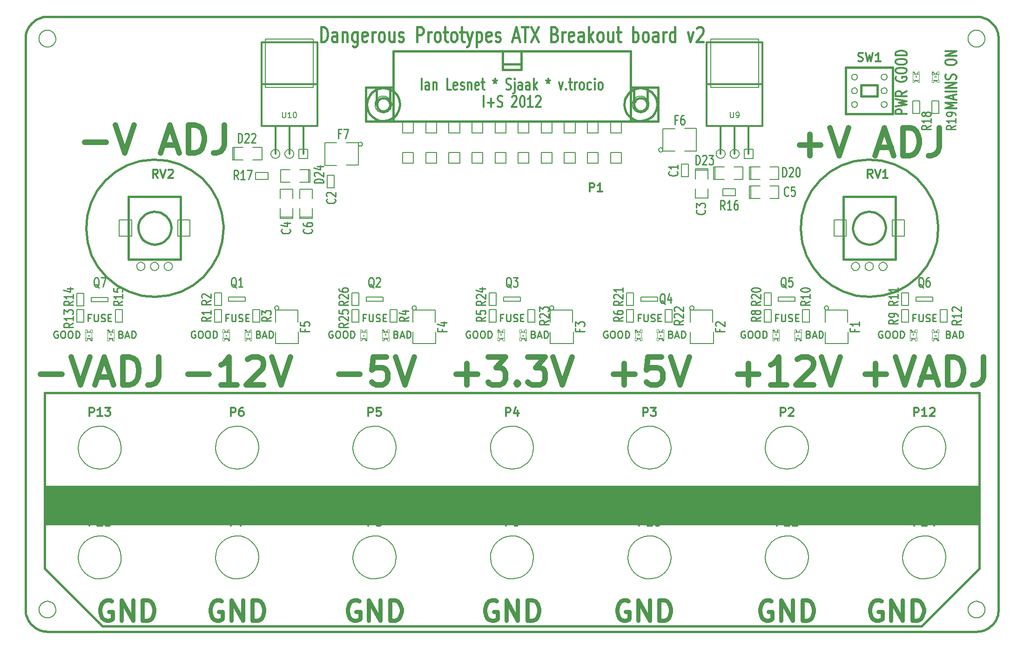
<source format=gto>
G04 (created by PCBNEW-RS274X (2012-01-19 BZR 3256)-stable) date 9/12/2012 8:11:32 PM*
G01*
G70*
G90*
%MOIN*%
G04 Gerber Fmt 3.4, Leading zero omitted, Abs format*
%FSLAX34Y34*%
G04 APERTURE LIST*
%ADD10C,0.006000*%
%ADD11C,0.012000*%
%ADD12C,0.016000*%
%ADD13C,0.040000*%
%ADD14C,0.015000*%
%ADD15C,0.028900*%
%ADD16C,0.010000*%
%ADD17C,0.005000*%
%ADD18C,0.002600*%
%ADD19C,0.004000*%
%ADD20C,0.002000*%
%ADD21C,0.008000*%
G04 APERTURE END LIST*
G54D10*
G54D11*
X49631Y-25520D02*
X49631Y-24722D01*
X50174Y-25520D02*
X50174Y-25102D01*
X50145Y-25026D01*
X50088Y-24988D01*
X49974Y-24988D01*
X49917Y-25026D01*
X50174Y-25482D02*
X50117Y-25520D01*
X49974Y-25520D01*
X49917Y-25482D01*
X49888Y-25406D01*
X49888Y-25330D01*
X49917Y-25254D01*
X49974Y-25216D01*
X50117Y-25216D01*
X50174Y-25178D01*
X50460Y-24988D02*
X50460Y-25520D01*
X50460Y-25064D02*
X50488Y-25026D01*
X50546Y-24988D01*
X50631Y-24988D01*
X50688Y-25026D01*
X50717Y-25102D01*
X50717Y-25520D01*
X51746Y-25520D02*
X51460Y-25520D01*
X51460Y-24722D01*
X52174Y-25482D02*
X52117Y-25520D01*
X52003Y-25520D01*
X51946Y-25482D01*
X51917Y-25406D01*
X51917Y-25102D01*
X51946Y-25026D01*
X52003Y-24988D01*
X52117Y-24988D01*
X52174Y-25026D01*
X52203Y-25102D01*
X52203Y-25178D01*
X51917Y-25254D01*
X52431Y-25482D02*
X52488Y-25520D01*
X52603Y-25520D01*
X52660Y-25482D01*
X52688Y-25406D01*
X52688Y-25368D01*
X52660Y-25292D01*
X52603Y-25254D01*
X52517Y-25254D01*
X52460Y-25216D01*
X52431Y-25140D01*
X52431Y-25102D01*
X52460Y-25026D01*
X52517Y-24988D01*
X52603Y-24988D01*
X52660Y-25026D01*
X52946Y-24988D02*
X52946Y-25520D01*
X52946Y-25064D02*
X52974Y-25026D01*
X53032Y-24988D01*
X53117Y-24988D01*
X53174Y-25026D01*
X53203Y-25102D01*
X53203Y-25520D01*
X53717Y-25482D02*
X53660Y-25520D01*
X53546Y-25520D01*
X53489Y-25482D01*
X53460Y-25406D01*
X53460Y-25102D01*
X53489Y-25026D01*
X53546Y-24988D01*
X53660Y-24988D01*
X53717Y-25026D01*
X53746Y-25102D01*
X53746Y-25178D01*
X53460Y-25254D01*
X53917Y-24988D02*
X54146Y-24988D01*
X54003Y-24722D02*
X54003Y-25406D01*
X54031Y-25482D01*
X54089Y-25520D01*
X54146Y-25520D01*
X54889Y-24722D02*
X54889Y-24912D01*
X54746Y-24836D02*
X54889Y-24912D01*
X55031Y-24836D01*
X54803Y-25064D02*
X54889Y-24912D01*
X54974Y-25064D01*
X55688Y-25482D02*
X55774Y-25520D01*
X55917Y-25520D01*
X55974Y-25482D01*
X56003Y-25444D01*
X56031Y-25368D01*
X56031Y-25292D01*
X56003Y-25216D01*
X55974Y-25178D01*
X55917Y-25140D01*
X55803Y-25102D01*
X55745Y-25064D01*
X55717Y-25026D01*
X55688Y-24950D01*
X55688Y-24874D01*
X55717Y-24798D01*
X55745Y-24760D01*
X55803Y-24722D01*
X55945Y-24722D01*
X56031Y-24760D01*
X56288Y-24988D02*
X56288Y-25672D01*
X56259Y-25748D01*
X56202Y-25786D01*
X56174Y-25786D01*
X56288Y-24722D02*
X56259Y-24760D01*
X56288Y-24798D01*
X56316Y-24760D01*
X56288Y-24722D01*
X56288Y-24798D01*
X56831Y-25520D02*
X56831Y-25102D01*
X56802Y-25026D01*
X56745Y-24988D01*
X56631Y-24988D01*
X56574Y-25026D01*
X56831Y-25482D02*
X56774Y-25520D01*
X56631Y-25520D01*
X56574Y-25482D01*
X56545Y-25406D01*
X56545Y-25330D01*
X56574Y-25254D01*
X56631Y-25216D01*
X56774Y-25216D01*
X56831Y-25178D01*
X57374Y-25520D02*
X57374Y-25102D01*
X57345Y-25026D01*
X57288Y-24988D01*
X57174Y-24988D01*
X57117Y-25026D01*
X57374Y-25482D02*
X57317Y-25520D01*
X57174Y-25520D01*
X57117Y-25482D01*
X57088Y-25406D01*
X57088Y-25330D01*
X57117Y-25254D01*
X57174Y-25216D01*
X57317Y-25216D01*
X57374Y-25178D01*
X57660Y-25520D02*
X57660Y-24722D01*
X57717Y-25216D02*
X57888Y-25520D01*
X57888Y-24988D02*
X57660Y-25292D01*
X58689Y-24722D02*
X58689Y-24912D01*
X58546Y-24836D02*
X58689Y-24912D01*
X58831Y-24836D01*
X58603Y-25064D02*
X58689Y-24912D01*
X58774Y-25064D01*
X59460Y-24988D02*
X59603Y-25520D01*
X59745Y-24988D01*
X59974Y-25444D02*
X60002Y-25482D01*
X59974Y-25520D01*
X59945Y-25482D01*
X59974Y-25444D01*
X59974Y-25520D01*
X60174Y-24988D02*
X60403Y-24988D01*
X60260Y-24722D02*
X60260Y-25406D01*
X60288Y-25482D01*
X60346Y-25520D01*
X60403Y-25520D01*
X60603Y-25520D02*
X60603Y-24988D01*
X60603Y-25140D02*
X60631Y-25064D01*
X60660Y-25026D01*
X60717Y-24988D01*
X60774Y-24988D01*
X61060Y-25520D02*
X61002Y-25482D01*
X60974Y-25444D01*
X60945Y-25368D01*
X60945Y-25140D01*
X60974Y-25064D01*
X61002Y-25026D01*
X61060Y-24988D01*
X61145Y-24988D01*
X61202Y-25026D01*
X61231Y-25064D01*
X61260Y-25140D01*
X61260Y-25368D01*
X61231Y-25444D01*
X61202Y-25482D01*
X61145Y-25520D01*
X61060Y-25520D01*
X61774Y-25482D02*
X61717Y-25520D01*
X61603Y-25520D01*
X61545Y-25482D01*
X61517Y-25444D01*
X61488Y-25368D01*
X61488Y-25140D01*
X61517Y-25064D01*
X61545Y-25026D01*
X61603Y-24988D01*
X61717Y-24988D01*
X61774Y-25026D01*
X62031Y-25520D02*
X62031Y-24988D01*
X62031Y-24722D02*
X62002Y-24760D01*
X62031Y-24798D01*
X62059Y-24760D01*
X62031Y-24722D01*
X62031Y-24798D01*
X62403Y-25520D02*
X62345Y-25482D01*
X62317Y-25444D01*
X62288Y-25368D01*
X62288Y-25140D01*
X62317Y-25064D01*
X62345Y-25026D01*
X62403Y-24988D01*
X62488Y-24988D01*
X62545Y-25026D01*
X62574Y-25064D01*
X62603Y-25140D01*
X62603Y-25368D01*
X62574Y-25444D01*
X62545Y-25482D01*
X62488Y-25520D01*
X62403Y-25520D01*
X54075Y-26757D02*
X54075Y-25959D01*
X54361Y-26453D02*
X54818Y-26453D01*
X54589Y-26757D02*
X54589Y-26149D01*
X55075Y-26719D02*
X55161Y-26757D01*
X55304Y-26757D01*
X55361Y-26719D01*
X55390Y-26681D01*
X55418Y-26605D01*
X55418Y-26529D01*
X55390Y-26453D01*
X55361Y-26415D01*
X55304Y-26377D01*
X55190Y-26339D01*
X55132Y-26301D01*
X55104Y-26263D01*
X55075Y-26187D01*
X55075Y-26111D01*
X55104Y-26035D01*
X55132Y-25997D01*
X55190Y-25959D01*
X55332Y-25959D01*
X55418Y-25997D01*
X56103Y-26035D02*
X56132Y-25997D01*
X56189Y-25959D01*
X56332Y-25959D01*
X56389Y-25997D01*
X56418Y-26035D01*
X56446Y-26111D01*
X56446Y-26187D01*
X56418Y-26301D01*
X56075Y-26757D01*
X56446Y-26757D01*
X56817Y-25959D02*
X56874Y-25959D01*
X56931Y-25997D01*
X56960Y-26035D01*
X56989Y-26111D01*
X57017Y-26263D01*
X57017Y-26453D01*
X56989Y-26605D01*
X56960Y-26681D01*
X56931Y-26719D01*
X56874Y-26757D01*
X56817Y-26757D01*
X56760Y-26719D01*
X56731Y-26681D01*
X56703Y-26605D01*
X56674Y-26453D01*
X56674Y-26263D01*
X56703Y-26111D01*
X56731Y-26035D01*
X56760Y-25997D01*
X56817Y-25959D01*
X57588Y-26757D02*
X57245Y-26757D01*
X57417Y-26757D02*
X57417Y-25959D01*
X57360Y-26073D01*
X57302Y-26149D01*
X57245Y-26187D01*
X57816Y-26035D02*
X57845Y-25997D01*
X57902Y-25959D01*
X58045Y-25959D01*
X58102Y-25997D01*
X58131Y-26035D01*
X58159Y-26111D01*
X58159Y-26187D01*
X58131Y-26301D01*
X57788Y-26757D01*
X58159Y-26757D01*
G54D12*
X42441Y-22085D02*
X42441Y-21021D01*
X42632Y-21021D01*
X42746Y-21071D01*
X42822Y-21173D01*
X42861Y-21274D01*
X42899Y-21477D01*
X42899Y-21629D01*
X42861Y-21831D01*
X42822Y-21933D01*
X42746Y-22034D01*
X42632Y-22085D01*
X42441Y-22085D01*
X43584Y-22085D02*
X43584Y-21527D01*
X43546Y-21426D01*
X43470Y-21375D01*
X43318Y-21375D01*
X43241Y-21426D01*
X43584Y-22034D02*
X43508Y-22085D01*
X43318Y-22085D01*
X43241Y-22034D01*
X43203Y-21933D01*
X43203Y-21831D01*
X43241Y-21730D01*
X43318Y-21679D01*
X43508Y-21679D01*
X43584Y-21629D01*
X43965Y-21375D02*
X43965Y-22085D01*
X43965Y-21477D02*
X44004Y-21426D01*
X44080Y-21375D01*
X44194Y-21375D01*
X44270Y-21426D01*
X44308Y-21527D01*
X44308Y-22085D01*
X45032Y-21375D02*
X45032Y-22237D01*
X44994Y-22338D01*
X44956Y-22389D01*
X44880Y-22439D01*
X44766Y-22439D01*
X44689Y-22389D01*
X45032Y-22034D02*
X44956Y-22085D01*
X44804Y-22085D01*
X44728Y-22034D01*
X44689Y-21983D01*
X44651Y-21882D01*
X44651Y-21578D01*
X44689Y-21477D01*
X44728Y-21426D01*
X44804Y-21375D01*
X44956Y-21375D01*
X45032Y-21426D01*
X45718Y-22034D02*
X45642Y-22085D01*
X45490Y-22085D01*
X45413Y-22034D01*
X45375Y-21933D01*
X45375Y-21527D01*
X45413Y-21426D01*
X45490Y-21375D01*
X45642Y-21375D01*
X45718Y-21426D01*
X45756Y-21527D01*
X45756Y-21629D01*
X45375Y-21730D01*
X46099Y-22085D02*
X46099Y-21375D01*
X46099Y-21578D02*
X46138Y-21477D01*
X46176Y-21426D01*
X46252Y-21375D01*
X46328Y-21375D01*
X46709Y-22085D02*
X46633Y-22034D01*
X46594Y-21983D01*
X46556Y-21882D01*
X46556Y-21578D01*
X46594Y-21477D01*
X46633Y-21426D01*
X46709Y-21375D01*
X46823Y-21375D01*
X46899Y-21426D01*
X46937Y-21477D01*
X46975Y-21578D01*
X46975Y-21882D01*
X46937Y-21983D01*
X46899Y-22034D01*
X46823Y-22085D01*
X46709Y-22085D01*
X47661Y-21375D02*
X47661Y-22085D01*
X47318Y-21375D02*
X47318Y-21933D01*
X47357Y-22034D01*
X47433Y-22085D01*
X47547Y-22085D01*
X47623Y-22034D01*
X47661Y-21983D01*
X48004Y-22034D02*
X48081Y-22085D01*
X48233Y-22085D01*
X48309Y-22034D01*
X48347Y-21933D01*
X48347Y-21882D01*
X48309Y-21781D01*
X48233Y-21730D01*
X48119Y-21730D01*
X48042Y-21679D01*
X48004Y-21578D01*
X48004Y-21527D01*
X48042Y-21426D01*
X48119Y-21375D01*
X48233Y-21375D01*
X48309Y-21426D01*
X49300Y-22085D02*
X49300Y-21021D01*
X49605Y-21021D01*
X49681Y-21071D01*
X49720Y-21122D01*
X49758Y-21223D01*
X49758Y-21375D01*
X49720Y-21477D01*
X49681Y-21527D01*
X49605Y-21578D01*
X49300Y-21578D01*
X50100Y-22085D02*
X50100Y-21375D01*
X50100Y-21578D02*
X50139Y-21477D01*
X50177Y-21426D01*
X50253Y-21375D01*
X50329Y-21375D01*
X50710Y-22085D02*
X50634Y-22034D01*
X50595Y-21983D01*
X50557Y-21882D01*
X50557Y-21578D01*
X50595Y-21477D01*
X50634Y-21426D01*
X50710Y-21375D01*
X50824Y-21375D01*
X50900Y-21426D01*
X50938Y-21477D01*
X50976Y-21578D01*
X50976Y-21882D01*
X50938Y-21983D01*
X50900Y-22034D01*
X50824Y-22085D01*
X50710Y-22085D01*
X51205Y-21375D02*
X51510Y-21375D01*
X51319Y-21021D02*
X51319Y-21933D01*
X51358Y-22034D01*
X51434Y-22085D01*
X51510Y-22085D01*
X51891Y-22085D02*
X51815Y-22034D01*
X51776Y-21983D01*
X51738Y-21882D01*
X51738Y-21578D01*
X51776Y-21477D01*
X51815Y-21426D01*
X51891Y-21375D01*
X52005Y-21375D01*
X52081Y-21426D01*
X52119Y-21477D01*
X52157Y-21578D01*
X52157Y-21882D01*
X52119Y-21983D01*
X52081Y-22034D01*
X52005Y-22085D01*
X51891Y-22085D01*
X52386Y-21375D02*
X52691Y-21375D01*
X52500Y-21021D02*
X52500Y-21933D01*
X52539Y-22034D01*
X52615Y-22085D01*
X52691Y-22085D01*
X52881Y-21375D02*
X53072Y-22085D01*
X53262Y-21375D02*
X53072Y-22085D01*
X52996Y-22338D01*
X52957Y-22389D01*
X52881Y-22439D01*
X53567Y-21375D02*
X53567Y-22439D01*
X53567Y-21426D02*
X53644Y-21375D01*
X53796Y-21375D01*
X53872Y-21426D01*
X53910Y-21477D01*
X53948Y-21578D01*
X53948Y-21882D01*
X53910Y-21983D01*
X53872Y-22034D01*
X53796Y-22085D01*
X53644Y-22085D01*
X53567Y-22034D01*
X54596Y-22034D02*
X54520Y-22085D01*
X54368Y-22085D01*
X54291Y-22034D01*
X54253Y-21933D01*
X54253Y-21527D01*
X54291Y-21426D01*
X54368Y-21375D01*
X54520Y-21375D01*
X54596Y-21426D01*
X54634Y-21527D01*
X54634Y-21629D01*
X54253Y-21730D01*
X54939Y-22034D02*
X55016Y-22085D01*
X55168Y-22085D01*
X55244Y-22034D01*
X55282Y-21933D01*
X55282Y-21882D01*
X55244Y-21781D01*
X55168Y-21730D01*
X55054Y-21730D01*
X54977Y-21679D01*
X54939Y-21578D01*
X54939Y-21527D01*
X54977Y-21426D01*
X55054Y-21375D01*
X55168Y-21375D01*
X55244Y-21426D01*
X56197Y-21781D02*
X56578Y-21781D01*
X56121Y-22085D02*
X56388Y-21021D01*
X56655Y-22085D01*
X56807Y-21021D02*
X57264Y-21021D01*
X57036Y-22085D02*
X57036Y-21021D01*
X57455Y-21021D02*
X57989Y-22085D01*
X57989Y-21021D02*
X57455Y-22085D01*
X59170Y-21527D02*
X59284Y-21578D01*
X59323Y-21629D01*
X59361Y-21730D01*
X59361Y-21882D01*
X59323Y-21983D01*
X59284Y-22034D01*
X59208Y-22085D01*
X58903Y-22085D01*
X58903Y-21021D01*
X59170Y-21021D01*
X59246Y-21071D01*
X59284Y-21122D01*
X59323Y-21223D01*
X59323Y-21325D01*
X59284Y-21426D01*
X59246Y-21477D01*
X59170Y-21527D01*
X58903Y-21527D01*
X59703Y-22085D02*
X59703Y-21375D01*
X59703Y-21578D02*
X59742Y-21477D01*
X59780Y-21426D01*
X59856Y-21375D01*
X59932Y-21375D01*
X60503Y-22034D02*
X60427Y-22085D01*
X60275Y-22085D01*
X60198Y-22034D01*
X60160Y-21933D01*
X60160Y-21527D01*
X60198Y-21426D01*
X60275Y-21375D01*
X60427Y-21375D01*
X60503Y-21426D01*
X60541Y-21527D01*
X60541Y-21629D01*
X60160Y-21730D01*
X61227Y-22085D02*
X61227Y-21527D01*
X61189Y-21426D01*
X61113Y-21375D01*
X60961Y-21375D01*
X60884Y-21426D01*
X61227Y-22034D02*
X61151Y-22085D01*
X60961Y-22085D01*
X60884Y-22034D01*
X60846Y-21933D01*
X60846Y-21831D01*
X60884Y-21730D01*
X60961Y-21679D01*
X61151Y-21679D01*
X61227Y-21629D01*
X61608Y-22085D02*
X61608Y-21021D01*
X61685Y-21679D02*
X61913Y-22085D01*
X61913Y-21375D02*
X61608Y-21781D01*
X62371Y-22085D02*
X62295Y-22034D01*
X62256Y-21983D01*
X62218Y-21882D01*
X62218Y-21578D01*
X62256Y-21477D01*
X62295Y-21426D01*
X62371Y-21375D01*
X62485Y-21375D01*
X62561Y-21426D01*
X62599Y-21477D01*
X62637Y-21578D01*
X62637Y-21882D01*
X62599Y-21983D01*
X62561Y-22034D01*
X62485Y-22085D01*
X62371Y-22085D01*
X63323Y-21375D02*
X63323Y-22085D01*
X62980Y-21375D02*
X62980Y-21933D01*
X63019Y-22034D01*
X63095Y-22085D01*
X63209Y-22085D01*
X63285Y-22034D01*
X63323Y-21983D01*
X63590Y-21375D02*
X63895Y-21375D01*
X63704Y-21021D02*
X63704Y-21933D01*
X63743Y-22034D01*
X63819Y-22085D01*
X63895Y-22085D01*
X64771Y-22085D02*
X64771Y-21021D01*
X64771Y-21426D02*
X64848Y-21375D01*
X65000Y-21375D01*
X65076Y-21426D01*
X65114Y-21477D01*
X65152Y-21578D01*
X65152Y-21882D01*
X65114Y-21983D01*
X65076Y-22034D01*
X65000Y-22085D01*
X64848Y-22085D01*
X64771Y-22034D01*
X65610Y-22085D02*
X65534Y-22034D01*
X65495Y-21983D01*
X65457Y-21882D01*
X65457Y-21578D01*
X65495Y-21477D01*
X65534Y-21426D01*
X65610Y-21375D01*
X65724Y-21375D01*
X65800Y-21426D01*
X65838Y-21477D01*
X65876Y-21578D01*
X65876Y-21882D01*
X65838Y-21983D01*
X65800Y-22034D01*
X65724Y-22085D01*
X65610Y-22085D01*
X66562Y-22085D02*
X66562Y-21527D01*
X66524Y-21426D01*
X66448Y-21375D01*
X66296Y-21375D01*
X66219Y-21426D01*
X66562Y-22034D02*
X66486Y-22085D01*
X66296Y-22085D01*
X66219Y-22034D01*
X66181Y-21933D01*
X66181Y-21831D01*
X66219Y-21730D01*
X66296Y-21679D01*
X66486Y-21679D01*
X66562Y-21629D01*
X66943Y-22085D02*
X66943Y-21375D01*
X66943Y-21578D02*
X66982Y-21477D01*
X67020Y-21426D01*
X67096Y-21375D01*
X67172Y-21375D01*
X67781Y-22085D02*
X67781Y-21021D01*
X67781Y-22034D02*
X67705Y-22085D01*
X67553Y-22085D01*
X67477Y-22034D01*
X67438Y-21983D01*
X67400Y-21882D01*
X67400Y-21578D01*
X67438Y-21477D01*
X67477Y-21426D01*
X67553Y-21375D01*
X67705Y-21375D01*
X67781Y-21426D01*
X68696Y-21375D02*
X68887Y-22085D01*
X69077Y-21375D01*
X69344Y-21122D02*
X69382Y-21071D01*
X69459Y-21021D01*
X69649Y-21021D01*
X69725Y-21071D01*
X69763Y-21122D01*
X69802Y-21223D01*
X69802Y-21325D01*
X69763Y-21477D01*
X69306Y-22085D01*
X69802Y-22085D01*
G54D13*
X25511Y-29280D02*
X27035Y-29280D01*
X27701Y-28042D02*
X28368Y-30042D01*
X29035Y-28042D01*
X31130Y-29470D02*
X32082Y-29470D01*
X30939Y-30042D02*
X31606Y-28042D01*
X32273Y-30042D01*
X32939Y-30042D02*
X32939Y-28042D01*
X33415Y-28042D01*
X33701Y-28137D01*
X33892Y-28327D01*
X33987Y-28518D01*
X34082Y-28899D01*
X34082Y-29184D01*
X33987Y-29565D01*
X33892Y-29756D01*
X33701Y-29946D01*
X33415Y-30042D01*
X32939Y-30042D01*
X35511Y-28042D02*
X35511Y-29470D01*
X35415Y-29756D01*
X35225Y-29946D01*
X34939Y-30042D01*
X34749Y-30042D01*
X76692Y-29477D02*
X78216Y-29477D01*
X77454Y-30239D02*
X77454Y-28715D01*
X78882Y-28239D02*
X79549Y-30239D01*
X80216Y-28239D01*
X82311Y-29667D02*
X83263Y-29667D01*
X82120Y-30239D02*
X82787Y-28239D01*
X83454Y-30239D01*
X84120Y-30239D02*
X84120Y-28239D01*
X84596Y-28239D01*
X84882Y-28334D01*
X85073Y-28524D01*
X85168Y-28715D01*
X85263Y-29096D01*
X85263Y-29381D01*
X85168Y-29762D01*
X85073Y-29953D01*
X84882Y-30143D01*
X84596Y-30239D01*
X84120Y-30239D01*
X86692Y-28239D02*
X86692Y-29667D01*
X86596Y-29953D01*
X86406Y-30143D01*
X86120Y-30239D01*
X85930Y-30239D01*
G54D11*
X84379Y-27257D02*
X83579Y-27257D01*
X83579Y-27029D01*
X83617Y-26971D01*
X83655Y-26943D01*
X83731Y-26914D01*
X83845Y-26914D01*
X83922Y-26943D01*
X83960Y-26971D01*
X83998Y-27029D01*
X83998Y-27257D01*
X83579Y-26714D02*
X84379Y-26571D01*
X83807Y-26457D01*
X84379Y-26343D01*
X83579Y-26200D01*
X84379Y-25628D02*
X83998Y-25828D01*
X84379Y-25971D02*
X83579Y-25971D01*
X83579Y-25743D01*
X83617Y-25685D01*
X83655Y-25657D01*
X83731Y-25628D01*
X83845Y-25628D01*
X83922Y-25657D01*
X83960Y-25685D01*
X83998Y-25743D01*
X83998Y-25971D01*
X83617Y-24600D02*
X83579Y-24657D01*
X83579Y-24743D01*
X83617Y-24828D01*
X83693Y-24886D01*
X83769Y-24914D01*
X83922Y-24943D01*
X84036Y-24943D01*
X84188Y-24914D01*
X84265Y-24886D01*
X84341Y-24828D01*
X84379Y-24743D01*
X84379Y-24686D01*
X84341Y-24600D01*
X84303Y-24571D01*
X84036Y-24571D01*
X84036Y-24686D01*
X83579Y-24200D02*
X83579Y-24086D01*
X83617Y-24028D01*
X83693Y-23971D01*
X83845Y-23943D01*
X84112Y-23943D01*
X84265Y-23971D01*
X84341Y-24028D01*
X84379Y-24086D01*
X84379Y-24200D01*
X84341Y-24257D01*
X84265Y-24314D01*
X84112Y-24343D01*
X83845Y-24343D01*
X83693Y-24314D01*
X83617Y-24257D01*
X83579Y-24200D01*
X83579Y-23571D02*
X83579Y-23457D01*
X83617Y-23399D01*
X83693Y-23342D01*
X83845Y-23314D01*
X84112Y-23314D01*
X84265Y-23342D01*
X84341Y-23399D01*
X84379Y-23457D01*
X84379Y-23571D01*
X84341Y-23628D01*
X84265Y-23685D01*
X84112Y-23714D01*
X83845Y-23714D01*
X83693Y-23685D01*
X83617Y-23628D01*
X83579Y-23571D01*
X84379Y-23056D02*
X83579Y-23056D01*
X83579Y-22913D01*
X83617Y-22828D01*
X83693Y-22770D01*
X83769Y-22742D01*
X83922Y-22713D01*
X84036Y-22713D01*
X84188Y-22742D01*
X84265Y-22770D01*
X84341Y-22828D01*
X84379Y-22913D01*
X84379Y-23056D01*
X87922Y-26860D02*
X87122Y-26860D01*
X87693Y-26660D01*
X87122Y-26460D01*
X87922Y-26460D01*
X87693Y-26203D02*
X87693Y-25917D01*
X87922Y-26260D02*
X87122Y-26060D01*
X87922Y-25860D01*
X87922Y-25660D02*
X87122Y-25660D01*
X87922Y-25374D02*
X87122Y-25374D01*
X87922Y-25031D01*
X87122Y-25031D01*
X87884Y-24774D02*
X87922Y-24688D01*
X87922Y-24545D01*
X87884Y-24488D01*
X87846Y-24459D01*
X87769Y-24431D01*
X87693Y-24431D01*
X87617Y-24459D01*
X87579Y-24488D01*
X87541Y-24545D01*
X87503Y-24659D01*
X87465Y-24717D01*
X87427Y-24745D01*
X87350Y-24774D01*
X87274Y-24774D01*
X87198Y-24745D01*
X87160Y-24717D01*
X87122Y-24659D01*
X87122Y-24517D01*
X87160Y-24431D01*
X87122Y-23603D02*
X87122Y-23489D01*
X87160Y-23431D01*
X87236Y-23374D01*
X87388Y-23346D01*
X87655Y-23346D01*
X87808Y-23374D01*
X87884Y-23431D01*
X87922Y-23489D01*
X87922Y-23603D01*
X87884Y-23660D01*
X87808Y-23717D01*
X87655Y-23746D01*
X87388Y-23746D01*
X87236Y-23717D01*
X87160Y-23660D01*
X87122Y-23603D01*
X87922Y-23088D02*
X87122Y-23088D01*
X87922Y-22745D01*
X87122Y-22745D01*
G54D14*
X89566Y-55118D02*
X89567Y-55118D01*
X89566Y-59843D02*
X89566Y-55118D01*
X85433Y-63976D02*
X89566Y-59843D01*
X26770Y-63976D02*
X85433Y-63976D01*
X22637Y-59843D02*
X26770Y-63976D01*
X22637Y-59449D02*
X22637Y-59843D01*
X22637Y-55118D02*
X22637Y-59449D01*
X90945Y-21850D02*
X90945Y-62795D01*
X22834Y-20276D02*
X89370Y-20276D01*
X21259Y-62795D02*
X21259Y-21850D01*
X89370Y-64370D02*
X22834Y-64370D01*
X21260Y-62795D02*
X21266Y-62932D01*
X21284Y-63068D01*
X21314Y-63202D01*
X21355Y-63333D01*
X21408Y-63460D01*
X21472Y-63582D01*
X21545Y-63698D01*
X21629Y-63807D01*
X21722Y-63908D01*
X21823Y-64001D01*
X21932Y-64085D01*
X22048Y-64158D01*
X22170Y-64222D01*
X22297Y-64275D01*
X22428Y-64316D01*
X22562Y-64346D01*
X22698Y-64364D01*
X22835Y-64370D01*
X22834Y-20275D02*
X22697Y-20281D01*
X22561Y-20299D01*
X22427Y-20329D01*
X22296Y-20370D01*
X22169Y-20423D01*
X22047Y-20487D01*
X21931Y-20560D01*
X21822Y-20644D01*
X21721Y-20737D01*
X21628Y-20838D01*
X21544Y-20947D01*
X21471Y-21063D01*
X21407Y-21185D01*
X21354Y-21312D01*
X21313Y-21443D01*
X21283Y-21577D01*
X21265Y-21713D01*
X21259Y-21850D01*
X90944Y-21850D02*
X90938Y-21713D01*
X90920Y-21577D01*
X90890Y-21443D01*
X90849Y-21312D01*
X90796Y-21185D01*
X90732Y-21063D01*
X90659Y-20947D01*
X90575Y-20838D01*
X90482Y-20737D01*
X90381Y-20644D01*
X90272Y-20560D01*
X90156Y-20487D01*
X90034Y-20423D01*
X89907Y-20370D01*
X89776Y-20329D01*
X89642Y-20299D01*
X89506Y-20281D01*
X89369Y-20275D01*
X89369Y-64370D02*
X89506Y-64364D01*
X89642Y-64346D01*
X89776Y-64316D01*
X89907Y-64275D01*
X90034Y-64222D01*
X90156Y-64158D01*
X90272Y-64085D01*
X90381Y-64001D01*
X90482Y-63908D01*
X90575Y-63807D01*
X90659Y-63698D01*
X90732Y-63582D01*
X90796Y-63460D01*
X90849Y-63333D01*
X90890Y-63202D01*
X90920Y-63068D01*
X90938Y-62932D01*
X90944Y-62795D01*
G54D15*
X82558Y-62199D02*
X82421Y-62130D01*
X82214Y-62130D01*
X82007Y-62199D01*
X81869Y-62337D01*
X81801Y-62475D01*
X81732Y-62750D01*
X81732Y-62957D01*
X81801Y-63233D01*
X81869Y-63370D01*
X82007Y-63508D01*
X82214Y-63577D01*
X82352Y-63577D01*
X82558Y-63508D01*
X82627Y-63439D01*
X82627Y-62957D01*
X82352Y-62957D01*
X83248Y-63577D02*
X83248Y-62130D01*
X84074Y-63577D01*
X84074Y-62130D01*
X84764Y-63577D02*
X84764Y-62130D01*
X85108Y-62130D01*
X85315Y-62199D01*
X85453Y-62337D01*
X85521Y-62475D01*
X85590Y-62750D01*
X85590Y-62957D01*
X85521Y-63233D01*
X85453Y-63370D01*
X85315Y-63508D01*
X85108Y-63577D01*
X84764Y-63577D01*
X74684Y-62199D02*
X74547Y-62130D01*
X74340Y-62130D01*
X74133Y-62199D01*
X73995Y-62337D01*
X73927Y-62475D01*
X73858Y-62750D01*
X73858Y-62957D01*
X73927Y-63233D01*
X73995Y-63370D01*
X74133Y-63508D01*
X74340Y-63577D01*
X74478Y-63577D01*
X74684Y-63508D01*
X74753Y-63439D01*
X74753Y-62957D01*
X74478Y-62957D01*
X75374Y-63577D02*
X75374Y-62130D01*
X76200Y-63577D01*
X76200Y-62130D01*
X76890Y-63577D02*
X76890Y-62130D01*
X77234Y-62130D01*
X77441Y-62199D01*
X77579Y-62337D01*
X77647Y-62475D01*
X77716Y-62750D01*
X77716Y-62957D01*
X77647Y-63233D01*
X77579Y-63370D01*
X77441Y-63508D01*
X77234Y-63577D01*
X76890Y-63577D01*
X64448Y-62199D02*
X64311Y-62130D01*
X64104Y-62130D01*
X63897Y-62199D01*
X63759Y-62337D01*
X63691Y-62475D01*
X63622Y-62750D01*
X63622Y-62957D01*
X63691Y-63233D01*
X63759Y-63370D01*
X63897Y-63508D01*
X64104Y-63577D01*
X64242Y-63577D01*
X64448Y-63508D01*
X64517Y-63439D01*
X64517Y-62957D01*
X64242Y-62957D01*
X65138Y-63577D02*
X65138Y-62130D01*
X65964Y-63577D01*
X65964Y-62130D01*
X66654Y-63577D02*
X66654Y-62130D01*
X66998Y-62130D01*
X67205Y-62199D01*
X67343Y-62337D01*
X67411Y-62475D01*
X67480Y-62750D01*
X67480Y-62957D01*
X67411Y-63233D01*
X67343Y-63370D01*
X67205Y-63508D01*
X66998Y-63577D01*
X66654Y-63577D01*
X27440Y-62199D02*
X27303Y-62130D01*
X27096Y-62130D01*
X26889Y-62199D01*
X26751Y-62337D01*
X26683Y-62475D01*
X26614Y-62750D01*
X26614Y-62957D01*
X26683Y-63233D01*
X26751Y-63370D01*
X26889Y-63508D01*
X27096Y-63577D01*
X27234Y-63577D01*
X27440Y-63508D01*
X27509Y-63439D01*
X27509Y-62957D01*
X27234Y-62957D01*
X28130Y-63577D02*
X28130Y-62130D01*
X28956Y-63577D01*
X28956Y-62130D01*
X29646Y-63577D02*
X29646Y-62130D01*
X29990Y-62130D01*
X30197Y-62199D01*
X30335Y-62337D01*
X30403Y-62475D01*
X30472Y-62750D01*
X30472Y-62957D01*
X30403Y-63233D01*
X30335Y-63370D01*
X30197Y-63508D01*
X29990Y-63577D01*
X29646Y-63577D01*
X35314Y-62199D02*
X35177Y-62130D01*
X34970Y-62130D01*
X34763Y-62199D01*
X34625Y-62337D01*
X34557Y-62475D01*
X34488Y-62750D01*
X34488Y-62957D01*
X34557Y-63233D01*
X34625Y-63370D01*
X34763Y-63508D01*
X34970Y-63577D01*
X35108Y-63577D01*
X35314Y-63508D01*
X35383Y-63439D01*
X35383Y-62957D01*
X35108Y-62957D01*
X36004Y-63577D02*
X36004Y-62130D01*
X36830Y-63577D01*
X36830Y-62130D01*
X37520Y-63577D02*
X37520Y-62130D01*
X37864Y-62130D01*
X38071Y-62199D01*
X38209Y-62337D01*
X38277Y-62475D01*
X38346Y-62750D01*
X38346Y-62957D01*
X38277Y-63233D01*
X38209Y-63370D01*
X38071Y-63508D01*
X37864Y-63577D01*
X37520Y-63577D01*
X54999Y-62199D02*
X54862Y-62130D01*
X54655Y-62130D01*
X54448Y-62199D01*
X54310Y-62337D01*
X54242Y-62475D01*
X54173Y-62750D01*
X54173Y-62957D01*
X54242Y-63233D01*
X54310Y-63370D01*
X54448Y-63508D01*
X54655Y-63577D01*
X54793Y-63577D01*
X54999Y-63508D01*
X55068Y-63439D01*
X55068Y-62957D01*
X54793Y-62957D01*
X55689Y-63577D02*
X55689Y-62130D01*
X56515Y-63577D01*
X56515Y-62130D01*
X57205Y-63577D02*
X57205Y-62130D01*
X57549Y-62130D01*
X57756Y-62199D01*
X57894Y-62337D01*
X57962Y-62475D01*
X58031Y-62750D01*
X58031Y-62957D01*
X57962Y-63233D01*
X57894Y-63370D01*
X57756Y-63508D01*
X57549Y-63577D01*
X57205Y-63577D01*
X45156Y-62199D02*
X45019Y-62130D01*
X44812Y-62130D01*
X44605Y-62199D01*
X44467Y-62337D01*
X44399Y-62475D01*
X44330Y-62750D01*
X44330Y-62957D01*
X44399Y-63233D01*
X44467Y-63370D01*
X44605Y-63508D01*
X44812Y-63577D01*
X44950Y-63577D01*
X45156Y-63508D01*
X45225Y-63439D01*
X45225Y-62957D01*
X44950Y-62957D01*
X45846Y-63577D02*
X45846Y-62130D01*
X46672Y-63577D01*
X46672Y-62130D01*
X47362Y-63577D02*
X47362Y-62130D01*
X47706Y-62130D01*
X47913Y-62199D01*
X48051Y-62337D01*
X48119Y-62475D01*
X48188Y-62750D01*
X48188Y-62957D01*
X48119Y-63233D01*
X48051Y-63370D01*
X47913Y-63508D01*
X47706Y-63577D01*
X47362Y-63577D01*
G54D16*
X87367Y-43050D02*
X87438Y-43074D01*
X87462Y-43098D01*
X87486Y-43146D01*
X87486Y-43217D01*
X87462Y-43265D01*
X87438Y-43289D01*
X87391Y-43312D01*
X87200Y-43312D01*
X87200Y-42812D01*
X87367Y-42812D01*
X87414Y-42836D01*
X87438Y-42860D01*
X87462Y-42908D01*
X87462Y-42955D01*
X87438Y-43003D01*
X87414Y-43027D01*
X87367Y-43050D01*
X87200Y-43050D01*
X87676Y-43170D02*
X87914Y-43170D01*
X87629Y-43312D02*
X87795Y-42812D01*
X87962Y-43312D01*
X88129Y-43312D02*
X88129Y-42812D01*
X88248Y-42812D01*
X88320Y-42836D01*
X88367Y-42884D01*
X88391Y-42931D01*
X88415Y-43027D01*
X88415Y-43098D01*
X88391Y-43193D01*
X88367Y-43241D01*
X88320Y-43289D01*
X88248Y-43312D01*
X88129Y-43312D01*
X82624Y-42836D02*
X82576Y-42812D01*
X82505Y-42812D01*
X82433Y-42836D01*
X82386Y-42884D01*
X82362Y-42931D01*
X82338Y-43027D01*
X82338Y-43098D01*
X82362Y-43193D01*
X82386Y-43241D01*
X82433Y-43289D01*
X82505Y-43312D01*
X82553Y-43312D01*
X82624Y-43289D01*
X82648Y-43265D01*
X82648Y-43098D01*
X82553Y-43098D01*
X82957Y-42812D02*
X83053Y-42812D01*
X83100Y-42836D01*
X83148Y-42884D01*
X83172Y-42979D01*
X83172Y-43146D01*
X83148Y-43241D01*
X83100Y-43289D01*
X83053Y-43312D01*
X82957Y-43312D01*
X82910Y-43289D01*
X82862Y-43241D01*
X82838Y-43146D01*
X82838Y-42979D01*
X82862Y-42884D01*
X82910Y-42836D01*
X82957Y-42812D01*
X83481Y-42812D02*
X83577Y-42812D01*
X83624Y-42836D01*
X83672Y-42884D01*
X83696Y-42979D01*
X83696Y-43146D01*
X83672Y-43241D01*
X83624Y-43289D01*
X83577Y-43312D01*
X83481Y-43312D01*
X83434Y-43289D01*
X83386Y-43241D01*
X83362Y-43146D01*
X83362Y-42979D01*
X83386Y-42884D01*
X83434Y-42836D01*
X83481Y-42812D01*
X83910Y-43312D02*
X83910Y-42812D01*
X84029Y-42812D01*
X84101Y-42836D01*
X84148Y-42884D01*
X84172Y-42931D01*
X84196Y-43027D01*
X84196Y-43098D01*
X84172Y-43193D01*
X84148Y-43241D01*
X84101Y-43289D01*
X84029Y-43312D01*
X83910Y-43312D01*
X47800Y-43050D02*
X47871Y-43074D01*
X47895Y-43098D01*
X47919Y-43146D01*
X47919Y-43217D01*
X47895Y-43265D01*
X47871Y-43289D01*
X47824Y-43312D01*
X47633Y-43312D01*
X47633Y-42812D01*
X47800Y-42812D01*
X47847Y-42836D01*
X47871Y-42860D01*
X47895Y-42908D01*
X47895Y-42955D01*
X47871Y-43003D01*
X47847Y-43027D01*
X47800Y-43050D01*
X47633Y-43050D01*
X48109Y-43170D02*
X48347Y-43170D01*
X48062Y-43312D02*
X48228Y-42812D01*
X48395Y-43312D01*
X48562Y-43312D02*
X48562Y-42812D01*
X48681Y-42812D01*
X48753Y-42836D01*
X48800Y-42884D01*
X48824Y-42931D01*
X48848Y-43027D01*
X48848Y-43098D01*
X48824Y-43193D01*
X48800Y-43241D01*
X48753Y-43289D01*
X48681Y-43312D01*
X48562Y-43312D01*
X43254Y-42836D02*
X43206Y-42812D01*
X43135Y-42812D01*
X43063Y-42836D01*
X43016Y-42884D01*
X42992Y-42931D01*
X42968Y-43027D01*
X42968Y-43098D01*
X42992Y-43193D01*
X43016Y-43241D01*
X43063Y-43289D01*
X43135Y-43312D01*
X43183Y-43312D01*
X43254Y-43289D01*
X43278Y-43265D01*
X43278Y-43098D01*
X43183Y-43098D01*
X43587Y-42812D02*
X43683Y-42812D01*
X43730Y-42836D01*
X43778Y-42884D01*
X43802Y-42979D01*
X43802Y-43146D01*
X43778Y-43241D01*
X43730Y-43289D01*
X43683Y-43312D01*
X43587Y-43312D01*
X43540Y-43289D01*
X43492Y-43241D01*
X43468Y-43146D01*
X43468Y-42979D01*
X43492Y-42884D01*
X43540Y-42836D01*
X43587Y-42812D01*
X44111Y-42812D02*
X44207Y-42812D01*
X44254Y-42836D01*
X44302Y-42884D01*
X44326Y-42979D01*
X44326Y-43146D01*
X44302Y-43241D01*
X44254Y-43289D01*
X44207Y-43312D01*
X44111Y-43312D01*
X44064Y-43289D01*
X44016Y-43241D01*
X43992Y-43146D01*
X43992Y-42979D01*
X44016Y-42884D01*
X44064Y-42836D01*
X44111Y-42812D01*
X44540Y-43312D02*
X44540Y-42812D01*
X44659Y-42812D01*
X44731Y-42836D01*
X44778Y-42884D01*
X44802Y-42931D01*
X44826Y-43027D01*
X44826Y-43098D01*
X44802Y-43193D01*
X44778Y-43241D01*
X44731Y-43289D01*
X44659Y-43312D01*
X44540Y-43312D01*
X37958Y-43050D02*
X38029Y-43074D01*
X38053Y-43098D01*
X38077Y-43146D01*
X38077Y-43217D01*
X38053Y-43265D01*
X38029Y-43289D01*
X37982Y-43312D01*
X37791Y-43312D01*
X37791Y-42812D01*
X37958Y-42812D01*
X38005Y-42836D01*
X38029Y-42860D01*
X38053Y-42908D01*
X38053Y-42955D01*
X38029Y-43003D01*
X38005Y-43027D01*
X37958Y-43050D01*
X37791Y-43050D01*
X38267Y-43170D02*
X38505Y-43170D01*
X38220Y-43312D02*
X38386Y-42812D01*
X38553Y-43312D01*
X38720Y-43312D02*
X38720Y-42812D01*
X38839Y-42812D01*
X38911Y-42836D01*
X38958Y-42884D01*
X38982Y-42931D01*
X39006Y-43027D01*
X39006Y-43098D01*
X38982Y-43193D01*
X38958Y-43241D01*
X38911Y-43289D01*
X38839Y-43312D01*
X38720Y-43312D01*
X33412Y-42836D02*
X33364Y-42812D01*
X33293Y-42812D01*
X33221Y-42836D01*
X33174Y-42884D01*
X33150Y-42931D01*
X33126Y-43027D01*
X33126Y-43098D01*
X33150Y-43193D01*
X33174Y-43241D01*
X33221Y-43289D01*
X33293Y-43312D01*
X33341Y-43312D01*
X33412Y-43289D01*
X33436Y-43265D01*
X33436Y-43098D01*
X33341Y-43098D01*
X33745Y-42812D02*
X33841Y-42812D01*
X33888Y-42836D01*
X33936Y-42884D01*
X33960Y-42979D01*
X33960Y-43146D01*
X33936Y-43241D01*
X33888Y-43289D01*
X33841Y-43312D01*
X33745Y-43312D01*
X33698Y-43289D01*
X33650Y-43241D01*
X33626Y-43146D01*
X33626Y-42979D01*
X33650Y-42884D01*
X33698Y-42836D01*
X33745Y-42812D01*
X34269Y-42812D02*
X34365Y-42812D01*
X34412Y-42836D01*
X34460Y-42884D01*
X34484Y-42979D01*
X34484Y-43146D01*
X34460Y-43241D01*
X34412Y-43289D01*
X34365Y-43312D01*
X34269Y-43312D01*
X34222Y-43289D01*
X34174Y-43241D01*
X34150Y-43146D01*
X34150Y-42979D01*
X34174Y-42884D01*
X34222Y-42836D01*
X34269Y-42812D01*
X34698Y-43312D02*
X34698Y-42812D01*
X34817Y-42812D01*
X34889Y-42836D01*
X34936Y-42884D01*
X34960Y-42931D01*
X34984Y-43027D01*
X34984Y-43098D01*
X34960Y-43193D01*
X34936Y-43241D01*
X34889Y-43289D01*
X34817Y-43312D01*
X34698Y-43312D01*
X57643Y-43050D02*
X57714Y-43074D01*
X57738Y-43098D01*
X57762Y-43146D01*
X57762Y-43217D01*
X57738Y-43265D01*
X57714Y-43289D01*
X57667Y-43312D01*
X57476Y-43312D01*
X57476Y-42812D01*
X57643Y-42812D01*
X57690Y-42836D01*
X57714Y-42860D01*
X57738Y-42908D01*
X57738Y-42955D01*
X57714Y-43003D01*
X57690Y-43027D01*
X57643Y-43050D01*
X57476Y-43050D01*
X57952Y-43170D02*
X58190Y-43170D01*
X57905Y-43312D02*
X58071Y-42812D01*
X58238Y-43312D01*
X58405Y-43312D02*
X58405Y-42812D01*
X58524Y-42812D01*
X58596Y-42836D01*
X58643Y-42884D01*
X58667Y-42931D01*
X58691Y-43027D01*
X58691Y-43098D01*
X58667Y-43193D01*
X58643Y-43241D01*
X58596Y-43289D01*
X58524Y-43312D01*
X58405Y-43312D01*
X53097Y-42836D02*
X53049Y-42812D01*
X52978Y-42812D01*
X52906Y-42836D01*
X52859Y-42884D01*
X52835Y-42931D01*
X52811Y-43027D01*
X52811Y-43098D01*
X52835Y-43193D01*
X52859Y-43241D01*
X52906Y-43289D01*
X52978Y-43312D01*
X53026Y-43312D01*
X53097Y-43289D01*
X53121Y-43265D01*
X53121Y-43098D01*
X53026Y-43098D01*
X53430Y-42812D02*
X53526Y-42812D01*
X53573Y-42836D01*
X53621Y-42884D01*
X53645Y-42979D01*
X53645Y-43146D01*
X53621Y-43241D01*
X53573Y-43289D01*
X53526Y-43312D01*
X53430Y-43312D01*
X53383Y-43289D01*
X53335Y-43241D01*
X53311Y-43146D01*
X53311Y-42979D01*
X53335Y-42884D01*
X53383Y-42836D01*
X53430Y-42812D01*
X53954Y-42812D02*
X54050Y-42812D01*
X54097Y-42836D01*
X54145Y-42884D01*
X54169Y-42979D01*
X54169Y-43146D01*
X54145Y-43241D01*
X54097Y-43289D01*
X54050Y-43312D01*
X53954Y-43312D01*
X53907Y-43289D01*
X53859Y-43241D01*
X53835Y-43146D01*
X53835Y-42979D01*
X53859Y-42884D01*
X53907Y-42836D01*
X53954Y-42812D01*
X54383Y-43312D02*
X54383Y-42812D01*
X54502Y-42812D01*
X54574Y-42836D01*
X54621Y-42884D01*
X54645Y-42931D01*
X54669Y-43027D01*
X54669Y-43098D01*
X54645Y-43193D01*
X54621Y-43241D01*
X54574Y-43289D01*
X54502Y-43312D01*
X54383Y-43312D01*
X67485Y-43050D02*
X67556Y-43074D01*
X67580Y-43098D01*
X67604Y-43146D01*
X67604Y-43217D01*
X67580Y-43265D01*
X67556Y-43289D01*
X67509Y-43312D01*
X67318Y-43312D01*
X67318Y-42812D01*
X67485Y-42812D01*
X67532Y-42836D01*
X67556Y-42860D01*
X67580Y-42908D01*
X67580Y-42955D01*
X67556Y-43003D01*
X67532Y-43027D01*
X67485Y-43050D01*
X67318Y-43050D01*
X67794Y-43170D02*
X68032Y-43170D01*
X67747Y-43312D02*
X67913Y-42812D01*
X68080Y-43312D01*
X68247Y-43312D02*
X68247Y-42812D01*
X68366Y-42812D01*
X68438Y-42836D01*
X68485Y-42884D01*
X68509Y-42931D01*
X68533Y-43027D01*
X68533Y-43098D01*
X68509Y-43193D01*
X68485Y-43241D01*
X68438Y-43289D01*
X68366Y-43312D01*
X68247Y-43312D01*
X62939Y-42836D02*
X62891Y-42812D01*
X62820Y-42812D01*
X62748Y-42836D01*
X62701Y-42884D01*
X62677Y-42931D01*
X62653Y-43027D01*
X62653Y-43098D01*
X62677Y-43193D01*
X62701Y-43241D01*
X62748Y-43289D01*
X62820Y-43312D01*
X62868Y-43312D01*
X62939Y-43289D01*
X62963Y-43265D01*
X62963Y-43098D01*
X62868Y-43098D01*
X63272Y-42812D02*
X63368Y-42812D01*
X63415Y-42836D01*
X63463Y-42884D01*
X63487Y-42979D01*
X63487Y-43146D01*
X63463Y-43241D01*
X63415Y-43289D01*
X63368Y-43312D01*
X63272Y-43312D01*
X63225Y-43289D01*
X63177Y-43241D01*
X63153Y-43146D01*
X63153Y-42979D01*
X63177Y-42884D01*
X63225Y-42836D01*
X63272Y-42812D01*
X63796Y-42812D02*
X63892Y-42812D01*
X63939Y-42836D01*
X63987Y-42884D01*
X64011Y-42979D01*
X64011Y-43146D01*
X63987Y-43241D01*
X63939Y-43289D01*
X63892Y-43312D01*
X63796Y-43312D01*
X63749Y-43289D01*
X63701Y-43241D01*
X63677Y-43146D01*
X63677Y-42979D01*
X63701Y-42884D01*
X63749Y-42836D01*
X63796Y-42812D01*
X64225Y-43312D02*
X64225Y-42812D01*
X64344Y-42812D01*
X64416Y-42836D01*
X64463Y-42884D01*
X64487Y-42931D01*
X64511Y-43027D01*
X64511Y-43098D01*
X64487Y-43193D01*
X64463Y-43241D01*
X64416Y-43289D01*
X64344Y-43312D01*
X64225Y-43312D01*
X77327Y-43050D02*
X77398Y-43074D01*
X77422Y-43098D01*
X77446Y-43146D01*
X77446Y-43217D01*
X77422Y-43265D01*
X77398Y-43289D01*
X77351Y-43312D01*
X77160Y-43312D01*
X77160Y-42812D01*
X77327Y-42812D01*
X77374Y-42836D01*
X77398Y-42860D01*
X77422Y-42908D01*
X77422Y-42955D01*
X77398Y-43003D01*
X77374Y-43027D01*
X77327Y-43050D01*
X77160Y-43050D01*
X77636Y-43170D02*
X77874Y-43170D01*
X77589Y-43312D02*
X77755Y-42812D01*
X77922Y-43312D01*
X78089Y-43312D02*
X78089Y-42812D01*
X78208Y-42812D01*
X78280Y-42836D01*
X78327Y-42884D01*
X78351Y-42931D01*
X78375Y-43027D01*
X78375Y-43098D01*
X78351Y-43193D01*
X78327Y-43241D01*
X78280Y-43289D01*
X78208Y-43312D01*
X78089Y-43312D01*
X72782Y-42836D02*
X72734Y-42812D01*
X72663Y-42812D01*
X72591Y-42836D01*
X72544Y-42884D01*
X72520Y-42931D01*
X72496Y-43027D01*
X72496Y-43098D01*
X72520Y-43193D01*
X72544Y-43241D01*
X72591Y-43289D01*
X72663Y-43312D01*
X72711Y-43312D01*
X72782Y-43289D01*
X72806Y-43265D01*
X72806Y-43098D01*
X72711Y-43098D01*
X73115Y-42812D02*
X73211Y-42812D01*
X73258Y-42836D01*
X73306Y-42884D01*
X73330Y-42979D01*
X73330Y-43146D01*
X73306Y-43241D01*
X73258Y-43289D01*
X73211Y-43312D01*
X73115Y-43312D01*
X73068Y-43289D01*
X73020Y-43241D01*
X72996Y-43146D01*
X72996Y-42979D01*
X73020Y-42884D01*
X73068Y-42836D01*
X73115Y-42812D01*
X73639Y-42812D02*
X73735Y-42812D01*
X73782Y-42836D01*
X73830Y-42884D01*
X73854Y-42979D01*
X73854Y-43146D01*
X73830Y-43241D01*
X73782Y-43289D01*
X73735Y-43312D01*
X73639Y-43312D01*
X73592Y-43289D01*
X73544Y-43241D01*
X73520Y-43146D01*
X73520Y-42979D01*
X73544Y-42884D01*
X73592Y-42836D01*
X73639Y-42812D01*
X74068Y-43312D02*
X74068Y-42812D01*
X74187Y-42812D01*
X74259Y-42836D01*
X74306Y-42884D01*
X74330Y-42931D01*
X74354Y-43027D01*
X74354Y-43098D01*
X74330Y-43193D01*
X74306Y-43241D01*
X74259Y-43289D01*
X74187Y-43312D01*
X74068Y-43312D01*
X84976Y-41869D02*
X84809Y-41869D01*
X84809Y-42131D02*
X84809Y-41631D01*
X85047Y-41631D01*
X85238Y-41631D02*
X85238Y-42036D01*
X85262Y-42084D01*
X85286Y-42108D01*
X85333Y-42131D01*
X85429Y-42131D01*
X85476Y-42108D01*
X85500Y-42084D01*
X85524Y-42036D01*
X85524Y-41631D01*
X85738Y-42108D02*
X85810Y-42131D01*
X85929Y-42131D01*
X85976Y-42108D01*
X86000Y-42084D01*
X86024Y-42036D01*
X86024Y-41989D01*
X86000Y-41941D01*
X85976Y-41917D01*
X85929Y-41893D01*
X85833Y-41869D01*
X85786Y-41846D01*
X85762Y-41822D01*
X85738Y-41774D01*
X85738Y-41727D01*
X85762Y-41679D01*
X85786Y-41655D01*
X85833Y-41631D01*
X85953Y-41631D01*
X86024Y-41655D01*
X86238Y-41869D02*
X86405Y-41869D01*
X86476Y-42131D02*
X86238Y-42131D01*
X86238Y-41631D01*
X86476Y-41631D01*
X45605Y-41869D02*
X45438Y-41869D01*
X45438Y-42131D02*
X45438Y-41631D01*
X45676Y-41631D01*
X45867Y-41631D02*
X45867Y-42036D01*
X45891Y-42084D01*
X45915Y-42108D01*
X45962Y-42131D01*
X46058Y-42131D01*
X46105Y-42108D01*
X46129Y-42084D01*
X46153Y-42036D01*
X46153Y-41631D01*
X46367Y-42108D02*
X46439Y-42131D01*
X46558Y-42131D01*
X46605Y-42108D01*
X46629Y-42084D01*
X46653Y-42036D01*
X46653Y-41989D01*
X46629Y-41941D01*
X46605Y-41917D01*
X46558Y-41893D01*
X46462Y-41869D01*
X46415Y-41846D01*
X46391Y-41822D01*
X46367Y-41774D01*
X46367Y-41727D01*
X46391Y-41679D01*
X46415Y-41655D01*
X46462Y-41631D01*
X46582Y-41631D01*
X46653Y-41655D01*
X46867Y-41869D02*
X47034Y-41869D01*
X47105Y-42131D02*
X46867Y-42131D01*
X46867Y-41631D01*
X47105Y-41631D01*
X35764Y-41869D02*
X35597Y-41869D01*
X35597Y-42131D02*
X35597Y-41631D01*
X35835Y-41631D01*
X36026Y-41631D02*
X36026Y-42036D01*
X36050Y-42084D01*
X36074Y-42108D01*
X36121Y-42131D01*
X36217Y-42131D01*
X36264Y-42108D01*
X36288Y-42084D01*
X36312Y-42036D01*
X36312Y-41631D01*
X36526Y-42108D02*
X36598Y-42131D01*
X36717Y-42131D01*
X36764Y-42108D01*
X36788Y-42084D01*
X36812Y-42036D01*
X36812Y-41989D01*
X36788Y-41941D01*
X36764Y-41917D01*
X36717Y-41893D01*
X36621Y-41869D01*
X36574Y-41846D01*
X36550Y-41822D01*
X36526Y-41774D01*
X36526Y-41727D01*
X36550Y-41679D01*
X36574Y-41655D01*
X36621Y-41631D01*
X36741Y-41631D01*
X36812Y-41655D01*
X37026Y-41869D02*
X37193Y-41869D01*
X37264Y-42131D02*
X37026Y-42131D01*
X37026Y-41631D01*
X37264Y-41631D01*
X55448Y-41869D02*
X55281Y-41869D01*
X55281Y-42131D02*
X55281Y-41631D01*
X55519Y-41631D01*
X55710Y-41631D02*
X55710Y-42036D01*
X55734Y-42084D01*
X55758Y-42108D01*
X55805Y-42131D01*
X55901Y-42131D01*
X55948Y-42108D01*
X55972Y-42084D01*
X55996Y-42036D01*
X55996Y-41631D01*
X56210Y-42108D02*
X56282Y-42131D01*
X56401Y-42131D01*
X56448Y-42108D01*
X56472Y-42084D01*
X56496Y-42036D01*
X56496Y-41989D01*
X56472Y-41941D01*
X56448Y-41917D01*
X56401Y-41893D01*
X56305Y-41869D01*
X56258Y-41846D01*
X56234Y-41822D01*
X56210Y-41774D01*
X56210Y-41727D01*
X56234Y-41679D01*
X56258Y-41655D01*
X56305Y-41631D01*
X56425Y-41631D01*
X56496Y-41655D01*
X56710Y-41869D02*
X56877Y-41869D01*
X56948Y-42131D02*
X56710Y-42131D01*
X56710Y-41631D01*
X56948Y-41631D01*
X65290Y-41869D02*
X65123Y-41869D01*
X65123Y-42131D02*
X65123Y-41631D01*
X65361Y-41631D01*
X65552Y-41631D02*
X65552Y-42036D01*
X65576Y-42084D01*
X65600Y-42108D01*
X65647Y-42131D01*
X65743Y-42131D01*
X65790Y-42108D01*
X65814Y-42084D01*
X65838Y-42036D01*
X65838Y-41631D01*
X66052Y-42108D02*
X66124Y-42131D01*
X66243Y-42131D01*
X66290Y-42108D01*
X66314Y-42084D01*
X66338Y-42036D01*
X66338Y-41989D01*
X66314Y-41941D01*
X66290Y-41917D01*
X66243Y-41893D01*
X66147Y-41869D01*
X66100Y-41846D01*
X66076Y-41822D01*
X66052Y-41774D01*
X66052Y-41727D01*
X66076Y-41679D01*
X66100Y-41655D01*
X66147Y-41631D01*
X66267Y-41631D01*
X66338Y-41655D01*
X66552Y-41869D02*
X66719Y-41869D01*
X66790Y-42131D02*
X66552Y-42131D01*
X66552Y-41631D01*
X66790Y-41631D01*
X75133Y-41869D02*
X74966Y-41869D01*
X74966Y-42131D02*
X74966Y-41631D01*
X75204Y-41631D01*
X75395Y-41631D02*
X75395Y-42036D01*
X75419Y-42084D01*
X75443Y-42108D01*
X75490Y-42131D01*
X75586Y-42131D01*
X75633Y-42108D01*
X75657Y-42084D01*
X75681Y-42036D01*
X75681Y-41631D01*
X75895Y-42108D02*
X75967Y-42131D01*
X76086Y-42131D01*
X76133Y-42108D01*
X76157Y-42084D01*
X76181Y-42036D01*
X76181Y-41989D01*
X76157Y-41941D01*
X76133Y-41917D01*
X76086Y-41893D01*
X75990Y-41869D01*
X75943Y-41846D01*
X75919Y-41822D01*
X75895Y-41774D01*
X75895Y-41727D01*
X75919Y-41679D01*
X75943Y-41655D01*
X75990Y-41631D01*
X76110Y-41631D01*
X76181Y-41655D01*
X76395Y-41869D02*
X76562Y-41869D01*
X76633Y-42131D02*
X76395Y-42131D01*
X76395Y-41631D01*
X76633Y-41631D01*
G54D14*
X89567Y-55118D02*
X88779Y-55118D01*
X89567Y-47244D02*
X89567Y-55118D01*
X88779Y-47244D02*
X89567Y-47244D01*
X22637Y-55118D02*
X23425Y-55118D01*
X22637Y-47244D02*
X22637Y-55118D01*
X23425Y-47244D02*
X22637Y-47244D01*
G54D16*
X28115Y-43050D02*
X28186Y-43074D01*
X28210Y-43098D01*
X28234Y-43146D01*
X28234Y-43217D01*
X28210Y-43265D01*
X28186Y-43289D01*
X28139Y-43312D01*
X27948Y-43312D01*
X27948Y-42812D01*
X28115Y-42812D01*
X28162Y-42836D01*
X28186Y-42860D01*
X28210Y-42908D01*
X28210Y-42955D01*
X28186Y-43003D01*
X28162Y-43027D01*
X28115Y-43050D01*
X27948Y-43050D01*
X28424Y-43170D02*
X28662Y-43170D01*
X28377Y-43312D02*
X28543Y-42812D01*
X28710Y-43312D01*
X28877Y-43312D02*
X28877Y-42812D01*
X28996Y-42812D01*
X29068Y-42836D01*
X29115Y-42884D01*
X29139Y-42931D01*
X29163Y-43027D01*
X29163Y-43098D01*
X29139Y-43193D01*
X29115Y-43241D01*
X29068Y-43289D01*
X28996Y-43312D01*
X28877Y-43312D01*
X23569Y-42836D02*
X23521Y-42812D01*
X23450Y-42812D01*
X23378Y-42836D01*
X23331Y-42884D01*
X23307Y-42931D01*
X23283Y-43027D01*
X23283Y-43098D01*
X23307Y-43193D01*
X23331Y-43241D01*
X23378Y-43289D01*
X23450Y-43312D01*
X23498Y-43312D01*
X23569Y-43289D01*
X23593Y-43265D01*
X23593Y-43098D01*
X23498Y-43098D01*
X23902Y-42812D02*
X23998Y-42812D01*
X24045Y-42836D01*
X24093Y-42884D01*
X24117Y-42979D01*
X24117Y-43146D01*
X24093Y-43241D01*
X24045Y-43289D01*
X23998Y-43312D01*
X23902Y-43312D01*
X23855Y-43289D01*
X23807Y-43241D01*
X23783Y-43146D01*
X23783Y-42979D01*
X23807Y-42884D01*
X23855Y-42836D01*
X23902Y-42812D01*
X24426Y-42812D02*
X24522Y-42812D01*
X24569Y-42836D01*
X24617Y-42884D01*
X24641Y-42979D01*
X24641Y-43146D01*
X24617Y-43241D01*
X24569Y-43289D01*
X24522Y-43312D01*
X24426Y-43312D01*
X24379Y-43289D01*
X24331Y-43241D01*
X24307Y-43146D01*
X24307Y-42979D01*
X24331Y-42884D01*
X24379Y-42836D01*
X24426Y-42812D01*
X24855Y-43312D02*
X24855Y-42812D01*
X24974Y-42812D01*
X25046Y-42836D01*
X25093Y-42884D01*
X25117Y-42931D01*
X25141Y-43027D01*
X25141Y-43098D01*
X25117Y-43193D01*
X25093Y-43241D01*
X25046Y-43289D01*
X24974Y-43312D01*
X24855Y-43312D01*
X25920Y-41869D02*
X25753Y-41869D01*
X25753Y-42131D02*
X25753Y-41631D01*
X25991Y-41631D01*
X26182Y-41631D02*
X26182Y-42036D01*
X26206Y-42084D01*
X26230Y-42108D01*
X26277Y-42131D01*
X26373Y-42131D01*
X26420Y-42108D01*
X26444Y-42084D01*
X26468Y-42036D01*
X26468Y-41631D01*
X26682Y-42108D02*
X26754Y-42131D01*
X26873Y-42131D01*
X26920Y-42108D01*
X26944Y-42084D01*
X26968Y-42036D01*
X26968Y-41989D01*
X26944Y-41941D01*
X26920Y-41917D01*
X26873Y-41893D01*
X26777Y-41869D01*
X26730Y-41846D01*
X26706Y-41822D01*
X26682Y-41774D01*
X26682Y-41727D01*
X26706Y-41679D01*
X26730Y-41655D01*
X26777Y-41631D01*
X26897Y-41631D01*
X26968Y-41655D01*
X27182Y-41869D02*
X27349Y-41869D01*
X27420Y-42131D02*
X27182Y-42131D01*
X27182Y-41631D01*
X27420Y-41631D01*
G54D13*
X81391Y-45914D02*
X82915Y-45914D01*
X82153Y-46676D02*
X82153Y-45152D01*
X83581Y-44676D02*
X84248Y-46676D01*
X84915Y-44676D01*
X85486Y-46104D02*
X86438Y-46104D01*
X85295Y-46676D02*
X85962Y-44676D01*
X86629Y-46676D01*
X87295Y-46676D02*
X87295Y-44676D01*
X87771Y-44676D01*
X88057Y-44771D01*
X88248Y-44961D01*
X88343Y-45152D01*
X88438Y-45533D01*
X88438Y-45818D01*
X88343Y-46199D01*
X88248Y-46390D01*
X88057Y-46580D01*
X87771Y-46676D01*
X87295Y-46676D01*
X89867Y-44676D02*
X89867Y-46104D01*
X89771Y-46390D01*
X89581Y-46580D01*
X89295Y-46676D01*
X89105Y-46676D01*
X43688Y-45914D02*
X45212Y-45914D01*
X47117Y-44676D02*
X46164Y-44676D01*
X46069Y-45628D01*
X46164Y-45533D01*
X46355Y-45437D01*
X46831Y-45437D01*
X47021Y-45533D01*
X47117Y-45628D01*
X47212Y-45818D01*
X47212Y-46295D01*
X47117Y-46485D01*
X47021Y-46580D01*
X46831Y-46676D01*
X46355Y-46676D01*
X46164Y-46580D01*
X46069Y-46485D01*
X47783Y-44676D02*
X48450Y-46676D01*
X49117Y-44676D01*
X32892Y-45914D02*
X34416Y-45914D01*
X36416Y-46676D02*
X35273Y-46676D01*
X35844Y-46676D02*
X35844Y-44676D01*
X35654Y-44961D01*
X35463Y-45152D01*
X35273Y-45247D01*
X37178Y-44866D02*
X37273Y-44771D01*
X37464Y-44676D01*
X37940Y-44676D01*
X38130Y-44771D01*
X38226Y-44866D01*
X38321Y-45056D01*
X38321Y-45247D01*
X38226Y-45533D01*
X37083Y-46676D01*
X38321Y-46676D01*
X38892Y-44676D02*
X39559Y-46676D01*
X40226Y-44676D01*
X52102Y-45914D02*
X53626Y-45914D01*
X52864Y-46676D02*
X52864Y-45152D01*
X54388Y-44676D02*
X55626Y-44676D01*
X54959Y-45437D01*
X55245Y-45437D01*
X55435Y-45533D01*
X55531Y-45628D01*
X55626Y-45818D01*
X55626Y-46295D01*
X55531Y-46485D01*
X55435Y-46580D01*
X55245Y-46676D01*
X54673Y-46676D01*
X54483Y-46580D01*
X54388Y-46485D01*
X56483Y-46485D02*
X56578Y-46580D01*
X56483Y-46676D01*
X56388Y-46580D01*
X56483Y-46485D01*
X56483Y-46676D01*
X57245Y-44676D02*
X58483Y-44676D01*
X57816Y-45437D01*
X58102Y-45437D01*
X58292Y-45533D01*
X58388Y-45628D01*
X58483Y-45818D01*
X58483Y-46295D01*
X58388Y-46485D01*
X58292Y-46580D01*
X58102Y-46676D01*
X57530Y-46676D01*
X57340Y-46580D01*
X57245Y-46485D01*
X59054Y-44676D02*
X59721Y-46676D01*
X60388Y-44676D01*
X63373Y-45914D02*
X64897Y-45914D01*
X64135Y-46676D02*
X64135Y-45152D01*
X66802Y-44676D02*
X65849Y-44676D01*
X65754Y-45628D01*
X65849Y-45533D01*
X66040Y-45437D01*
X66516Y-45437D01*
X66706Y-45533D01*
X66802Y-45628D01*
X66897Y-45818D01*
X66897Y-46295D01*
X66802Y-46485D01*
X66706Y-46580D01*
X66516Y-46676D01*
X66040Y-46676D01*
X65849Y-46580D01*
X65754Y-46485D01*
X67468Y-44676D02*
X68135Y-46676D01*
X68802Y-44676D01*
X72263Y-45914D02*
X73787Y-45914D01*
X73025Y-46676D02*
X73025Y-45152D01*
X75787Y-46676D02*
X74644Y-46676D01*
X75215Y-46676D02*
X75215Y-44676D01*
X75025Y-44961D01*
X74834Y-45152D01*
X74644Y-45247D01*
X76549Y-44866D02*
X76644Y-44771D01*
X76835Y-44676D01*
X77311Y-44676D01*
X77501Y-44771D01*
X77597Y-44866D01*
X77692Y-45056D01*
X77692Y-45247D01*
X77597Y-45533D01*
X76454Y-46676D01*
X77692Y-46676D01*
X78263Y-44676D02*
X78930Y-46676D01*
X79597Y-44676D01*
X22336Y-45914D02*
X23860Y-45914D01*
X24526Y-44676D02*
X25193Y-46676D01*
X25860Y-44676D01*
X26431Y-46104D02*
X27383Y-46104D01*
X26240Y-46676D02*
X26907Y-44676D01*
X27574Y-46676D01*
X28240Y-46676D02*
X28240Y-44676D01*
X28716Y-44676D01*
X29002Y-44771D01*
X29193Y-44961D01*
X29288Y-45152D01*
X29383Y-45533D01*
X29383Y-45818D01*
X29288Y-46199D01*
X29193Y-46390D01*
X29002Y-46580D01*
X28716Y-46676D01*
X28240Y-46676D01*
X30812Y-44676D02*
X30812Y-46104D01*
X30716Y-46390D01*
X30526Y-46580D01*
X30240Y-46676D01*
X30050Y-46676D01*
G54D14*
X23425Y-47243D02*
X88779Y-47243D01*
X23425Y-55118D02*
X88779Y-55118D01*
X35435Y-35433D02*
X35341Y-36389D01*
X35063Y-37309D01*
X34612Y-38157D01*
X34004Y-38902D01*
X33264Y-39515D01*
X32419Y-39972D01*
X31501Y-40256D01*
X30545Y-40356D01*
X29589Y-40269D01*
X28667Y-39998D01*
X27815Y-39553D01*
X27066Y-38951D01*
X26449Y-38214D01*
X25986Y-37372D01*
X25695Y-36456D01*
X25588Y-35501D01*
X25668Y-34545D01*
X25933Y-33621D01*
X26373Y-32766D01*
X26969Y-32013D01*
X27701Y-31390D01*
X28540Y-30921D01*
X29454Y-30624D01*
X30408Y-30511D01*
X31366Y-30584D01*
X32291Y-30843D01*
X33149Y-31276D01*
X33906Y-31868D01*
X34534Y-32595D01*
X35009Y-33431D01*
X35312Y-34343D01*
X35433Y-35296D01*
X35435Y-35433D01*
X30511Y-33169D02*
X32381Y-33169D01*
X32381Y-33169D02*
X32381Y-37697D01*
X32381Y-37697D02*
X28641Y-37697D01*
X28641Y-37697D02*
X28641Y-33169D01*
X28641Y-33169D02*
X30511Y-33169D01*
X31692Y-35433D02*
X31669Y-35662D01*
X31602Y-35883D01*
X31494Y-36086D01*
X31349Y-36265D01*
X31171Y-36412D01*
X30968Y-36521D01*
X30748Y-36589D01*
X30519Y-36613D01*
X30290Y-36593D01*
X30069Y-36528D01*
X29865Y-36421D01*
X29685Y-36276D01*
X29537Y-36100D01*
X29426Y-35898D01*
X29356Y-35678D01*
X29331Y-35449D01*
X29350Y-35220D01*
X29413Y-34999D01*
X29519Y-34794D01*
X29662Y-34613D01*
X29837Y-34464D01*
X30039Y-34351D01*
X30258Y-34280D01*
X30487Y-34253D01*
X30716Y-34270D01*
X30938Y-34332D01*
X31143Y-34436D01*
X31325Y-34578D01*
X31476Y-34753D01*
X31589Y-34953D01*
X31662Y-35172D01*
X31691Y-35401D01*
X31692Y-35433D01*
X81102Y-25591D02*
X81102Y-25197D01*
X81102Y-25197D02*
X82284Y-25197D01*
X82284Y-25197D02*
X82284Y-25985D01*
X82284Y-25985D02*
X81102Y-25985D01*
X81102Y-25985D02*
X81102Y-25591D01*
X80020Y-25591D02*
X80020Y-23918D01*
X80020Y-23918D02*
X83366Y-23918D01*
X83366Y-23918D02*
X83366Y-27264D01*
X83366Y-27264D02*
X80020Y-27264D01*
X80020Y-27264D02*
X80020Y-25591D01*
G54D11*
X71046Y-30118D02*
X71046Y-28118D01*
X72046Y-30118D02*
X72046Y-28118D01*
X73046Y-30118D02*
X73046Y-28118D01*
X74046Y-28118D02*
X74046Y-22118D01*
X74046Y-22118D02*
X70046Y-22118D01*
X70046Y-22118D02*
X70046Y-28118D01*
X70046Y-28118D02*
X74046Y-28118D01*
X73546Y-25118D02*
X70046Y-25118D01*
X73546Y-25118D02*
X74046Y-25118D01*
G54D14*
X86616Y-35433D02*
X86522Y-36389D01*
X86244Y-37309D01*
X85793Y-38157D01*
X85185Y-38902D01*
X84445Y-39515D01*
X83600Y-39972D01*
X82682Y-40256D01*
X81726Y-40356D01*
X80770Y-40269D01*
X79848Y-39998D01*
X78996Y-39553D01*
X78247Y-38951D01*
X77630Y-38214D01*
X77167Y-37372D01*
X76876Y-36456D01*
X76769Y-35501D01*
X76849Y-34545D01*
X77114Y-33621D01*
X77554Y-32766D01*
X78150Y-32013D01*
X78882Y-31390D01*
X79721Y-30921D01*
X80635Y-30624D01*
X81589Y-30511D01*
X82547Y-30584D01*
X83472Y-30843D01*
X84330Y-31276D01*
X85087Y-31868D01*
X85715Y-32595D01*
X86190Y-33431D01*
X86493Y-34343D01*
X86614Y-35296D01*
X86616Y-35433D01*
X81692Y-33169D02*
X83562Y-33169D01*
X83562Y-33169D02*
X83562Y-37697D01*
X83562Y-37697D02*
X79822Y-37697D01*
X79822Y-37697D02*
X79822Y-33169D01*
X79822Y-33169D02*
X81692Y-33169D01*
X82873Y-35433D02*
X82850Y-35662D01*
X82783Y-35883D01*
X82675Y-36086D01*
X82530Y-36265D01*
X82352Y-36412D01*
X82149Y-36521D01*
X81929Y-36589D01*
X81700Y-36613D01*
X81471Y-36593D01*
X81250Y-36528D01*
X81046Y-36421D01*
X80866Y-36276D01*
X80718Y-36100D01*
X80607Y-35898D01*
X80537Y-35678D01*
X80512Y-35449D01*
X80531Y-35220D01*
X80594Y-34999D01*
X80700Y-34794D01*
X80843Y-34613D01*
X81018Y-34464D01*
X81220Y-34351D01*
X81439Y-34280D01*
X81668Y-34253D01*
X81897Y-34270D01*
X82119Y-34332D01*
X82324Y-34436D01*
X82506Y-34578D01*
X82657Y-34753D01*
X82770Y-34953D01*
X82843Y-35172D01*
X82872Y-35401D01*
X82873Y-35433D01*
G54D11*
X39157Y-30118D02*
X39157Y-28118D01*
X40157Y-30118D02*
X40157Y-28118D01*
X41157Y-30118D02*
X41157Y-28118D01*
X42157Y-28118D02*
X42157Y-22118D01*
X42157Y-22118D02*
X38157Y-22118D01*
X38157Y-22118D02*
X38157Y-28118D01*
X38157Y-28118D02*
X42157Y-28118D01*
X41657Y-25118D02*
X38157Y-25118D01*
X41657Y-25118D02*
X42157Y-25118D01*
G54D17*
X25447Y-40102D02*
X25447Y-41002D01*
X25447Y-41002D02*
X24947Y-41002D01*
X24947Y-41002D02*
X24947Y-40102D01*
X24947Y-40102D02*
X25447Y-40102D01*
X35290Y-41282D02*
X35290Y-42182D01*
X35290Y-42182D02*
X34790Y-42182D01*
X34790Y-42182D02*
X34790Y-41282D01*
X34790Y-41282D02*
X35290Y-41282D01*
X54474Y-42182D02*
X54474Y-41282D01*
X54474Y-41282D02*
X54974Y-41282D01*
X54974Y-41282D02*
X54974Y-42182D01*
X54974Y-42182D02*
X54474Y-42182D01*
X35290Y-40101D02*
X35290Y-41001D01*
X35290Y-41001D02*
X34790Y-41001D01*
X34790Y-41001D02*
X34790Y-40101D01*
X34790Y-40101D02*
X35290Y-40101D01*
X37545Y-42182D02*
X37545Y-41282D01*
X37545Y-41282D02*
X38045Y-41282D01*
X38045Y-41282D02*
X38045Y-42182D01*
X38045Y-42182D02*
X37545Y-42182D01*
X47387Y-42182D02*
X47387Y-41282D01*
X47387Y-41282D02*
X47887Y-41282D01*
X47887Y-41282D02*
X47887Y-42182D01*
X47887Y-42182D02*
X47387Y-42182D01*
X86167Y-27222D02*
X86167Y-26322D01*
X86167Y-26322D02*
X86667Y-26322D01*
X86667Y-26322D02*
X86667Y-27222D01*
X86667Y-27222D02*
X86167Y-27222D01*
X64317Y-42182D02*
X64317Y-41282D01*
X64317Y-41282D02*
X64817Y-41282D01*
X64817Y-41282D02*
X64817Y-42182D01*
X64817Y-42182D02*
X64317Y-42182D01*
X74159Y-42182D02*
X74159Y-41282D01*
X74159Y-41282D02*
X74659Y-41282D01*
X74659Y-41282D02*
X74659Y-42182D01*
X74659Y-42182D02*
X74159Y-42182D01*
X45131Y-41282D02*
X45131Y-42182D01*
X45131Y-42182D02*
X44631Y-42182D01*
X44631Y-42182D02*
X44631Y-41282D01*
X44631Y-41282D02*
X45131Y-41282D01*
X45131Y-40101D02*
X45131Y-41001D01*
X45131Y-41001D02*
X44631Y-41001D01*
X44631Y-41001D02*
X44631Y-40101D01*
X44631Y-40101D02*
X45131Y-40101D01*
X54474Y-41001D02*
X54474Y-40101D01*
X54474Y-40101D02*
X54974Y-40101D01*
X54974Y-40101D02*
X54974Y-41001D01*
X54974Y-41001D02*
X54474Y-41001D01*
X57730Y-41282D02*
X57730Y-42182D01*
X57730Y-42182D02*
X57230Y-42182D01*
X57230Y-42182D02*
X57230Y-41282D01*
X57230Y-41282D02*
X57730Y-41282D01*
X64317Y-41001D02*
X64317Y-40101D01*
X64317Y-40101D02*
X64817Y-40101D01*
X64817Y-40101D02*
X64817Y-41001D01*
X64817Y-41001D02*
X64317Y-41001D01*
X67572Y-41282D02*
X67572Y-42182D01*
X67572Y-42182D02*
X67072Y-42182D01*
X67072Y-42182D02*
X67072Y-41282D01*
X67072Y-41282D02*
X67572Y-41282D01*
X74159Y-41001D02*
X74159Y-40101D01*
X74159Y-40101D02*
X74659Y-40101D01*
X74659Y-40101D02*
X74659Y-41001D01*
X74659Y-41001D02*
X74159Y-41001D01*
X84789Y-27222D02*
X84789Y-26322D01*
X84789Y-26322D02*
X85289Y-26322D01*
X85289Y-26322D02*
X85289Y-27222D01*
X85289Y-27222D02*
X84789Y-27222D01*
X77415Y-41282D02*
X77415Y-42182D01*
X77415Y-42182D02*
X76915Y-42182D01*
X76915Y-42182D02*
X76915Y-41282D01*
X76915Y-41282D02*
X77415Y-41282D01*
X72103Y-33124D02*
X71203Y-33124D01*
X71203Y-33124D02*
X71203Y-32624D01*
X71203Y-32624D02*
X72103Y-32624D01*
X72103Y-32624D02*
X72103Y-33124D01*
X38638Y-31943D02*
X37738Y-31943D01*
X37738Y-31943D02*
X37738Y-31443D01*
X37738Y-31443D02*
X38638Y-31443D01*
X38638Y-31443D02*
X38638Y-31943D01*
X68753Y-30849D02*
X68753Y-31749D01*
X68753Y-31749D02*
X68253Y-31749D01*
X68253Y-31749D02*
X68253Y-30849D01*
X68253Y-30849D02*
X68753Y-30849D01*
X42859Y-32537D02*
X42859Y-31637D01*
X42859Y-31637D02*
X43359Y-31637D01*
X43359Y-31637D02*
X43359Y-32537D01*
X43359Y-32537D02*
X42859Y-32537D01*
X84001Y-42182D02*
X84001Y-41282D01*
X84001Y-41282D02*
X84501Y-41282D01*
X84501Y-41282D02*
X84501Y-42182D01*
X84501Y-42182D02*
X84001Y-42182D01*
X84001Y-41001D02*
X84001Y-40101D01*
X84001Y-40101D02*
X84501Y-40101D01*
X84501Y-40101D02*
X84501Y-41001D01*
X84501Y-41001D02*
X84001Y-41001D01*
X87257Y-41282D02*
X87257Y-42182D01*
X87257Y-42182D02*
X86757Y-42182D01*
X86757Y-42182D02*
X86757Y-41282D01*
X86757Y-41282D02*
X87257Y-41282D01*
X27703Y-42183D02*
X27703Y-41283D01*
X27703Y-41283D02*
X28203Y-41283D01*
X28203Y-41283D02*
X28203Y-42183D01*
X28203Y-42183D02*
X27703Y-42183D01*
X25447Y-41283D02*
X25447Y-42183D01*
X25447Y-42183D02*
X24947Y-42183D01*
X24947Y-42183D02*
X24947Y-41283D01*
X24947Y-41283D02*
X25447Y-41283D01*
X27175Y-40702D02*
X25975Y-40702D01*
X25975Y-40702D02*
X25975Y-40402D01*
X25975Y-40402D02*
X27175Y-40402D01*
X27175Y-40402D02*
X27175Y-40702D01*
X86230Y-40701D02*
X85030Y-40701D01*
X85030Y-40701D02*
X85030Y-40401D01*
X85030Y-40401D02*
X86230Y-40401D01*
X86230Y-40401D02*
X86230Y-40701D01*
X76387Y-40701D02*
X75187Y-40701D01*
X75187Y-40701D02*
X75187Y-40401D01*
X75187Y-40401D02*
X76387Y-40401D01*
X76387Y-40401D02*
X76387Y-40701D01*
X66544Y-40701D02*
X65344Y-40701D01*
X65344Y-40701D02*
X65344Y-40401D01*
X65344Y-40401D02*
X66544Y-40401D01*
X66544Y-40401D02*
X66544Y-40701D01*
X56702Y-40701D02*
X55502Y-40701D01*
X55502Y-40701D02*
X55502Y-40401D01*
X55502Y-40401D02*
X56702Y-40401D01*
X56702Y-40401D02*
X56702Y-40701D01*
X46859Y-40701D02*
X45659Y-40701D01*
X45659Y-40701D02*
X45659Y-40401D01*
X45659Y-40401D02*
X46859Y-40401D01*
X46859Y-40401D02*
X46859Y-40701D01*
X37016Y-40701D02*
X35816Y-40701D01*
X35816Y-40701D02*
X35816Y-40401D01*
X35816Y-40401D02*
X37016Y-40401D01*
X37016Y-40401D02*
X37016Y-40701D01*
G54D18*
X27480Y-42915D02*
X27608Y-42915D01*
X27608Y-42915D02*
X27608Y-42718D01*
X27480Y-42718D02*
X27608Y-42718D01*
X27480Y-42915D02*
X27480Y-42718D01*
X27235Y-42915D02*
X27294Y-42915D01*
X27294Y-42915D02*
X27294Y-42816D01*
X27235Y-42816D02*
X27294Y-42816D01*
X27235Y-42915D02*
X27235Y-42816D01*
X27430Y-42915D02*
X27489Y-42915D01*
X27489Y-42915D02*
X27489Y-42816D01*
X27430Y-42816D02*
X27489Y-42816D01*
X27430Y-42915D02*
X27430Y-42816D01*
X27284Y-42915D02*
X27440Y-42915D01*
X27440Y-42915D02*
X27440Y-42846D01*
X27284Y-42846D02*
X27440Y-42846D01*
X27284Y-42915D02*
X27284Y-42846D01*
X27480Y-43504D02*
X27608Y-43504D01*
X27608Y-43504D02*
X27608Y-43307D01*
X27480Y-43307D02*
X27608Y-43307D01*
X27480Y-43504D02*
X27480Y-43307D01*
X27116Y-43504D02*
X27244Y-43504D01*
X27244Y-43504D02*
X27244Y-43307D01*
X27116Y-43307D02*
X27244Y-43307D01*
X27116Y-43504D02*
X27116Y-43307D01*
X27430Y-43406D02*
X27489Y-43406D01*
X27489Y-43406D02*
X27489Y-43307D01*
X27430Y-43307D02*
X27489Y-43307D01*
X27430Y-43406D02*
X27430Y-43307D01*
X27235Y-43406D02*
X27294Y-43406D01*
X27294Y-43406D02*
X27294Y-43307D01*
X27235Y-43307D02*
X27294Y-43307D01*
X27235Y-43406D02*
X27235Y-43307D01*
X27284Y-43376D02*
X27440Y-43376D01*
X27440Y-43376D02*
X27440Y-43307D01*
X27284Y-43307D02*
X27440Y-43307D01*
X27284Y-43376D02*
X27284Y-43307D01*
X27323Y-43111D02*
X27401Y-43111D01*
X27401Y-43111D02*
X27401Y-43033D01*
X27323Y-43033D02*
X27401Y-43033D01*
X27323Y-43111D02*
X27323Y-43033D01*
X27126Y-42915D02*
X27244Y-42915D01*
X27244Y-42915D02*
X27244Y-42797D01*
X27126Y-42797D02*
X27244Y-42797D01*
X27126Y-42915D02*
X27126Y-42797D01*
X27116Y-42747D02*
X27205Y-42747D01*
X27205Y-42747D02*
X27205Y-42718D01*
X27116Y-42718D02*
X27205Y-42718D01*
X27116Y-42747D02*
X27116Y-42718D01*
G54D19*
X27588Y-42905D02*
X27588Y-43317D01*
X27136Y-43307D02*
X27136Y-42747D01*
G54D20*
X27213Y-42777D02*
X27212Y-42782D01*
X27210Y-42787D01*
X27208Y-42792D01*
X27204Y-42796D01*
X27200Y-42800D01*
X27195Y-42802D01*
X27190Y-42804D01*
X27185Y-42804D01*
X27180Y-42804D01*
X27175Y-42802D01*
X27170Y-42800D01*
X27166Y-42797D01*
X27162Y-42792D01*
X27160Y-42788D01*
X27158Y-42782D01*
X27158Y-42777D01*
X27158Y-42772D01*
X27159Y-42767D01*
X27162Y-42762D01*
X27165Y-42758D01*
X27170Y-42755D01*
X27174Y-42752D01*
X27179Y-42750D01*
X27185Y-42750D01*
X27189Y-42750D01*
X27195Y-42751D01*
X27200Y-42754D01*
X27204Y-42757D01*
X27207Y-42761D01*
X27210Y-42766D01*
X27212Y-42771D01*
X27212Y-42777D01*
X27213Y-42777D01*
G54D19*
X27225Y-42718D02*
X27226Y-42729D01*
X27228Y-42741D01*
X27230Y-42753D01*
X27234Y-42764D01*
X27238Y-42775D01*
X27244Y-42786D01*
X27250Y-42796D01*
X27258Y-42806D01*
X27266Y-42814D01*
X27274Y-42822D01*
X27284Y-42830D01*
X27294Y-42836D01*
X27305Y-42842D01*
X27316Y-42846D01*
X27327Y-42850D01*
X27339Y-42852D01*
X27351Y-42854D01*
X27362Y-42855D01*
X27373Y-42854D01*
X27385Y-42852D01*
X27397Y-42850D01*
X27408Y-42846D01*
X27419Y-42842D01*
X27430Y-42836D01*
X27440Y-42830D01*
X27450Y-42822D01*
X27458Y-42814D01*
X27466Y-42806D01*
X27474Y-42796D01*
X27480Y-42786D01*
X27486Y-42775D01*
X27490Y-42764D01*
X27494Y-42753D01*
X27496Y-42741D01*
X27498Y-42729D01*
X27499Y-42718D01*
X27499Y-43504D02*
X27498Y-43493D01*
X27496Y-43481D01*
X27494Y-43469D01*
X27490Y-43458D01*
X27486Y-43447D01*
X27480Y-43436D01*
X27474Y-43426D01*
X27466Y-43416D01*
X27458Y-43408D01*
X27450Y-43400D01*
X27440Y-43392D01*
X27430Y-43386D01*
X27419Y-43380D01*
X27408Y-43376D01*
X27397Y-43372D01*
X27385Y-43370D01*
X27373Y-43368D01*
X27362Y-43367D01*
X27351Y-43368D01*
X27339Y-43370D01*
X27327Y-43372D01*
X27316Y-43376D01*
X27305Y-43380D01*
X27294Y-43386D01*
X27284Y-43392D01*
X27274Y-43400D01*
X27266Y-43408D01*
X27258Y-43416D01*
X27250Y-43426D01*
X27244Y-43436D01*
X27238Y-43447D01*
X27234Y-43458D01*
X27230Y-43469D01*
X27228Y-43481D01*
X27226Y-43493D01*
X27225Y-43504D01*
G54D18*
X25669Y-43307D02*
X25541Y-43307D01*
X25541Y-43307D02*
X25541Y-43504D01*
X25669Y-43504D02*
X25541Y-43504D01*
X25669Y-43307D02*
X25669Y-43504D01*
X25914Y-43307D02*
X25855Y-43307D01*
X25855Y-43307D02*
X25855Y-43406D01*
X25914Y-43406D02*
X25855Y-43406D01*
X25914Y-43307D02*
X25914Y-43406D01*
X25719Y-43307D02*
X25660Y-43307D01*
X25660Y-43307D02*
X25660Y-43406D01*
X25719Y-43406D02*
X25660Y-43406D01*
X25719Y-43307D02*
X25719Y-43406D01*
X25865Y-43307D02*
X25709Y-43307D01*
X25709Y-43307D02*
X25709Y-43376D01*
X25865Y-43376D02*
X25709Y-43376D01*
X25865Y-43307D02*
X25865Y-43376D01*
X25669Y-42718D02*
X25541Y-42718D01*
X25541Y-42718D02*
X25541Y-42915D01*
X25669Y-42915D02*
X25541Y-42915D01*
X25669Y-42718D02*
X25669Y-42915D01*
X26033Y-42718D02*
X25905Y-42718D01*
X25905Y-42718D02*
X25905Y-42915D01*
X26033Y-42915D02*
X25905Y-42915D01*
X26033Y-42718D02*
X26033Y-42915D01*
X25719Y-42816D02*
X25660Y-42816D01*
X25660Y-42816D02*
X25660Y-42915D01*
X25719Y-42915D02*
X25660Y-42915D01*
X25719Y-42816D02*
X25719Y-42915D01*
X25914Y-42816D02*
X25855Y-42816D01*
X25855Y-42816D02*
X25855Y-42915D01*
X25914Y-42915D02*
X25855Y-42915D01*
X25914Y-42816D02*
X25914Y-42915D01*
X25865Y-42846D02*
X25709Y-42846D01*
X25709Y-42846D02*
X25709Y-42915D01*
X25865Y-42915D02*
X25709Y-42915D01*
X25865Y-42846D02*
X25865Y-42915D01*
X25826Y-43111D02*
X25748Y-43111D01*
X25748Y-43111D02*
X25748Y-43189D01*
X25826Y-43189D02*
X25748Y-43189D01*
X25826Y-43111D02*
X25826Y-43189D01*
X26023Y-43307D02*
X25905Y-43307D01*
X25905Y-43307D02*
X25905Y-43425D01*
X26023Y-43425D02*
X25905Y-43425D01*
X26023Y-43307D02*
X26023Y-43425D01*
X26033Y-43475D02*
X25944Y-43475D01*
X25944Y-43475D02*
X25944Y-43504D01*
X26033Y-43504D02*
X25944Y-43504D01*
X26033Y-43475D02*
X26033Y-43504D01*
G54D19*
X25561Y-43317D02*
X25561Y-42905D01*
X26013Y-42915D02*
X26013Y-43475D01*
G54D20*
X25992Y-43445D02*
X25991Y-43450D01*
X25989Y-43455D01*
X25987Y-43460D01*
X25983Y-43464D01*
X25979Y-43468D01*
X25974Y-43470D01*
X25969Y-43472D01*
X25964Y-43472D01*
X25959Y-43472D01*
X25954Y-43470D01*
X25949Y-43468D01*
X25945Y-43465D01*
X25941Y-43460D01*
X25939Y-43456D01*
X25937Y-43450D01*
X25937Y-43445D01*
X25937Y-43440D01*
X25938Y-43435D01*
X25941Y-43430D01*
X25944Y-43426D01*
X25949Y-43423D01*
X25953Y-43420D01*
X25958Y-43418D01*
X25964Y-43418D01*
X25968Y-43418D01*
X25974Y-43419D01*
X25979Y-43422D01*
X25983Y-43425D01*
X25986Y-43429D01*
X25989Y-43434D01*
X25991Y-43439D01*
X25991Y-43445D01*
X25992Y-43445D01*
G54D19*
X25924Y-43504D02*
X25923Y-43493D01*
X25921Y-43481D01*
X25919Y-43469D01*
X25915Y-43458D01*
X25911Y-43447D01*
X25905Y-43436D01*
X25899Y-43426D01*
X25891Y-43416D01*
X25883Y-43408D01*
X25875Y-43400D01*
X25865Y-43392D01*
X25855Y-43386D01*
X25844Y-43380D01*
X25833Y-43376D01*
X25822Y-43372D01*
X25810Y-43370D01*
X25798Y-43368D01*
X25787Y-43367D01*
X25776Y-43368D01*
X25764Y-43370D01*
X25752Y-43372D01*
X25741Y-43376D01*
X25730Y-43380D01*
X25719Y-43386D01*
X25709Y-43392D01*
X25699Y-43400D01*
X25691Y-43408D01*
X25683Y-43416D01*
X25675Y-43426D01*
X25669Y-43436D01*
X25663Y-43447D01*
X25659Y-43458D01*
X25655Y-43469D01*
X25653Y-43481D01*
X25651Y-43493D01*
X25650Y-43504D01*
X25650Y-42718D02*
X25651Y-42729D01*
X25653Y-42741D01*
X25655Y-42753D01*
X25659Y-42764D01*
X25663Y-42775D01*
X25669Y-42786D01*
X25675Y-42796D01*
X25683Y-42806D01*
X25691Y-42814D01*
X25699Y-42822D01*
X25709Y-42830D01*
X25719Y-42836D01*
X25730Y-42842D01*
X25741Y-42846D01*
X25752Y-42850D01*
X25764Y-42852D01*
X25776Y-42854D01*
X25787Y-42855D01*
X25798Y-42854D01*
X25810Y-42852D01*
X25822Y-42850D01*
X25833Y-42846D01*
X25844Y-42842D01*
X25855Y-42836D01*
X25865Y-42830D01*
X25875Y-42822D01*
X25883Y-42814D01*
X25891Y-42806D01*
X25899Y-42796D01*
X25905Y-42786D01*
X25911Y-42775D01*
X25915Y-42764D01*
X25919Y-42753D01*
X25921Y-42741D01*
X25923Y-42729D01*
X25924Y-42718D01*
G54D18*
X86299Y-43306D02*
X86171Y-43306D01*
X86171Y-43306D02*
X86171Y-43503D01*
X86299Y-43503D02*
X86171Y-43503D01*
X86299Y-43306D02*
X86299Y-43503D01*
X86544Y-43306D02*
X86485Y-43306D01*
X86485Y-43306D02*
X86485Y-43405D01*
X86544Y-43405D02*
X86485Y-43405D01*
X86544Y-43306D02*
X86544Y-43405D01*
X86349Y-43306D02*
X86290Y-43306D01*
X86290Y-43306D02*
X86290Y-43405D01*
X86349Y-43405D02*
X86290Y-43405D01*
X86349Y-43306D02*
X86349Y-43405D01*
X86495Y-43306D02*
X86339Y-43306D01*
X86339Y-43306D02*
X86339Y-43375D01*
X86495Y-43375D02*
X86339Y-43375D01*
X86495Y-43306D02*
X86495Y-43375D01*
X86299Y-42717D02*
X86171Y-42717D01*
X86171Y-42717D02*
X86171Y-42914D01*
X86299Y-42914D02*
X86171Y-42914D01*
X86299Y-42717D02*
X86299Y-42914D01*
X86663Y-42717D02*
X86535Y-42717D01*
X86535Y-42717D02*
X86535Y-42914D01*
X86663Y-42914D02*
X86535Y-42914D01*
X86663Y-42717D02*
X86663Y-42914D01*
X86349Y-42815D02*
X86290Y-42815D01*
X86290Y-42815D02*
X86290Y-42914D01*
X86349Y-42914D02*
X86290Y-42914D01*
X86349Y-42815D02*
X86349Y-42914D01*
X86544Y-42815D02*
X86485Y-42815D01*
X86485Y-42815D02*
X86485Y-42914D01*
X86544Y-42914D02*
X86485Y-42914D01*
X86544Y-42815D02*
X86544Y-42914D01*
X86495Y-42845D02*
X86339Y-42845D01*
X86339Y-42845D02*
X86339Y-42914D01*
X86495Y-42914D02*
X86339Y-42914D01*
X86495Y-42845D02*
X86495Y-42914D01*
X86456Y-43110D02*
X86378Y-43110D01*
X86378Y-43110D02*
X86378Y-43188D01*
X86456Y-43188D02*
X86378Y-43188D01*
X86456Y-43110D02*
X86456Y-43188D01*
X86653Y-43306D02*
X86535Y-43306D01*
X86535Y-43306D02*
X86535Y-43424D01*
X86653Y-43424D02*
X86535Y-43424D01*
X86653Y-43306D02*
X86653Y-43424D01*
X86663Y-43474D02*
X86574Y-43474D01*
X86574Y-43474D02*
X86574Y-43503D01*
X86663Y-43503D02*
X86574Y-43503D01*
X86663Y-43474D02*
X86663Y-43503D01*
G54D19*
X86191Y-43316D02*
X86191Y-42904D01*
X86643Y-42914D02*
X86643Y-43474D01*
G54D20*
X86622Y-43444D02*
X86621Y-43449D01*
X86619Y-43454D01*
X86617Y-43459D01*
X86613Y-43463D01*
X86609Y-43467D01*
X86604Y-43469D01*
X86599Y-43471D01*
X86594Y-43471D01*
X86589Y-43471D01*
X86584Y-43469D01*
X86579Y-43467D01*
X86575Y-43464D01*
X86571Y-43459D01*
X86569Y-43455D01*
X86567Y-43449D01*
X86567Y-43444D01*
X86567Y-43439D01*
X86568Y-43434D01*
X86571Y-43429D01*
X86574Y-43425D01*
X86579Y-43422D01*
X86583Y-43419D01*
X86588Y-43417D01*
X86594Y-43417D01*
X86598Y-43417D01*
X86604Y-43418D01*
X86609Y-43421D01*
X86613Y-43424D01*
X86616Y-43428D01*
X86619Y-43433D01*
X86621Y-43438D01*
X86621Y-43444D01*
X86622Y-43444D01*
G54D19*
X86554Y-43503D02*
X86553Y-43492D01*
X86551Y-43480D01*
X86549Y-43468D01*
X86545Y-43457D01*
X86541Y-43446D01*
X86535Y-43435D01*
X86529Y-43425D01*
X86521Y-43415D01*
X86513Y-43407D01*
X86505Y-43399D01*
X86495Y-43391D01*
X86485Y-43385D01*
X86474Y-43379D01*
X86463Y-43375D01*
X86452Y-43371D01*
X86440Y-43369D01*
X86428Y-43367D01*
X86417Y-43366D01*
X86406Y-43367D01*
X86394Y-43369D01*
X86382Y-43371D01*
X86371Y-43375D01*
X86360Y-43379D01*
X86349Y-43385D01*
X86339Y-43391D01*
X86329Y-43399D01*
X86321Y-43407D01*
X86313Y-43415D01*
X86305Y-43425D01*
X86299Y-43435D01*
X86293Y-43446D01*
X86289Y-43457D01*
X86285Y-43468D01*
X86283Y-43480D01*
X86281Y-43492D01*
X86280Y-43503D01*
X86280Y-42717D02*
X86281Y-42728D01*
X86283Y-42740D01*
X86285Y-42752D01*
X86289Y-42763D01*
X86293Y-42774D01*
X86299Y-42785D01*
X86305Y-42795D01*
X86313Y-42805D01*
X86321Y-42813D01*
X86329Y-42821D01*
X86339Y-42829D01*
X86349Y-42835D01*
X86360Y-42841D01*
X86371Y-42845D01*
X86382Y-42849D01*
X86394Y-42851D01*
X86406Y-42853D01*
X86417Y-42854D01*
X86428Y-42853D01*
X86440Y-42851D01*
X86452Y-42849D01*
X86463Y-42845D01*
X86474Y-42841D01*
X86485Y-42835D01*
X86495Y-42829D01*
X86505Y-42821D01*
X86513Y-42813D01*
X86521Y-42805D01*
X86529Y-42795D01*
X86535Y-42785D01*
X86541Y-42774D01*
X86545Y-42763D01*
X86549Y-42752D01*
X86551Y-42740D01*
X86553Y-42728D01*
X86554Y-42717D01*
G54D18*
X84960Y-42914D02*
X85088Y-42914D01*
X85088Y-42914D02*
X85088Y-42717D01*
X84960Y-42717D02*
X85088Y-42717D01*
X84960Y-42914D02*
X84960Y-42717D01*
X84715Y-42914D02*
X84774Y-42914D01*
X84774Y-42914D02*
X84774Y-42815D01*
X84715Y-42815D02*
X84774Y-42815D01*
X84715Y-42914D02*
X84715Y-42815D01*
X84910Y-42914D02*
X84969Y-42914D01*
X84969Y-42914D02*
X84969Y-42815D01*
X84910Y-42815D02*
X84969Y-42815D01*
X84910Y-42914D02*
X84910Y-42815D01*
X84764Y-42914D02*
X84920Y-42914D01*
X84920Y-42914D02*
X84920Y-42845D01*
X84764Y-42845D02*
X84920Y-42845D01*
X84764Y-42914D02*
X84764Y-42845D01*
X84960Y-43503D02*
X85088Y-43503D01*
X85088Y-43503D02*
X85088Y-43306D01*
X84960Y-43306D02*
X85088Y-43306D01*
X84960Y-43503D02*
X84960Y-43306D01*
X84596Y-43503D02*
X84724Y-43503D01*
X84724Y-43503D02*
X84724Y-43306D01*
X84596Y-43306D02*
X84724Y-43306D01*
X84596Y-43503D02*
X84596Y-43306D01*
X84910Y-43405D02*
X84969Y-43405D01*
X84969Y-43405D02*
X84969Y-43306D01*
X84910Y-43306D02*
X84969Y-43306D01*
X84910Y-43405D02*
X84910Y-43306D01*
X84715Y-43405D02*
X84774Y-43405D01*
X84774Y-43405D02*
X84774Y-43306D01*
X84715Y-43306D02*
X84774Y-43306D01*
X84715Y-43405D02*
X84715Y-43306D01*
X84764Y-43375D02*
X84920Y-43375D01*
X84920Y-43375D02*
X84920Y-43306D01*
X84764Y-43306D02*
X84920Y-43306D01*
X84764Y-43375D02*
X84764Y-43306D01*
X84803Y-43110D02*
X84881Y-43110D01*
X84881Y-43110D02*
X84881Y-43032D01*
X84803Y-43032D02*
X84881Y-43032D01*
X84803Y-43110D02*
X84803Y-43032D01*
X84606Y-42914D02*
X84724Y-42914D01*
X84724Y-42914D02*
X84724Y-42796D01*
X84606Y-42796D02*
X84724Y-42796D01*
X84606Y-42914D02*
X84606Y-42796D01*
X84596Y-42746D02*
X84685Y-42746D01*
X84685Y-42746D02*
X84685Y-42717D01*
X84596Y-42717D02*
X84685Y-42717D01*
X84596Y-42746D02*
X84596Y-42717D01*
G54D19*
X85068Y-42904D02*
X85068Y-43316D01*
X84616Y-43306D02*
X84616Y-42746D01*
G54D20*
X84693Y-42776D02*
X84692Y-42781D01*
X84690Y-42786D01*
X84688Y-42791D01*
X84684Y-42795D01*
X84680Y-42799D01*
X84675Y-42801D01*
X84670Y-42803D01*
X84665Y-42803D01*
X84660Y-42803D01*
X84655Y-42801D01*
X84650Y-42799D01*
X84646Y-42796D01*
X84642Y-42791D01*
X84640Y-42787D01*
X84638Y-42781D01*
X84638Y-42776D01*
X84638Y-42771D01*
X84639Y-42766D01*
X84642Y-42761D01*
X84645Y-42757D01*
X84650Y-42754D01*
X84654Y-42751D01*
X84659Y-42749D01*
X84665Y-42749D01*
X84669Y-42749D01*
X84675Y-42750D01*
X84680Y-42753D01*
X84684Y-42756D01*
X84687Y-42760D01*
X84690Y-42765D01*
X84692Y-42770D01*
X84692Y-42776D01*
X84693Y-42776D01*
G54D19*
X84705Y-42717D02*
X84706Y-42728D01*
X84708Y-42740D01*
X84710Y-42752D01*
X84714Y-42763D01*
X84718Y-42774D01*
X84724Y-42785D01*
X84730Y-42795D01*
X84738Y-42805D01*
X84746Y-42813D01*
X84754Y-42821D01*
X84764Y-42829D01*
X84774Y-42835D01*
X84785Y-42841D01*
X84796Y-42845D01*
X84807Y-42849D01*
X84819Y-42851D01*
X84831Y-42853D01*
X84842Y-42854D01*
X84853Y-42853D01*
X84865Y-42851D01*
X84877Y-42849D01*
X84888Y-42845D01*
X84899Y-42841D01*
X84910Y-42835D01*
X84920Y-42829D01*
X84930Y-42821D01*
X84938Y-42813D01*
X84946Y-42805D01*
X84954Y-42795D01*
X84960Y-42785D01*
X84966Y-42774D01*
X84970Y-42763D01*
X84974Y-42752D01*
X84976Y-42740D01*
X84978Y-42728D01*
X84979Y-42717D01*
X84979Y-43503D02*
X84978Y-43492D01*
X84976Y-43480D01*
X84974Y-43468D01*
X84970Y-43457D01*
X84966Y-43446D01*
X84960Y-43435D01*
X84954Y-43425D01*
X84946Y-43415D01*
X84938Y-43407D01*
X84930Y-43399D01*
X84920Y-43391D01*
X84910Y-43385D01*
X84899Y-43379D01*
X84888Y-43375D01*
X84877Y-43371D01*
X84865Y-43369D01*
X84853Y-43367D01*
X84842Y-43366D01*
X84831Y-43367D01*
X84819Y-43369D01*
X84807Y-43371D01*
X84796Y-43375D01*
X84785Y-43379D01*
X84774Y-43385D01*
X84764Y-43391D01*
X84754Y-43399D01*
X84746Y-43407D01*
X84738Y-43415D01*
X84730Y-43425D01*
X84724Y-43435D01*
X84718Y-43446D01*
X84714Y-43457D01*
X84710Y-43468D01*
X84708Y-43480D01*
X84706Y-43492D01*
X84705Y-43503D01*
G54D18*
X66614Y-43306D02*
X66486Y-43306D01*
X66486Y-43306D02*
X66486Y-43503D01*
X66614Y-43503D02*
X66486Y-43503D01*
X66614Y-43306D02*
X66614Y-43503D01*
X66859Y-43306D02*
X66800Y-43306D01*
X66800Y-43306D02*
X66800Y-43405D01*
X66859Y-43405D02*
X66800Y-43405D01*
X66859Y-43306D02*
X66859Y-43405D01*
X66664Y-43306D02*
X66605Y-43306D01*
X66605Y-43306D02*
X66605Y-43405D01*
X66664Y-43405D02*
X66605Y-43405D01*
X66664Y-43306D02*
X66664Y-43405D01*
X66810Y-43306D02*
X66654Y-43306D01*
X66654Y-43306D02*
X66654Y-43375D01*
X66810Y-43375D02*
X66654Y-43375D01*
X66810Y-43306D02*
X66810Y-43375D01*
X66614Y-42717D02*
X66486Y-42717D01*
X66486Y-42717D02*
X66486Y-42914D01*
X66614Y-42914D02*
X66486Y-42914D01*
X66614Y-42717D02*
X66614Y-42914D01*
X66978Y-42717D02*
X66850Y-42717D01*
X66850Y-42717D02*
X66850Y-42914D01*
X66978Y-42914D02*
X66850Y-42914D01*
X66978Y-42717D02*
X66978Y-42914D01*
X66664Y-42815D02*
X66605Y-42815D01*
X66605Y-42815D02*
X66605Y-42914D01*
X66664Y-42914D02*
X66605Y-42914D01*
X66664Y-42815D02*
X66664Y-42914D01*
X66859Y-42815D02*
X66800Y-42815D01*
X66800Y-42815D02*
X66800Y-42914D01*
X66859Y-42914D02*
X66800Y-42914D01*
X66859Y-42815D02*
X66859Y-42914D01*
X66810Y-42845D02*
X66654Y-42845D01*
X66654Y-42845D02*
X66654Y-42914D01*
X66810Y-42914D02*
X66654Y-42914D01*
X66810Y-42845D02*
X66810Y-42914D01*
X66771Y-43110D02*
X66693Y-43110D01*
X66693Y-43110D02*
X66693Y-43188D01*
X66771Y-43188D02*
X66693Y-43188D01*
X66771Y-43110D02*
X66771Y-43188D01*
X66968Y-43306D02*
X66850Y-43306D01*
X66850Y-43306D02*
X66850Y-43424D01*
X66968Y-43424D02*
X66850Y-43424D01*
X66968Y-43306D02*
X66968Y-43424D01*
X66978Y-43474D02*
X66889Y-43474D01*
X66889Y-43474D02*
X66889Y-43503D01*
X66978Y-43503D02*
X66889Y-43503D01*
X66978Y-43474D02*
X66978Y-43503D01*
G54D19*
X66506Y-43316D02*
X66506Y-42904D01*
X66958Y-42914D02*
X66958Y-43474D01*
G54D20*
X66937Y-43444D02*
X66936Y-43449D01*
X66934Y-43454D01*
X66932Y-43459D01*
X66928Y-43463D01*
X66924Y-43467D01*
X66919Y-43469D01*
X66914Y-43471D01*
X66909Y-43471D01*
X66904Y-43471D01*
X66899Y-43469D01*
X66894Y-43467D01*
X66890Y-43464D01*
X66886Y-43459D01*
X66884Y-43455D01*
X66882Y-43449D01*
X66882Y-43444D01*
X66882Y-43439D01*
X66883Y-43434D01*
X66886Y-43429D01*
X66889Y-43425D01*
X66894Y-43422D01*
X66898Y-43419D01*
X66903Y-43417D01*
X66909Y-43417D01*
X66913Y-43417D01*
X66919Y-43418D01*
X66924Y-43421D01*
X66928Y-43424D01*
X66931Y-43428D01*
X66934Y-43433D01*
X66936Y-43438D01*
X66936Y-43444D01*
X66937Y-43444D01*
G54D19*
X66869Y-43503D02*
X66868Y-43492D01*
X66866Y-43480D01*
X66864Y-43468D01*
X66860Y-43457D01*
X66856Y-43446D01*
X66850Y-43435D01*
X66844Y-43425D01*
X66836Y-43415D01*
X66828Y-43407D01*
X66820Y-43399D01*
X66810Y-43391D01*
X66800Y-43385D01*
X66789Y-43379D01*
X66778Y-43375D01*
X66767Y-43371D01*
X66755Y-43369D01*
X66743Y-43367D01*
X66732Y-43366D01*
X66721Y-43367D01*
X66709Y-43369D01*
X66697Y-43371D01*
X66686Y-43375D01*
X66675Y-43379D01*
X66664Y-43385D01*
X66654Y-43391D01*
X66644Y-43399D01*
X66636Y-43407D01*
X66628Y-43415D01*
X66620Y-43425D01*
X66614Y-43435D01*
X66608Y-43446D01*
X66604Y-43457D01*
X66600Y-43468D01*
X66598Y-43480D01*
X66596Y-43492D01*
X66595Y-43503D01*
X66595Y-42717D02*
X66596Y-42728D01*
X66598Y-42740D01*
X66600Y-42752D01*
X66604Y-42763D01*
X66608Y-42774D01*
X66614Y-42785D01*
X66620Y-42795D01*
X66628Y-42805D01*
X66636Y-42813D01*
X66644Y-42821D01*
X66654Y-42829D01*
X66664Y-42835D01*
X66675Y-42841D01*
X66686Y-42845D01*
X66697Y-42849D01*
X66709Y-42851D01*
X66721Y-42853D01*
X66732Y-42854D01*
X66743Y-42853D01*
X66755Y-42851D01*
X66767Y-42849D01*
X66778Y-42845D01*
X66789Y-42841D01*
X66800Y-42835D01*
X66810Y-42829D01*
X66820Y-42821D01*
X66828Y-42813D01*
X66836Y-42805D01*
X66844Y-42795D01*
X66850Y-42785D01*
X66856Y-42774D01*
X66860Y-42763D01*
X66864Y-42752D01*
X66866Y-42740D01*
X66868Y-42728D01*
X66869Y-42717D01*
G54D18*
X75119Y-42914D02*
X75247Y-42914D01*
X75247Y-42914D02*
X75247Y-42717D01*
X75119Y-42717D02*
X75247Y-42717D01*
X75119Y-42914D02*
X75119Y-42717D01*
X74874Y-42914D02*
X74933Y-42914D01*
X74933Y-42914D02*
X74933Y-42815D01*
X74874Y-42815D02*
X74933Y-42815D01*
X74874Y-42914D02*
X74874Y-42815D01*
X75069Y-42914D02*
X75128Y-42914D01*
X75128Y-42914D02*
X75128Y-42815D01*
X75069Y-42815D02*
X75128Y-42815D01*
X75069Y-42914D02*
X75069Y-42815D01*
X74923Y-42914D02*
X75079Y-42914D01*
X75079Y-42914D02*
X75079Y-42845D01*
X74923Y-42845D02*
X75079Y-42845D01*
X74923Y-42914D02*
X74923Y-42845D01*
X75119Y-43503D02*
X75247Y-43503D01*
X75247Y-43503D02*
X75247Y-43306D01*
X75119Y-43306D02*
X75247Y-43306D01*
X75119Y-43503D02*
X75119Y-43306D01*
X74755Y-43503D02*
X74883Y-43503D01*
X74883Y-43503D02*
X74883Y-43306D01*
X74755Y-43306D02*
X74883Y-43306D01*
X74755Y-43503D02*
X74755Y-43306D01*
X75069Y-43405D02*
X75128Y-43405D01*
X75128Y-43405D02*
X75128Y-43306D01*
X75069Y-43306D02*
X75128Y-43306D01*
X75069Y-43405D02*
X75069Y-43306D01*
X74874Y-43405D02*
X74933Y-43405D01*
X74933Y-43405D02*
X74933Y-43306D01*
X74874Y-43306D02*
X74933Y-43306D01*
X74874Y-43405D02*
X74874Y-43306D01*
X74923Y-43375D02*
X75079Y-43375D01*
X75079Y-43375D02*
X75079Y-43306D01*
X74923Y-43306D02*
X75079Y-43306D01*
X74923Y-43375D02*
X74923Y-43306D01*
X74962Y-43110D02*
X75040Y-43110D01*
X75040Y-43110D02*
X75040Y-43032D01*
X74962Y-43032D02*
X75040Y-43032D01*
X74962Y-43110D02*
X74962Y-43032D01*
X74765Y-42914D02*
X74883Y-42914D01*
X74883Y-42914D02*
X74883Y-42796D01*
X74765Y-42796D02*
X74883Y-42796D01*
X74765Y-42914D02*
X74765Y-42796D01*
X74755Y-42746D02*
X74844Y-42746D01*
X74844Y-42746D02*
X74844Y-42717D01*
X74755Y-42717D02*
X74844Y-42717D01*
X74755Y-42746D02*
X74755Y-42717D01*
G54D19*
X75227Y-42904D02*
X75227Y-43316D01*
X74775Y-43306D02*
X74775Y-42746D01*
G54D20*
X74852Y-42776D02*
X74851Y-42781D01*
X74849Y-42786D01*
X74847Y-42791D01*
X74843Y-42795D01*
X74839Y-42799D01*
X74834Y-42801D01*
X74829Y-42803D01*
X74824Y-42803D01*
X74819Y-42803D01*
X74814Y-42801D01*
X74809Y-42799D01*
X74805Y-42796D01*
X74801Y-42791D01*
X74799Y-42787D01*
X74797Y-42781D01*
X74797Y-42776D01*
X74797Y-42771D01*
X74798Y-42766D01*
X74801Y-42761D01*
X74804Y-42757D01*
X74809Y-42754D01*
X74813Y-42751D01*
X74818Y-42749D01*
X74824Y-42749D01*
X74828Y-42749D01*
X74834Y-42750D01*
X74839Y-42753D01*
X74843Y-42756D01*
X74846Y-42760D01*
X74849Y-42765D01*
X74851Y-42770D01*
X74851Y-42776D01*
X74852Y-42776D01*
G54D19*
X74864Y-42717D02*
X74865Y-42728D01*
X74867Y-42740D01*
X74869Y-42752D01*
X74873Y-42763D01*
X74877Y-42774D01*
X74883Y-42785D01*
X74889Y-42795D01*
X74897Y-42805D01*
X74905Y-42813D01*
X74913Y-42821D01*
X74923Y-42829D01*
X74933Y-42835D01*
X74944Y-42841D01*
X74955Y-42845D01*
X74966Y-42849D01*
X74978Y-42851D01*
X74990Y-42853D01*
X75001Y-42854D01*
X75012Y-42853D01*
X75024Y-42851D01*
X75036Y-42849D01*
X75047Y-42845D01*
X75058Y-42841D01*
X75069Y-42835D01*
X75079Y-42829D01*
X75089Y-42821D01*
X75097Y-42813D01*
X75105Y-42805D01*
X75113Y-42795D01*
X75119Y-42785D01*
X75125Y-42774D01*
X75129Y-42763D01*
X75133Y-42752D01*
X75135Y-42740D01*
X75137Y-42728D01*
X75138Y-42717D01*
X75138Y-43503D02*
X75137Y-43492D01*
X75135Y-43480D01*
X75133Y-43468D01*
X75129Y-43457D01*
X75125Y-43446D01*
X75119Y-43435D01*
X75113Y-43425D01*
X75105Y-43415D01*
X75097Y-43407D01*
X75089Y-43399D01*
X75079Y-43391D01*
X75069Y-43385D01*
X75058Y-43379D01*
X75047Y-43375D01*
X75036Y-43371D01*
X75024Y-43369D01*
X75012Y-43367D01*
X75001Y-43366D01*
X74990Y-43367D01*
X74978Y-43369D01*
X74966Y-43371D01*
X74955Y-43375D01*
X74944Y-43379D01*
X74933Y-43385D01*
X74923Y-43391D01*
X74913Y-43399D01*
X74905Y-43407D01*
X74897Y-43415D01*
X74889Y-43425D01*
X74883Y-43435D01*
X74877Y-43446D01*
X74873Y-43457D01*
X74869Y-43468D01*
X74867Y-43480D01*
X74865Y-43492D01*
X74864Y-43503D01*
G54D18*
X76458Y-43306D02*
X76330Y-43306D01*
X76330Y-43306D02*
X76330Y-43503D01*
X76458Y-43503D02*
X76330Y-43503D01*
X76458Y-43306D02*
X76458Y-43503D01*
X76703Y-43306D02*
X76644Y-43306D01*
X76644Y-43306D02*
X76644Y-43405D01*
X76703Y-43405D02*
X76644Y-43405D01*
X76703Y-43306D02*
X76703Y-43405D01*
X76508Y-43306D02*
X76449Y-43306D01*
X76449Y-43306D02*
X76449Y-43405D01*
X76508Y-43405D02*
X76449Y-43405D01*
X76508Y-43306D02*
X76508Y-43405D01*
X76654Y-43306D02*
X76498Y-43306D01*
X76498Y-43306D02*
X76498Y-43375D01*
X76654Y-43375D02*
X76498Y-43375D01*
X76654Y-43306D02*
X76654Y-43375D01*
X76458Y-42717D02*
X76330Y-42717D01*
X76330Y-42717D02*
X76330Y-42914D01*
X76458Y-42914D02*
X76330Y-42914D01*
X76458Y-42717D02*
X76458Y-42914D01*
X76822Y-42717D02*
X76694Y-42717D01*
X76694Y-42717D02*
X76694Y-42914D01*
X76822Y-42914D02*
X76694Y-42914D01*
X76822Y-42717D02*
X76822Y-42914D01*
X76508Y-42815D02*
X76449Y-42815D01*
X76449Y-42815D02*
X76449Y-42914D01*
X76508Y-42914D02*
X76449Y-42914D01*
X76508Y-42815D02*
X76508Y-42914D01*
X76703Y-42815D02*
X76644Y-42815D01*
X76644Y-42815D02*
X76644Y-42914D01*
X76703Y-42914D02*
X76644Y-42914D01*
X76703Y-42815D02*
X76703Y-42914D01*
X76654Y-42845D02*
X76498Y-42845D01*
X76498Y-42845D02*
X76498Y-42914D01*
X76654Y-42914D02*
X76498Y-42914D01*
X76654Y-42845D02*
X76654Y-42914D01*
X76615Y-43110D02*
X76537Y-43110D01*
X76537Y-43110D02*
X76537Y-43188D01*
X76615Y-43188D02*
X76537Y-43188D01*
X76615Y-43110D02*
X76615Y-43188D01*
X76812Y-43306D02*
X76694Y-43306D01*
X76694Y-43306D02*
X76694Y-43424D01*
X76812Y-43424D02*
X76694Y-43424D01*
X76812Y-43306D02*
X76812Y-43424D01*
X76822Y-43474D02*
X76733Y-43474D01*
X76733Y-43474D02*
X76733Y-43503D01*
X76822Y-43503D02*
X76733Y-43503D01*
X76822Y-43474D02*
X76822Y-43503D01*
G54D19*
X76350Y-43316D02*
X76350Y-42904D01*
X76802Y-42914D02*
X76802Y-43474D01*
G54D20*
X76781Y-43444D02*
X76780Y-43449D01*
X76778Y-43454D01*
X76776Y-43459D01*
X76772Y-43463D01*
X76768Y-43467D01*
X76763Y-43469D01*
X76758Y-43471D01*
X76753Y-43471D01*
X76748Y-43471D01*
X76743Y-43469D01*
X76738Y-43467D01*
X76734Y-43464D01*
X76730Y-43459D01*
X76728Y-43455D01*
X76726Y-43449D01*
X76726Y-43444D01*
X76726Y-43439D01*
X76727Y-43434D01*
X76730Y-43429D01*
X76733Y-43425D01*
X76738Y-43422D01*
X76742Y-43419D01*
X76747Y-43417D01*
X76753Y-43417D01*
X76757Y-43417D01*
X76763Y-43418D01*
X76768Y-43421D01*
X76772Y-43424D01*
X76775Y-43428D01*
X76778Y-43433D01*
X76780Y-43438D01*
X76780Y-43444D01*
X76781Y-43444D01*
G54D19*
X76713Y-43503D02*
X76712Y-43492D01*
X76710Y-43480D01*
X76708Y-43468D01*
X76704Y-43457D01*
X76700Y-43446D01*
X76694Y-43435D01*
X76688Y-43425D01*
X76680Y-43415D01*
X76672Y-43407D01*
X76664Y-43399D01*
X76654Y-43391D01*
X76644Y-43385D01*
X76633Y-43379D01*
X76622Y-43375D01*
X76611Y-43371D01*
X76599Y-43369D01*
X76587Y-43367D01*
X76576Y-43366D01*
X76565Y-43367D01*
X76553Y-43369D01*
X76541Y-43371D01*
X76530Y-43375D01*
X76519Y-43379D01*
X76508Y-43385D01*
X76498Y-43391D01*
X76488Y-43399D01*
X76480Y-43407D01*
X76472Y-43415D01*
X76464Y-43425D01*
X76458Y-43435D01*
X76452Y-43446D01*
X76448Y-43457D01*
X76444Y-43468D01*
X76442Y-43480D01*
X76440Y-43492D01*
X76439Y-43503D01*
X76439Y-42717D02*
X76440Y-42728D01*
X76442Y-42740D01*
X76444Y-42752D01*
X76448Y-42763D01*
X76452Y-42774D01*
X76458Y-42785D01*
X76464Y-42795D01*
X76472Y-42805D01*
X76480Y-42813D01*
X76488Y-42821D01*
X76498Y-42829D01*
X76508Y-42835D01*
X76519Y-42841D01*
X76530Y-42845D01*
X76541Y-42849D01*
X76553Y-42851D01*
X76565Y-42853D01*
X76576Y-42854D01*
X76587Y-42853D01*
X76599Y-42851D01*
X76611Y-42849D01*
X76622Y-42845D01*
X76633Y-42841D01*
X76644Y-42835D01*
X76654Y-42829D01*
X76664Y-42821D01*
X76672Y-42813D01*
X76680Y-42805D01*
X76688Y-42795D01*
X76694Y-42785D01*
X76700Y-42774D01*
X76704Y-42763D01*
X76708Y-42752D01*
X76710Y-42740D01*
X76712Y-42728D01*
X76713Y-42717D01*
G54D18*
X85157Y-24410D02*
X85285Y-24410D01*
X85285Y-24410D02*
X85285Y-24213D01*
X85157Y-24213D02*
X85285Y-24213D01*
X85157Y-24410D02*
X85157Y-24213D01*
X84912Y-24410D02*
X84971Y-24410D01*
X84971Y-24410D02*
X84971Y-24311D01*
X84912Y-24311D02*
X84971Y-24311D01*
X84912Y-24410D02*
X84912Y-24311D01*
X85107Y-24410D02*
X85166Y-24410D01*
X85166Y-24410D02*
X85166Y-24311D01*
X85107Y-24311D02*
X85166Y-24311D01*
X85107Y-24410D02*
X85107Y-24311D01*
X84961Y-24410D02*
X85117Y-24410D01*
X85117Y-24410D02*
X85117Y-24341D01*
X84961Y-24341D02*
X85117Y-24341D01*
X84961Y-24410D02*
X84961Y-24341D01*
X85157Y-24999D02*
X85285Y-24999D01*
X85285Y-24999D02*
X85285Y-24802D01*
X85157Y-24802D02*
X85285Y-24802D01*
X85157Y-24999D02*
X85157Y-24802D01*
X84793Y-24999D02*
X84921Y-24999D01*
X84921Y-24999D02*
X84921Y-24802D01*
X84793Y-24802D02*
X84921Y-24802D01*
X84793Y-24999D02*
X84793Y-24802D01*
X85107Y-24901D02*
X85166Y-24901D01*
X85166Y-24901D02*
X85166Y-24802D01*
X85107Y-24802D02*
X85166Y-24802D01*
X85107Y-24901D02*
X85107Y-24802D01*
X84912Y-24901D02*
X84971Y-24901D01*
X84971Y-24901D02*
X84971Y-24802D01*
X84912Y-24802D02*
X84971Y-24802D01*
X84912Y-24901D02*
X84912Y-24802D01*
X84961Y-24871D02*
X85117Y-24871D01*
X85117Y-24871D02*
X85117Y-24802D01*
X84961Y-24802D02*
X85117Y-24802D01*
X84961Y-24871D02*
X84961Y-24802D01*
X85000Y-24606D02*
X85078Y-24606D01*
X85078Y-24606D02*
X85078Y-24528D01*
X85000Y-24528D02*
X85078Y-24528D01*
X85000Y-24606D02*
X85000Y-24528D01*
X84803Y-24410D02*
X84921Y-24410D01*
X84921Y-24410D02*
X84921Y-24292D01*
X84803Y-24292D02*
X84921Y-24292D01*
X84803Y-24410D02*
X84803Y-24292D01*
X84793Y-24242D02*
X84882Y-24242D01*
X84882Y-24242D02*
X84882Y-24213D01*
X84793Y-24213D02*
X84882Y-24213D01*
X84793Y-24242D02*
X84793Y-24213D01*
G54D19*
X85265Y-24400D02*
X85265Y-24812D01*
X84813Y-24802D02*
X84813Y-24242D01*
G54D20*
X84890Y-24272D02*
X84889Y-24277D01*
X84887Y-24282D01*
X84885Y-24287D01*
X84881Y-24291D01*
X84877Y-24295D01*
X84872Y-24297D01*
X84867Y-24299D01*
X84862Y-24299D01*
X84857Y-24299D01*
X84852Y-24297D01*
X84847Y-24295D01*
X84843Y-24292D01*
X84839Y-24287D01*
X84837Y-24283D01*
X84835Y-24277D01*
X84835Y-24272D01*
X84835Y-24267D01*
X84836Y-24262D01*
X84839Y-24257D01*
X84842Y-24253D01*
X84847Y-24250D01*
X84851Y-24247D01*
X84856Y-24245D01*
X84862Y-24245D01*
X84866Y-24245D01*
X84872Y-24246D01*
X84877Y-24249D01*
X84881Y-24252D01*
X84884Y-24256D01*
X84887Y-24261D01*
X84889Y-24266D01*
X84889Y-24272D01*
X84890Y-24272D01*
G54D19*
X84902Y-24213D02*
X84903Y-24224D01*
X84905Y-24236D01*
X84907Y-24248D01*
X84911Y-24259D01*
X84915Y-24270D01*
X84921Y-24281D01*
X84927Y-24291D01*
X84935Y-24301D01*
X84943Y-24309D01*
X84951Y-24317D01*
X84961Y-24325D01*
X84971Y-24331D01*
X84982Y-24337D01*
X84993Y-24341D01*
X85004Y-24345D01*
X85016Y-24347D01*
X85028Y-24349D01*
X85039Y-24350D01*
X85050Y-24349D01*
X85062Y-24347D01*
X85074Y-24345D01*
X85085Y-24341D01*
X85096Y-24337D01*
X85107Y-24331D01*
X85117Y-24325D01*
X85127Y-24317D01*
X85135Y-24309D01*
X85143Y-24301D01*
X85151Y-24291D01*
X85157Y-24281D01*
X85163Y-24270D01*
X85167Y-24259D01*
X85171Y-24248D01*
X85173Y-24236D01*
X85175Y-24224D01*
X85176Y-24213D01*
X85176Y-24999D02*
X85175Y-24988D01*
X85173Y-24976D01*
X85171Y-24964D01*
X85167Y-24953D01*
X85163Y-24942D01*
X85157Y-24931D01*
X85151Y-24921D01*
X85143Y-24911D01*
X85135Y-24903D01*
X85127Y-24895D01*
X85117Y-24887D01*
X85107Y-24881D01*
X85096Y-24875D01*
X85085Y-24871D01*
X85074Y-24867D01*
X85062Y-24865D01*
X85050Y-24863D01*
X85039Y-24862D01*
X85028Y-24863D01*
X85016Y-24865D01*
X85004Y-24867D01*
X84993Y-24871D01*
X84982Y-24875D01*
X84971Y-24881D01*
X84961Y-24887D01*
X84951Y-24895D01*
X84943Y-24903D01*
X84935Y-24911D01*
X84927Y-24921D01*
X84921Y-24931D01*
X84915Y-24942D01*
X84911Y-24953D01*
X84907Y-24964D01*
X84905Y-24976D01*
X84903Y-24988D01*
X84902Y-24999D01*
G54D18*
X86535Y-24410D02*
X86663Y-24410D01*
X86663Y-24410D02*
X86663Y-24213D01*
X86535Y-24213D02*
X86663Y-24213D01*
X86535Y-24410D02*
X86535Y-24213D01*
X86290Y-24410D02*
X86349Y-24410D01*
X86349Y-24410D02*
X86349Y-24311D01*
X86290Y-24311D02*
X86349Y-24311D01*
X86290Y-24410D02*
X86290Y-24311D01*
X86485Y-24410D02*
X86544Y-24410D01*
X86544Y-24410D02*
X86544Y-24311D01*
X86485Y-24311D02*
X86544Y-24311D01*
X86485Y-24410D02*
X86485Y-24311D01*
X86339Y-24410D02*
X86495Y-24410D01*
X86495Y-24410D02*
X86495Y-24341D01*
X86339Y-24341D02*
X86495Y-24341D01*
X86339Y-24410D02*
X86339Y-24341D01*
X86535Y-24999D02*
X86663Y-24999D01*
X86663Y-24999D02*
X86663Y-24802D01*
X86535Y-24802D02*
X86663Y-24802D01*
X86535Y-24999D02*
X86535Y-24802D01*
X86171Y-24999D02*
X86299Y-24999D01*
X86299Y-24999D02*
X86299Y-24802D01*
X86171Y-24802D02*
X86299Y-24802D01*
X86171Y-24999D02*
X86171Y-24802D01*
X86485Y-24901D02*
X86544Y-24901D01*
X86544Y-24901D02*
X86544Y-24802D01*
X86485Y-24802D02*
X86544Y-24802D01*
X86485Y-24901D02*
X86485Y-24802D01*
X86290Y-24901D02*
X86349Y-24901D01*
X86349Y-24901D02*
X86349Y-24802D01*
X86290Y-24802D02*
X86349Y-24802D01*
X86290Y-24901D02*
X86290Y-24802D01*
X86339Y-24871D02*
X86495Y-24871D01*
X86495Y-24871D02*
X86495Y-24802D01*
X86339Y-24802D02*
X86495Y-24802D01*
X86339Y-24871D02*
X86339Y-24802D01*
X86378Y-24606D02*
X86456Y-24606D01*
X86456Y-24606D02*
X86456Y-24528D01*
X86378Y-24528D02*
X86456Y-24528D01*
X86378Y-24606D02*
X86378Y-24528D01*
X86181Y-24410D02*
X86299Y-24410D01*
X86299Y-24410D02*
X86299Y-24292D01*
X86181Y-24292D02*
X86299Y-24292D01*
X86181Y-24410D02*
X86181Y-24292D01*
X86171Y-24242D02*
X86260Y-24242D01*
X86260Y-24242D02*
X86260Y-24213D01*
X86171Y-24213D02*
X86260Y-24213D01*
X86171Y-24242D02*
X86171Y-24213D01*
G54D19*
X86643Y-24400D02*
X86643Y-24812D01*
X86191Y-24802D02*
X86191Y-24242D01*
G54D20*
X86268Y-24272D02*
X86267Y-24277D01*
X86265Y-24282D01*
X86263Y-24287D01*
X86259Y-24291D01*
X86255Y-24295D01*
X86250Y-24297D01*
X86245Y-24299D01*
X86240Y-24299D01*
X86235Y-24299D01*
X86230Y-24297D01*
X86225Y-24295D01*
X86221Y-24292D01*
X86217Y-24287D01*
X86215Y-24283D01*
X86213Y-24277D01*
X86213Y-24272D01*
X86213Y-24267D01*
X86214Y-24262D01*
X86217Y-24257D01*
X86220Y-24253D01*
X86225Y-24250D01*
X86229Y-24247D01*
X86234Y-24245D01*
X86240Y-24245D01*
X86244Y-24245D01*
X86250Y-24246D01*
X86255Y-24249D01*
X86259Y-24252D01*
X86262Y-24256D01*
X86265Y-24261D01*
X86267Y-24266D01*
X86267Y-24272D01*
X86268Y-24272D01*
G54D19*
X86280Y-24213D02*
X86281Y-24224D01*
X86283Y-24236D01*
X86285Y-24248D01*
X86289Y-24259D01*
X86293Y-24270D01*
X86299Y-24281D01*
X86305Y-24291D01*
X86313Y-24301D01*
X86321Y-24309D01*
X86329Y-24317D01*
X86339Y-24325D01*
X86349Y-24331D01*
X86360Y-24337D01*
X86371Y-24341D01*
X86382Y-24345D01*
X86394Y-24347D01*
X86406Y-24349D01*
X86417Y-24350D01*
X86428Y-24349D01*
X86440Y-24347D01*
X86452Y-24345D01*
X86463Y-24341D01*
X86474Y-24337D01*
X86485Y-24331D01*
X86495Y-24325D01*
X86505Y-24317D01*
X86513Y-24309D01*
X86521Y-24301D01*
X86529Y-24291D01*
X86535Y-24281D01*
X86541Y-24270D01*
X86545Y-24259D01*
X86549Y-24248D01*
X86551Y-24236D01*
X86553Y-24224D01*
X86554Y-24213D01*
X86554Y-24999D02*
X86553Y-24988D01*
X86551Y-24976D01*
X86549Y-24964D01*
X86545Y-24953D01*
X86541Y-24942D01*
X86535Y-24931D01*
X86529Y-24921D01*
X86521Y-24911D01*
X86513Y-24903D01*
X86505Y-24895D01*
X86495Y-24887D01*
X86485Y-24881D01*
X86474Y-24875D01*
X86463Y-24871D01*
X86452Y-24867D01*
X86440Y-24865D01*
X86428Y-24863D01*
X86417Y-24862D01*
X86406Y-24863D01*
X86394Y-24865D01*
X86382Y-24867D01*
X86371Y-24871D01*
X86360Y-24875D01*
X86349Y-24881D01*
X86339Y-24887D01*
X86329Y-24895D01*
X86321Y-24903D01*
X86313Y-24911D01*
X86305Y-24921D01*
X86299Y-24931D01*
X86293Y-24942D01*
X86289Y-24953D01*
X86285Y-24964D01*
X86283Y-24976D01*
X86281Y-24988D01*
X86280Y-24999D01*
G54D18*
X37323Y-42914D02*
X37451Y-42914D01*
X37451Y-42914D02*
X37451Y-42717D01*
X37323Y-42717D02*
X37451Y-42717D01*
X37323Y-42914D02*
X37323Y-42717D01*
X37078Y-42914D02*
X37137Y-42914D01*
X37137Y-42914D02*
X37137Y-42815D01*
X37078Y-42815D02*
X37137Y-42815D01*
X37078Y-42914D02*
X37078Y-42815D01*
X37273Y-42914D02*
X37332Y-42914D01*
X37332Y-42914D02*
X37332Y-42815D01*
X37273Y-42815D02*
X37332Y-42815D01*
X37273Y-42914D02*
X37273Y-42815D01*
X37127Y-42914D02*
X37283Y-42914D01*
X37283Y-42914D02*
X37283Y-42845D01*
X37127Y-42845D02*
X37283Y-42845D01*
X37127Y-42914D02*
X37127Y-42845D01*
X37323Y-43503D02*
X37451Y-43503D01*
X37451Y-43503D02*
X37451Y-43306D01*
X37323Y-43306D02*
X37451Y-43306D01*
X37323Y-43503D02*
X37323Y-43306D01*
X36959Y-43503D02*
X37087Y-43503D01*
X37087Y-43503D02*
X37087Y-43306D01*
X36959Y-43306D02*
X37087Y-43306D01*
X36959Y-43503D02*
X36959Y-43306D01*
X37273Y-43405D02*
X37332Y-43405D01*
X37332Y-43405D02*
X37332Y-43306D01*
X37273Y-43306D02*
X37332Y-43306D01*
X37273Y-43405D02*
X37273Y-43306D01*
X37078Y-43405D02*
X37137Y-43405D01*
X37137Y-43405D02*
X37137Y-43306D01*
X37078Y-43306D02*
X37137Y-43306D01*
X37078Y-43405D02*
X37078Y-43306D01*
X37127Y-43375D02*
X37283Y-43375D01*
X37283Y-43375D02*
X37283Y-43306D01*
X37127Y-43306D02*
X37283Y-43306D01*
X37127Y-43375D02*
X37127Y-43306D01*
X37166Y-43110D02*
X37244Y-43110D01*
X37244Y-43110D02*
X37244Y-43032D01*
X37166Y-43032D02*
X37244Y-43032D01*
X37166Y-43110D02*
X37166Y-43032D01*
X36969Y-42914D02*
X37087Y-42914D01*
X37087Y-42914D02*
X37087Y-42796D01*
X36969Y-42796D02*
X37087Y-42796D01*
X36969Y-42914D02*
X36969Y-42796D01*
X36959Y-42746D02*
X37048Y-42746D01*
X37048Y-42746D02*
X37048Y-42717D01*
X36959Y-42717D02*
X37048Y-42717D01*
X36959Y-42746D02*
X36959Y-42717D01*
G54D19*
X37431Y-42904D02*
X37431Y-43316D01*
X36979Y-43306D02*
X36979Y-42746D01*
G54D20*
X37056Y-42776D02*
X37055Y-42781D01*
X37053Y-42786D01*
X37051Y-42791D01*
X37047Y-42795D01*
X37043Y-42799D01*
X37038Y-42801D01*
X37033Y-42803D01*
X37028Y-42803D01*
X37023Y-42803D01*
X37018Y-42801D01*
X37013Y-42799D01*
X37009Y-42796D01*
X37005Y-42791D01*
X37003Y-42787D01*
X37001Y-42781D01*
X37001Y-42776D01*
X37001Y-42771D01*
X37002Y-42766D01*
X37005Y-42761D01*
X37008Y-42757D01*
X37013Y-42754D01*
X37017Y-42751D01*
X37022Y-42749D01*
X37028Y-42749D01*
X37032Y-42749D01*
X37038Y-42750D01*
X37043Y-42753D01*
X37047Y-42756D01*
X37050Y-42760D01*
X37053Y-42765D01*
X37055Y-42770D01*
X37055Y-42776D01*
X37056Y-42776D01*
G54D19*
X37068Y-42717D02*
X37069Y-42728D01*
X37071Y-42740D01*
X37073Y-42752D01*
X37077Y-42763D01*
X37081Y-42774D01*
X37087Y-42785D01*
X37093Y-42795D01*
X37101Y-42805D01*
X37109Y-42813D01*
X37117Y-42821D01*
X37127Y-42829D01*
X37137Y-42835D01*
X37148Y-42841D01*
X37159Y-42845D01*
X37170Y-42849D01*
X37182Y-42851D01*
X37194Y-42853D01*
X37205Y-42854D01*
X37216Y-42853D01*
X37228Y-42851D01*
X37240Y-42849D01*
X37251Y-42845D01*
X37262Y-42841D01*
X37273Y-42835D01*
X37283Y-42829D01*
X37293Y-42821D01*
X37301Y-42813D01*
X37309Y-42805D01*
X37317Y-42795D01*
X37323Y-42785D01*
X37329Y-42774D01*
X37333Y-42763D01*
X37337Y-42752D01*
X37339Y-42740D01*
X37341Y-42728D01*
X37342Y-42717D01*
X37342Y-43503D02*
X37341Y-43492D01*
X37339Y-43480D01*
X37337Y-43468D01*
X37333Y-43457D01*
X37329Y-43446D01*
X37323Y-43435D01*
X37317Y-43425D01*
X37309Y-43415D01*
X37301Y-43407D01*
X37293Y-43399D01*
X37283Y-43391D01*
X37273Y-43385D01*
X37262Y-43379D01*
X37251Y-43375D01*
X37240Y-43371D01*
X37228Y-43369D01*
X37216Y-43367D01*
X37205Y-43366D01*
X37194Y-43367D01*
X37182Y-43369D01*
X37170Y-43371D01*
X37159Y-43375D01*
X37148Y-43379D01*
X37137Y-43385D01*
X37127Y-43391D01*
X37117Y-43399D01*
X37109Y-43407D01*
X37101Y-43415D01*
X37093Y-43425D01*
X37087Y-43435D01*
X37081Y-43446D01*
X37077Y-43457D01*
X37073Y-43468D01*
X37071Y-43480D01*
X37069Y-43492D01*
X37068Y-43503D01*
G54D18*
X35512Y-43306D02*
X35384Y-43306D01*
X35384Y-43306D02*
X35384Y-43503D01*
X35512Y-43503D02*
X35384Y-43503D01*
X35512Y-43306D02*
X35512Y-43503D01*
X35757Y-43306D02*
X35698Y-43306D01*
X35698Y-43306D02*
X35698Y-43405D01*
X35757Y-43405D02*
X35698Y-43405D01*
X35757Y-43306D02*
X35757Y-43405D01*
X35562Y-43306D02*
X35503Y-43306D01*
X35503Y-43306D02*
X35503Y-43405D01*
X35562Y-43405D02*
X35503Y-43405D01*
X35562Y-43306D02*
X35562Y-43405D01*
X35708Y-43306D02*
X35552Y-43306D01*
X35552Y-43306D02*
X35552Y-43375D01*
X35708Y-43375D02*
X35552Y-43375D01*
X35708Y-43306D02*
X35708Y-43375D01*
X35512Y-42717D02*
X35384Y-42717D01*
X35384Y-42717D02*
X35384Y-42914D01*
X35512Y-42914D02*
X35384Y-42914D01*
X35512Y-42717D02*
X35512Y-42914D01*
X35876Y-42717D02*
X35748Y-42717D01*
X35748Y-42717D02*
X35748Y-42914D01*
X35876Y-42914D02*
X35748Y-42914D01*
X35876Y-42717D02*
X35876Y-42914D01*
X35562Y-42815D02*
X35503Y-42815D01*
X35503Y-42815D02*
X35503Y-42914D01*
X35562Y-42914D02*
X35503Y-42914D01*
X35562Y-42815D02*
X35562Y-42914D01*
X35757Y-42815D02*
X35698Y-42815D01*
X35698Y-42815D02*
X35698Y-42914D01*
X35757Y-42914D02*
X35698Y-42914D01*
X35757Y-42815D02*
X35757Y-42914D01*
X35708Y-42845D02*
X35552Y-42845D01*
X35552Y-42845D02*
X35552Y-42914D01*
X35708Y-42914D02*
X35552Y-42914D01*
X35708Y-42845D02*
X35708Y-42914D01*
X35669Y-43110D02*
X35591Y-43110D01*
X35591Y-43110D02*
X35591Y-43188D01*
X35669Y-43188D02*
X35591Y-43188D01*
X35669Y-43110D02*
X35669Y-43188D01*
X35866Y-43306D02*
X35748Y-43306D01*
X35748Y-43306D02*
X35748Y-43424D01*
X35866Y-43424D02*
X35748Y-43424D01*
X35866Y-43306D02*
X35866Y-43424D01*
X35876Y-43474D02*
X35787Y-43474D01*
X35787Y-43474D02*
X35787Y-43503D01*
X35876Y-43503D02*
X35787Y-43503D01*
X35876Y-43474D02*
X35876Y-43503D01*
G54D19*
X35404Y-43316D02*
X35404Y-42904D01*
X35856Y-42914D02*
X35856Y-43474D01*
G54D20*
X35835Y-43444D02*
X35834Y-43449D01*
X35832Y-43454D01*
X35830Y-43459D01*
X35826Y-43463D01*
X35822Y-43467D01*
X35817Y-43469D01*
X35812Y-43471D01*
X35807Y-43471D01*
X35802Y-43471D01*
X35797Y-43469D01*
X35792Y-43467D01*
X35788Y-43464D01*
X35784Y-43459D01*
X35782Y-43455D01*
X35780Y-43449D01*
X35780Y-43444D01*
X35780Y-43439D01*
X35781Y-43434D01*
X35784Y-43429D01*
X35787Y-43425D01*
X35792Y-43422D01*
X35796Y-43419D01*
X35801Y-43417D01*
X35807Y-43417D01*
X35811Y-43417D01*
X35817Y-43418D01*
X35822Y-43421D01*
X35826Y-43424D01*
X35829Y-43428D01*
X35832Y-43433D01*
X35834Y-43438D01*
X35834Y-43444D01*
X35835Y-43444D01*
G54D19*
X35767Y-43503D02*
X35766Y-43492D01*
X35764Y-43480D01*
X35762Y-43468D01*
X35758Y-43457D01*
X35754Y-43446D01*
X35748Y-43435D01*
X35742Y-43425D01*
X35734Y-43415D01*
X35726Y-43407D01*
X35718Y-43399D01*
X35708Y-43391D01*
X35698Y-43385D01*
X35687Y-43379D01*
X35676Y-43375D01*
X35665Y-43371D01*
X35653Y-43369D01*
X35641Y-43367D01*
X35630Y-43366D01*
X35619Y-43367D01*
X35607Y-43369D01*
X35595Y-43371D01*
X35584Y-43375D01*
X35573Y-43379D01*
X35562Y-43385D01*
X35552Y-43391D01*
X35542Y-43399D01*
X35534Y-43407D01*
X35526Y-43415D01*
X35518Y-43425D01*
X35512Y-43435D01*
X35506Y-43446D01*
X35502Y-43457D01*
X35498Y-43468D01*
X35496Y-43480D01*
X35494Y-43492D01*
X35493Y-43503D01*
X35493Y-42717D02*
X35494Y-42728D01*
X35496Y-42740D01*
X35498Y-42752D01*
X35502Y-42763D01*
X35506Y-42774D01*
X35512Y-42785D01*
X35518Y-42795D01*
X35526Y-42805D01*
X35534Y-42813D01*
X35542Y-42821D01*
X35552Y-42829D01*
X35562Y-42835D01*
X35573Y-42841D01*
X35584Y-42845D01*
X35595Y-42849D01*
X35607Y-42851D01*
X35619Y-42853D01*
X35630Y-42854D01*
X35641Y-42853D01*
X35653Y-42851D01*
X35665Y-42849D01*
X35676Y-42845D01*
X35687Y-42841D01*
X35698Y-42835D01*
X35708Y-42829D01*
X35718Y-42821D01*
X35726Y-42813D01*
X35734Y-42805D01*
X35742Y-42795D01*
X35748Y-42785D01*
X35754Y-42774D01*
X35758Y-42763D01*
X35762Y-42752D01*
X35764Y-42740D01*
X35766Y-42728D01*
X35767Y-42717D01*
G54D18*
X65275Y-42914D02*
X65403Y-42914D01*
X65403Y-42914D02*
X65403Y-42717D01*
X65275Y-42717D02*
X65403Y-42717D01*
X65275Y-42914D02*
X65275Y-42717D01*
X65030Y-42914D02*
X65089Y-42914D01*
X65089Y-42914D02*
X65089Y-42815D01*
X65030Y-42815D02*
X65089Y-42815D01*
X65030Y-42914D02*
X65030Y-42815D01*
X65225Y-42914D02*
X65284Y-42914D01*
X65284Y-42914D02*
X65284Y-42815D01*
X65225Y-42815D02*
X65284Y-42815D01*
X65225Y-42914D02*
X65225Y-42815D01*
X65079Y-42914D02*
X65235Y-42914D01*
X65235Y-42914D02*
X65235Y-42845D01*
X65079Y-42845D02*
X65235Y-42845D01*
X65079Y-42914D02*
X65079Y-42845D01*
X65275Y-43503D02*
X65403Y-43503D01*
X65403Y-43503D02*
X65403Y-43306D01*
X65275Y-43306D02*
X65403Y-43306D01*
X65275Y-43503D02*
X65275Y-43306D01*
X64911Y-43503D02*
X65039Y-43503D01*
X65039Y-43503D02*
X65039Y-43306D01*
X64911Y-43306D02*
X65039Y-43306D01*
X64911Y-43503D02*
X64911Y-43306D01*
X65225Y-43405D02*
X65284Y-43405D01*
X65284Y-43405D02*
X65284Y-43306D01*
X65225Y-43306D02*
X65284Y-43306D01*
X65225Y-43405D02*
X65225Y-43306D01*
X65030Y-43405D02*
X65089Y-43405D01*
X65089Y-43405D02*
X65089Y-43306D01*
X65030Y-43306D02*
X65089Y-43306D01*
X65030Y-43405D02*
X65030Y-43306D01*
X65079Y-43375D02*
X65235Y-43375D01*
X65235Y-43375D02*
X65235Y-43306D01*
X65079Y-43306D02*
X65235Y-43306D01*
X65079Y-43375D02*
X65079Y-43306D01*
X65118Y-43110D02*
X65196Y-43110D01*
X65196Y-43110D02*
X65196Y-43032D01*
X65118Y-43032D02*
X65196Y-43032D01*
X65118Y-43110D02*
X65118Y-43032D01*
X64921Y-42914D02*
X65039Y-42914D01*
X65039Y-42914D02*
X65039Y-42796D01*
X64921Y-42796D02*
X65039Y-42796D01*
X64921Y-42914D02*
X64921Y-42796D01*
X64911Y-42746D02*
X65000Y-42746D01*
X65000Y-42746D02*
X65000Y-42717D01*
X64911Y-42717D02*
X65000Y-42717D01*
X64911Y-42746D02*
X64911Y-42717D01*
G54D19*
X65383Y-42904D02*
X65383Y-43316D01*
X64931Y-43306D02*
X64931Y-42746D01*
G54D20*
X65008Y-42776D02*
X65007Y-42781D01*
X65005Y-42786D01*
X65003Y-42791D01*
X64999Y-42795D01*
X64995Y-42799D01*
X64990Y-42801D01*
X64985Y-42803D01*
X64980Y-42803D01*
X64975Y-42803D01*
X64970Y-42801D01*
X64965Y-42799D01*
X64961Y-42796D01*
X64957Y-42791D01*
X64955Y-42787D01*
X64953Y-42781D01*
X64953Y-42776D01*
X64953Y-42771D01*
X64954Y-42766D01*
X64957Y-42761D01*
X64960Y-42757D01*
X64965Y-42754D01*
X64969Y-42751D01*
X64974Y-42749D01*
X64980Y-42749D01*
X64984Y-42749D01*
X64990Y-42750D01*
X64995Y-42753D01*
X64999Y-42756D01*
X65002Y-42760D01*
X65005Y-42765D01*
X65007Y-42770D01*
X65007Y-42776D01*
X65008Y-42776D01*
G54D19*
X65020Y-42717D02*
X65021Y-42728D01*
X65023Y-42740D01*
X65025Y-42752D01*
X65029Y-42763D01*
X65033Y-42774D01*
X65039Y-42785D01*
X65045Y-42795D01*
X65053Y-42805D01*
X65061Y-42813D01*
X65069Y-42821D01*
X65079Y-42829D01*
X65089Y-42835D01*
X65100Y-42841D01*
X65111Y-42845D01*
X65122Y-42849D01*
X65134Y-42851D01*
X65146Y-42853D01*
X65157Y-42854D01*
X65168Y-42853D01*
X65180Y-42851D01*
X65192Y-42849D01*
X65203Y-42845D01*
X65214Y-42841D01*
X65225Y-42835D01*
X65235Y-42829D01*
X65245Y-42821D01*
X65253Y-42813D01*
X65261Y-42805D01*
X65269Y-42795D01*
X65275Y-42785D01*
X65281Y-42774D01*
X65285Y-42763D01*
X65289Y-42752D01*
X65291Y-42740D01*
X65293Y-42728D01*
X65294Y-42717D01*
X65294Y-43503D02*
X65293Y-43492D01*
X65291Y-43480D01*
X65289Y-43468D01*
X65285Y-43457D01*
X65281Y-43446D01*
X65275Y-43435D01*
X65269Y-43425D01*
X65261Y-43415D01*
X65253Y-43407D01*
X65245Y-43399D01*
X65235Y-43391D01*
X65225Y-43385D01*
X65214Y-43379D01*
X65203Y-43375D01*
X65192Y-43371D01*
X65180Y-43369D01*
X65168Y-43367D01*
X65157Y-43366D01*
X65146Y-43367D01*
X65134Y-43369D01*
X65122Y-43371D01*
X65111Y-43375D01*
X65100Y-43379D01*
X65089Y-43385D01*
X65079Y-43391D01*
X65069Y-43399D01*
X65061Y-43407D01*
X65053Y-43415D01*
X65045Y-43425D01*
X65039Y-43435D01*
X65033Y-43446D01*
X65029Y-43457D01*
X65025Y-43468D01*
X65023Y-43480D01*
X65021Y-43492D01*
X65020Y-43503D01*
G54D18*
X56771Y-43306D02*
X56643Y-43306D01*
X56643Y-43306D02*
X56643Y-43503D01*
X56771Y-43503D02*
X56643Y-43503D01*
X56771Y-43306D02*
X56771Y-43503D01*
X57016Y-43306D02*
X56957Y-43306D01*
X56957Y-43306D02*
X56957Y-43405D01*
X57016Y-43405D02*
X56957Y-43405D01*
X57016Y-43306D02*
X57016Y-43405D01*
X56821Y-43306D02*
X56762Y-43306D01*
X56762Y-43306D02*
X56762Y-43405D01*
X56821Y-43405D02*
X56762Y-43405D01*
X56821Y-43306D02*
X56821Y-43405D01*
X56967Y-43306D02*
X56811Y-43306D01*
X56811Y-43306D02*
X56811Y-43375D01*
X56967Y-43375D02*
X56811Y-43375D01*
X56967Y-43306D02*
X56967Y-43375D01*
X56771Y-42717D02*
X56643Y-42717D01*
X56643Y-42717D02*
X56643Y-42914D01*
X56771Y-42914D02*
X56643Y-42914D01*
X56771Y-42717D02*
X56771Y-42914D01*
X57135Y-42717D02*
X57007Y-42717D01*
X57007Y-42717D02*
X57007Y-42914D01*
X57135Y-42914D02*
X57007Y-42914D01*
X57135Y-42717D02*
X57135Y-42914D01*
X56821Y-42815D02*
X56762Y-42815D01*
X56762Y-42815D02*
X56762Y-42914D01*
X56821Y-42914D02*
X56762Y-42914D01*
X56821Y-42815D02*
X56821Y-42914D01*
X57016Y-42815D02*
X56957Y-42815D01*
X56957Y-42815D02*
X56957Y-42914D01*
X57016Y-42914D02*
X56957Y-42914D01*
X57016Y-42815D02*
X57016Y-42914D01*
X56967Y-42845D02*
X56811Y-42845D01*
X56811Y-42845D02*
X56811Y-42914D01*
X56967Y-42914D02*
X56811Y-42914D01*
X56967Y-42845D02*
X56967Y-42914D01*
X56928Y-43110D02*
X56850Y-43110D01*
X56850Y-43110D02*
X56850Y-43188D01*
X56928Y-43188D02*
X56850Y-43188D01*
X56928Y-43110D02*
X56928Y-43188D01*
X57125Y-43306D02*
X57007Y-43306D01*
X57007Y-43306D02*
X57007Y-43424D01*
X57125Y-43424D02*
X57007Y-43424D01*
X57125Y-43306D02*
X57125Y-43424D01*
X57135Y-43474D02*
X57046Y-43474D01*
X57046Y-43474D02*
X57046Y-43503D01*
X57135Y-43503D02*
X57046Y-43503D01*
X57135Y-43474D02*
X57135Y-43503D01*
G54D19*
X56663Y-43316D02*
X56663Y-42904D01*
X57115Y-42914D02*
X57115Y-43474D01*
G54D20*
X57094Y-43444D02*
X57093Y-43449D01*
X57091Y-43454D01*
X57089Y-43459D01*
X57085Y-43463D01*
X57081Y-43467D01*
X57076Y-43469D01*
X57071Y-43471D01*
X57066Y-43471D01*
X57061Y-43471D01*
X57056Y-43469D01*
X57051Y-43467D01*
X57047Y-43464D01*
X57043Y-43459D01*
X57041Y-43455D01*
X57039Y-43449D01*
X57039Y-43444D01*
X57039Y-43439D01*
X57040Y-43434D01*
X57043Y-43429D01*
X57046Y-43425D01*
X57051Y-43422D01*
X57055Y-43419D01*
X57060Y-43417D01*
X57066Y-43417D01*
X57070Y-43417D01*
X57076Y-43418D01*
X57081Y-43421D01*
X57085Y-43424D01*
X57088Y-43428D01*
X57091Y-43433D01*
X57093Y-43438D01*
X57093Y-43444D01*
X57094Y-43444D01*
G54D19*
X57026Y-43503D02*
X57025Y-43492D01*
X57023Y-43480D01*
X57021Y-43468D01*
X57017Y-43457D01*
X57013Y-43446D01*
X57007Y-43435D01*
X57001Y-43425D01*
X56993Y-43415D01*
X56985Y-43407D01*
X56977Y-43399D01*
X56967Y-43391D01*
X56957Y-43385D01*
X56946Y-43379D01*
X56935Y-43375D01*
X56924Y-43371D01*
X56912Y-43369D01*
X56900Y-43367D01*
X56889Y-43366D01*
X56878Y-43367D01*
X56866Y-43369D01*
X56854Y-43371D01*
X56843Y-43375D01*
X56832Y-43379D01*
X56821Y-43385D01*
X56811Y-43391D01*
X56801Y-43399D01*
X56793Y-43407D01*
X56785Y-43415D01*
X56777Y-43425D01*
X56771Y-43435D01*
X56765Y-43446D01*
X56761Y-43457D01*
X56757Y-43468D01*
X56755Y-43480D01*
X56753Y-43492D01*
X56752Y-43503D01*
X56752Y-42717D02*
X56753Y-42728D01*
X56755Y-42740D01*
X56757Y-42752D01*
X56761Y-42763D01*
X56765Y-42774D01*
X56771Y-42785D01*
X56777Y-42795D01*
X56785Y-42805D01*
X56793Y-42813D01*
X56801Y-42821D01*
X56811Y-42829D01*
X56821Y-42835D01*
X56832Y-42841D01*
X56843Y-42845D01*
X56854Y-42849D01*
X56866Y-42851D01*
X56878Y-42853D01*
X56889Y-42854D01*
X56900Y-42853D01*
X56912Y-42851D01*
X56924Y-42849D01*
X56935Y-42845D01*
X56946Y-42841D01*
X56957Y-42835D01*
X56967Y-42829D01*
X56977Y-42821D01*
X56985Y-42813D01*
X56993Y-42805D01*
X57001Y-42795D01*
X57007Y-42785D01*
X57013Y-42774D01*
X57017Y-42763D01*
X57021Y-42752D01*
X57023Y-42740D01*
X57025Y-42728D01*
X57026Y-42717D01*
G54D18*
X55433Y-42914D02*
X55561Y-42914D01*
X55561Y-42914D02*
X55561Y-42717D01*
X55433Y-42717D02*
X55561Y-42717D01*
X55433Y-42914D02*
X55433Y-42717D01*
X55188Y-42914D02*
X55247Y-42914D01*
X55247Y-42914D02*
X55247Y-42815D01*
X55188Y-42815D02*
X55247Y-42815D01*
X55188Y-42914D02*
X55188Y-42815D01*
X55383Y-42914D02*
X55442Y-42914D01*
X55442Y-42914D02*
X55442Y-42815D01*
X55383Y-42815D02*
X55442Y-42815D01*
X55383Y-42914D02*
X55383Y-42815D01*
X55237Y-42914D02*
X55393Y-42914D01*
X55393Y-42914D02*
X55393Y-42845D01*
X55237Y-42845D02*
X55393Y-42845D01*
X55237Y-42914D02*
X55237Y-42845D01*
X55433Y-43503D02*
X55561Y-43503D01*
X55561Y-43503D02*
X55561Y-43306D01*
X55433Y-43306D02*
X55561Y-43306D01*
X55433Y-43503D02*
X55433Y-43306D01*
X55069Y-43503D02*
X55197Y-43503D01*
X55197Y-43503D02*
X55197Y-43306D01*
X55069Y-43306D02*
X55197Y-43306D01*
X55069Y-43503D02*
X55069Y-43306D01*
X55383Y-43405D02*
X55442Y-43405D01*
X55442Y-43405D02*
X55442Y-43306D01*
X55383Y-43306D02*
X55442Y-43306D01*
X55383Y-43405D02*
X55383Y-43306D01*
X55188Y-43405D02*
X55247Y-43405D01*
X55247Y-43405D02*
X55247Y-43306D01*
X55188Y-43306D02*
X55247Y-43306D01*
X55188Y-43405D02*
X55188Y-43306D01*
X55237Y-43375D02*
X55393Y-43375D01*
X55393Y-43375D02*
X55393Y-43306D01*
X55237Y-43306D02*
X55393Y-43306D01*
X55237Y-43375D02*
X55237Y-43306D01*
X55276Y-43110D02*
X55354Y-43110D01*
X55354Y-43110D02*
X55354Y-43032D01*
X55276Y-43032D02*
X55354Y-43032D01*
X55276Y-43110D02*
X55276Y-43032D01*
X55079Y-42914D02*
X55197Y-42914D01*
X55197Y-42914D02*
X55197Y-42796D01*
X55079Y-42796D02*
X55197Y-42796D01*
X55079Y-42914D02*
X55079Y-42796D01*
X55069Y-42746D02*
X55158Y-42746D01*
X55158Y-42746D02*
X55158Y-42717D01*
X55069Y-42717D02*
X55158Y-42717D01*
X55069Y-42746D02*
X55069Y-42717D01*
G54D19*
X55541Y-42904D02*
X55541Y-43316D01*
X55089Y-43306D02*
X55089Y-42746D01*
G54D20*
X55166Y-42776D02*
X55165Y-42781D01*
X55163Y-42786D01*
X55161Y-42791D01*
X55157Y-42795D01*
X55153Y-42799D01*
X55148Y-42801D01*
X55143Y-42803D01*
X55138Y-42803D01*
X55133Y-42803D01*
X55128Y-42801D01*
X55123Y-42799D01*
X55119Y-42796D01*
X55115Y-42791D01*
X55113Y-42787D01*
X55111Y-42781D01*
X55111Y-42776D01*
X55111Y-42771D01*
X55112Y-42766D01*
X55115Y-42761D01*
X55118Y-42757D01*
X55123Y-42754D01*
X55127Y-42751D01*
X55132Y-42749D01*
X55138Y-42749D01*
X55142Y-42749D01*
X55148Y-42750D01*
X55153Y-42753D01*
X55157Y-42756D01*
X55160Y-42760D01*
X55163Y-42765D01*
X55165Y-42770D01*
X55165Y-42776D01*
X55166Y-42776D01*
G54D19*
X55178Y-42717D02*
X55179Y-42728D01*
X55181Y-42740D01*
X55183Y-42752D01*
X55187Y-42763D01*
X55191Y-42774D01*
X55197Y-42785D01*
X55203Y-42795D01*
X55211Y-42805D01*
X55219Y-42813D01*
X55227Y-42821D01*
X55237Y-42829D01*
X55247Y-42835D01*
X55258Y-42841D01*
X55269Y-42845D01*
X55280Y-42849D01*
X55292Y-42851D01*
X55304Y-42853D01*
X55315Y-42854D01*
X55326Y-42853D01*
X55338Y-42851D01*
X55350Y-42849D01*
X55361Y-42845D01*
X55372Y-42841D01*
X55383Y-42835D01*
X55393Y-42829D01*
X55403Y-42821D01*
X55411Y-42813D01*
X55419Y-42805D01*
X55427Y-42795D01*
X55433Y-42785D01*
X55439Y-42774D01*
X55443Y-42763D01*
X55447Y-42752D01*
X55449Y-42740D01*
X55451Y-42728D01*
X55452Y-42717D01*
X55452Y-43503D02*
X55451Y-43492D01*
X55449Y-43480D01*
X55447Y-43468D01*
X55443Y-43457D01*
X55439Y-43446D01*
X55433Y-43435D01*
X55427Y-43425D01*
X55419Y-43415D01*
X55411Y-43407D01*
X55403Y-43399D01*
X55393Y-43391D01*
X55383Y-43385D01*
X55372Y-43379D01*
X55361Y-43375D01*
X55350Y-43371D01*
X55338Y-43369D01*
X55326Y-43367D01*
X55315Y-43366D01*
X55304Y-43367D01*
X55292Y-43369D01*
X55280Y-43371D01*
X55269Y-43375D01*
X55258Y-43379D01*
X55247Y-43385D01*
X55237Y-43391D01*
X55227Y-43399D01*
X55219Y-43407D01*
X55211Y-43415D01*
X55203Y-43425D01*
X55197Y-43435D01*
X55191Y-43446D01*
X55187Y-43457D01*
X55183Y-43468D01*
X55181Y-43480D01*
X55179Y-43492D01*
X55178Y-43503D01*
G54D18*
X47164Y-42914D02*
X47292Y-42914D01*
X47292Y-42914D02*
X47292Y-42717D01*
X47164Y-42717D02*
X47292Y-42717D01*
X47164Y-42914D02*
X47164Y-42717D01*
X46919Y-42914D02*
X46978Y-42914D01*
X46978Y-42914D02*
X46978Y-42815D01*
X46919Y-42815D02*
X46978Y-42815D01*
X46919Y-42914D02*
X46919Y-42815D01*
X47114Y-42914D02*
X47173Y-42914D01*
X47173Y-42914D02*
X47173Y-42815D01*
X47114Y-42815D02*
X47173Y-42815D01*
X47114Y-42914D02*
X47114Y-42815D01*
X46968Y-42914D02*
X47124Y-42914D01*
X47124Y-42914D02*
X47124Y-42845D01*
X46968Y-42845D02*
X47124Y-42845D01*
X46968Y-42914D02*
X46968Y-42845D01*
X47164Y-43503D02*
X47292Y-43503D01*
X47292Y-43503D02*
X47292Y-43306D01*
X47164Y-43306D02*
X47292Y-43306D01*
X47164Y-43503D02*
X47164Y-43306D01*
X46800Y-43503D02*
X46928Y-43503D01*
X46928Y-43503D02*
X46928Y-43306D01*
X46800Y-43306D02*
X46928Y-43306D01*
X46800Y-43503D02*
X46800Y-43306D01*
X47114Y-43405D02*
X47173Y-43405D01*
X47173Y-43405D02*
X47173Y-43306D01*
X47114Y-43306D02*
X47173Y-43306D01*
X47114Y-43405D02*
X47114Y-43306D01*
X46919Y-43405D02*
X46978Y-43405D01*
X46978Y-43405D02*
X46978Y-43306D01*
X46919Y-43306D02*
X46978Y-43306D01*
X46919Y-43405D02*
X46919Y-43306D01*
X46968Y-43375D02*
X47124Y-43375D01*
X47124Y-43375D02*
X47124Y-43306D01*
X46968Y-43306D02*
X47124Y-43306D01*
X46968Y-43375D02*
X46968Y-43306D01*
X47007Y-43110D02*
X47085Y-43110D01*
X47085Y-43110D02*
X47085Y-43032D01*
X47007Y-43032D02*
X47085Y-43032D01*
X47007Y-43110D02*
X47007Y-43032D01*
X46810Y-42914D02*
X46928Y-42914D01*
X46928Y-42914D02*
X46928Y-42796D01*
X46810Y-42796D02*
X46928Y-42796D01*
X46810Y-42914D02*
X46810Y-42796D01*
X46800Y-42746D02*
X46889Y-42746D01*
X46889Y-42746D02*
X46889Y-42717D01*
X46800Y-42717D02*
X46889Y-42717D01*
X46800Y-42746D02*
X46800Y-42717D01*
G54D19*
X47272Y-42904D02*
X47272Y-43316D01*
X46820Y-43306D02*
X46820Y-42746D01*
G54D20*
X46897Y-42776D02*
X46896Y-42781D01*
X46894Y-42786D01*
X46892Y-42791D01*
X46888Y-42795D01*
X46884Y-42799D01*
X46879Y-42801D01*
X46874Y-42803D01*
X46869Y-42803D01*
X46864Y-42803D01*
X46859Y-42801D01*
X46854Y-42799D01*
X46850Y-42796D01*
X46846Y-42791D01*
X46844Y-42787D01*
X46842Y-42781D01*
X46842Y-42776D01*
X46842Y-42771D01*
X46843Y-42766D01*
X46846Y-42761D01*
X46849Y-42757D01*
X46854Y-42754D01*
X46858Y-42751D01*
X46863Y-42749D01*
X46869Y-42749D01*
X46873Y-42749D01*
X46879Y-42750D01*
X46884Y-42753D01*
X46888Y-42756D01*
X46891Y-42760D01*
X46894Y-42765D01*
X46896Y-42770D01*
X46896Y-42776D01*
X46897Y-42776D01*
G54D19*
X46909Y-42717D02*
X46910Y-42728D01*
X46912Y-42740D01*
X46914Y-42752D01*
X46918Y-42763D01*
X46922Y-42774D01*
X46928Y-42785D01*
X46934Y-42795D01*
X46942Y-42805D01*
X46950Y-42813D01*
X46958Y-42821D01*
X46968Y-42829D01*
X46978Y-42835D01*
X46989Y-42841D01*
X47000Y-42845D01*
X47011Y-42849D01*
X47023Y-42851D01*
X47035Y-42853D01*
X47046Y-42854D01*
X47057Y-42853D01*
X47069Y-42851D01*
X47081Y-42849D01*
X47092Y-42845D01*
X47103Y-42841D01*
X47114Y-42835D01*
X47124Y-42829D01*
X47134Y-42821D01*
X47142Y-42813D01*
X47150Y-42805D01*
X47158Y-42795D01*
X47164Y-42785D01*
X47170Y-42774D01*
X47174Y-42763D01*
X47178Y-42752D01*
X47180Y-42740D01*
X47182Y-42728D01*
X47183Y-42717D01*
X47183Y-43503D02*
X47182Y-43492D01*
X47180Y-43480D01*
X47178Y-43468D01*
X47174Y-43457D01*
X47170Y-43446D01*
X47164Y-43435D01*
X47158Y-43425D01*
X47150Y-43415D01*
X47142Y-43407D01*
X47134Y-43399D01*
X47124Y-43391D01*
X47114Y-43385D01*
X47103Y-43379D01*
X47092Y-43375D01*
X47081Y-43371D01*
X47069Y-43369D01*
X47057Y-43367D01*
X47046Y-43366D01*
X47035Y-43367D01*
X47023Y-43369D01*
X47011Y-43371D01*
X47000Y-43375D01*
X46989Y-43379D01*
X46978Y-43385D01*
X46968Y-43391D01*
X46958Y-43399D01*
X46950Y-43407D01*
X46942Y-43415D01*
X46934Y-43425D01*
X46928Y-43435D01*
X46922Y-43446D01*
X46918Y-43457D01*
X46914Y-43468D01*
X46912Y-43480D01*
X46910Y-43492D01*
X46909Y-43503D01*
G54D18*
X45354Y-43306D02*
X45226Y-43306D01*
X45226Y-43306D02*
X45226Y-43503D01*
X45354Y-43503D02*
X45226Y-43503D01*
X45354Y-43306D02*
X45354Y-43503D01*
X45599Y-43306D02*
X45540Y-43306D01*
X45540Y-43306D02*
X45540Y-43405D01*
X45599Y-43405D02*
X45540Y-43405D01*
X45599Y-43306D02*
X45599Y-43405D01*
X45404Y-43306D02*
X45345Y-43306D01*
X45345Y-43306D02*
X45345Y-43405D01*
X45404Y-43405D02*
X45345Y-43405D01*
X45404Y-43306D02*
X45404Y-43405D01*
X45550Y-43306D02*
X45394Y-43306D01*
X45394Y-43306D02*
X45394Y-43375D01*
X45550Y-43375D02*
X45394Y-43375D01*
X45550Y-43306D02*
X45550Y-43375D01*
X45354Y-42717D02*
X45226Y-42717D01*
X45226Y-42717D02*
X45226Y-42914D01*
X45354Y-42914D02*
X45226Y-42914D01*
X45354Y-42717D02*
X45354Y-42914D01*
X45718Y-42717D02*
X45590Y-42717D01*
X45590Y-42717D02*
X45590Y-42914D01*
X45718Y-42914D02*
X45590Y-42914D01*
X45718Y-42717D02*
X45718Y-42914D01*
X45404Y-42815D02*
X45345Y-42815D01*
X45345Y-42815D02*
X45345Y-42914D01*
X45404Y-42914D02*
X45345Y-42914D01*
X45404Y-42815D02*
X45404Y-42914D01*
X45599Y-42815D02*
X45540Y-42815D01*
X45540Y-42815D02*
X45540Y-42914D01*
X45599Y-42914D02*
X45540Y-42914D01*
X45599Y-42815D02*
X45599Y-42914D01*
X45550Y-42845D02*
X45394Y-42845D01*
X45394Y-42845D02*
X45394Y-42914D01*
X45550Y-42914D02*
X45394Y-42914D01*
X45550Y-42845D02*
X45550Y-42914D01*
X45511Y-43110D02*
X45433Y-43110D01*
X45433Y-43110D02*
X45433Y-43188D01*
X45511Y-43188D02*
X45433Y-43188D01*
X45511Y-43110D02*
X45511Y-43188D01*
X45708Y-43306D02*
X45590Y-43306D01*
X45590Y-43306D02*
X45590Y-43424D01*
X45708Y-43424D02*
X45590Y-43424D01*
X45708Y-43306D02*
X45708Y-43424D01*
X45718Y-43474D02*
X45629Y-43474D01*
X45629Y-43474D02*
X45629Y-43503D01*
X45718Y-43503D02*
X45629Y-43503D01*
X45718Y-43474D02*
X45718Y-43503D01*
G54D19*
X45246Y-43316D02*
X45246Y-42904D01*
X45698Y-42914D02*
X45698Y-43474D01*
G54D20*
X45677Y-43444D02*
X45676Y-43449D01*
X45674Y-43454D01*
X45672Y-43459D01*
X45668Y-43463D01*
X45664Y-43467D01*
X45659Y-43469D01*
X45654Y-43471D01*
X45649Y-43471D01*
X45644Y-43471D01*
X45639Y-43469D01*
X45634Y-43467D01*
X45630Y-43464D01*
X45626Y-43459D01*
X45624Y-43455D01*
X45622Y-43449D01*
X45622Y-43444D01*
X45622Y-43439D01*
X45623Y-43434D01*
X45626Y-43429D01*
X45629Y-43425D01*
X45634Y-43422D01*
X45638Y-43419D01*
X45643Y-43417D01*
X45649Y-43417D01*
X45653Y-43417D01*
X45659Y-43418D01*
X45664Y-43421D01*
X45668Y-43424D01*
X45671Y-43428D01*
X45674Y-43433D01*
X45676Y-43438D01*
X45676Y-43444D01*
X45677Y-43444D01*
G54D19*
X45609Y-43503D02*
X45608Y-43492D01*
X45606Y-43480D01*
X45604Y-43468D01*
X45600Y-43457D01*
X45596Y-43446D01*
X45590Y-43435D01*
X45584Y-43425D01*
X45576Y-43415D01*
X45568Y-43407D01*
X45560Y-43399D01*
X45550Y-43391D01*
X45540Y-43385D01*
X45529Y-43379D01*
X45518Y-43375D01*
X45507Y-43371D01*
X45495Y-43369D01*
X45483Y-43367D01*
X45472Y-43366D01*
X45461Y-43367D01*
X45449Y-43369D01*
X45437Y-43371D01*
X45426Y-43375D01*
X45415Y-43379D01*
X45404Y-43385D01*
X45394Y-43391D01*
X45384Y-43399D01*
X45376Y-43407D01*
X45368Y-43415D01*
X45360Y-43425D01*
X45354Y-43435D01*
X45348Y-43446D01*
X45344Y-43457D01*
X45340Y-43468D01*
X45338Y-43480D01*
X45336Y-43492D01*
X45335Y-43503D01*
X45335Y-42717D02*
X45336Y-42728D01*
X45338Y-42740D01*
X45340Y-42752D01*
X45344Y-42763D01*
X45348Y-42774D01*
X45354Y-42785D01*
X45360Y-42795D01*
X45368Y-42805D01*
X45376Y-42813D01*
X45384Y-42821D01*
X45394Y-42829D01*
X45404Y-42835D01*
X45415Y-42841D01*
X45426Y-42845D01*
X45437Y-42849D01*
X45449Y-42851D01*
X45461Y-42853D01*
X45472Y-42854D01*
X45483Y-42853D01*
X45495Y-42851D01*
X45507Y-42849D01*
X45518Y-42845D01*
X45529Y-42841D01*
X45540Y-42835D01*
X45550Y-42829D01*
X45560Y-42821D01*
X45568Y-42813D01*
X45576Y-42805D01*
X45584Y-42795D01*
X45590Y-42785D01*
X45596Y-42774D01*
X45600Y-42763D01*
X45604Y-42752D01*
X45606Y-42740D01*
X45608Y-42728D01*
X45609Y-42717D01*
G54D17*
X70134Y-31283D02*
X70134Y-31183D01*
X70134Y-31183D02*
X69234Y-31183D01*
X69234Y-31183D02*
X69234Y-31283D01*
X70134Y-31283D02*
X69234Y-31283D01*
X69234Y-31283D02*
X69234Y-31933D01*
X70134Y-32633D02*
X70134Y-33283D01*
X70134Y-33283D02*
X69234Y-33283D01*
X69234Y-33283D02*
X69234Y-32633D01*
X70134Y-31933D02*
X70134Y-31283D01*
X39510Y-34661D02*
X39510Y-34761D01*
X39510Y-34761D02*
X40410Y-34761D01*
X40410Y-34761D02*
X40410Y-34661D01*
X39510Y-34661D02*
X40410Y-34661D01*
X40410Y-34661D02*
X40410Y-34011D01*
X39510Y-33311D02*
X39510Y-32661D01*
X39510Y-32661D02*
X40410Y-32661D01*
X40410Y-32661D02*
X40410Y-33311D01*
X39510Y-34011D02*
X39510Y-34661D01*
X73212Y-32424D02*
X73112Y-32424D01*
X73112Y-32424D02*
X73112Y-33324D01*
X73112Y-33324D02*
X73212Y-33324D01*
X73212Y-32424D02*
X73212Y-33324D01*
X73212Y-33324D02*
X73862Y-33324D01*
X74562Y-32424D02*
X75212Y-32424D01*
X75212Y-32424D02*
X75212Y-33324D01*
X75212Y-33324D02*
X74562Y-33324D01*
X73862Y-32424D02*
X73212Y-32424D01*
X73212Y-31046D02*
X73112Y-31046D01*
X73112Y-31046D02*
X73112Y-31946D01*
X73112Y-31946D02*
X73212Y-31946D01*
X73212Y-31046D02*
X73212Y-31946D01*
X73212Y-31946D02*
X73862Y-31946D01*
X74562Y-31046D02*
X75212Y-31046D01*
X75212Y-31046D02*
X75212Y-31946D01*
X75212Y-31946D02*
X74562Y-31946D01*
X73862Y-31046D02*
X73212Y-31046D01*
X40888Y-34661D02*
X40888Y-34761D01*
X40888Y-34761D02*
X41788Y-34761D01*
X41788Y-34761D02*
X41788Y-34661D01*
X40888Y-34661D02*
X41788Y-34661D01*
X41788Y-34661D02*
X41788Y-34011D01*
X40888Y-33311D02*
X40888Y-32661D01*
X40888Y-32661D02*
X41788Y-32661D01*
X41788Y-32661D02*
X41788Y-33311D01*
X40888Y-34011D02*
X40888Y-34661D01*
X36204Y-29668D02*
X36104Y-29668D01*
X36104Y-29668D02*
X36104Y-30568D01*
X36104Y-30568D02*
X36204Y-30568D01*
X36204Y-29668D02*
X36204Y-30568D01*
X36204Y-30568D02*
X36854Y-30568D01*
X37554Y-29668D02*
X38204Y-29668D01*
X38204Y-29668D02*
X38204Y-30568D01*
X38204Y-30568D02*
X37554Y-30568D01*
X36854Y-29668D02*
X36204Y-29668D01*
X70653Y-31046D02*
X70553Y-31046D01*
X70553Y-31046D02*
X70553Y-31946D01*
X70553Y-31946D02*
X70653Y-31946D01*
X70653Y-31046D02*
X70653Y-31946D01*
X70653Y-31946D02*
X71303Y-31946D01*
X72003Y-31046D02*
X72653Y-31046D01*
X72653Y-31046D02*
X72653Y-31946D01*
X72653Y-31946D02*
X72003Y-31946D01*
X71303Y-31046D02*
X70653Y-31046D01*
X41550Y-32143D02*
X41650Y-32143D01*
X41650Y-32143D02*
X41650Y-31243D01*
X41650Y-31243D02*
X41550Y-31243D01*
X41550Y-32143D02*
X41550Y-31243D01*
X41550Y-31243D02*
X40900Y-31243D01*
X40200Y-32143D02*
X39550Y-32143D01*
X39550Y-32143D02*
X39550Y-31243D01*
X39550Y-31243D02*
X40200Y-31243D01*
X40900Y-32143D02*
X41550Y-32143D01*
X45397Y-29418D02*
X45394Y-29447D01*
X45385Y-29475D01*
X45371Y-29501D01*
X45353Y-29523D01*
X45330Y-29542D01*
X45305Y-29556D01*
X45277Y-29564D01*
X45248Y-29567D01*
X45219Y-29565D01*
X45191Y-29557D01*
X45165Y-29543D01*
X45143Y-29525D01*
X45124Y-29502D01*
X45110Y-29477D01*
X45101Y-29449D01*
X45098Y-29420D01*
X45100Y-29391D01*
X45108Y-29363D01*
X45121Y-29337D01*
X45140Y-29314D01*
X45162Y-29295D01*
X45187Y-29281D01*
X45215Y-29272D01*
X45244Y-29269D01*
X45273Y-29271D01*
X45301Y-29279D01*
X45327Y-29292D01*
X45350Y-29310D01*
X45369Y-29332D01*
X45384Y-29357D01*
X45393Y-29385D01*
X45396Y-29414D01*
X45397Y-29418D01*
X44247Y-30918D02*
X45097Y-30918D01*
X45097Y-30918D02*
X45097Y-29318D01*
X45097Y-29318D02*
X44247Y-29318D01*
X43547Y-30968D02*
X42697Y-30968D01*
X42697Y-30968D02*
X42697Y-29318D01*
X42697Y-29318D02*
X43547Y-29318D01*
X66909Y-29834D02*
X66906Y-29863D01*
X66897Y-29891D01*
X66883Y-29917D01*
X66865Y-29939D01*
X66842Y-29958D01*
X66817Y-29972D01*
X66789Y-29980D01*
X66760Y-29983D01*
X66731Y-29981D01*
X66703Y-29973D01*
X66677Y-29959D01*
X66655Y-29941D01*
X66636Y-29918D01*
X66622Y-29893D01*
X66613Y-29865D01*
X66610Y-29836D01*
X66612Y-29807D01*
X66620Y-29779D01*
X66633Y-29753D01*
X66652Y-29730D01*
X66674Y-29711D01*
X66699Y-29697D01*
X66727Y-29688D01*
X66756Y-29685D01*
X66785Y-29687D01*
X66813Y-29695D01*
X66839Y-29708D01*
X66862Y-29726D01*
X66881Y-29748D01*
X66896Y-29773D01*
X66905Y-29801D01*
X66908Y-29830D01*
X66909Y-29834D01*
X67759Y-28334D02*
X66909Y-28334D01*
X66909Y-28334D02*
X66909Y-29934D01*
X66909Y-29934D02*
X67759Y-29934D01*
X68459Y-28284D02*
X69309Y-28284D01*
X69309Y-28284D02*
X69309Y-29934D01*
X69309Y-29934D02*
X68459Y-29934D01*
X49252Y-41170D02*
X49249Y-41199D01*
X49240Y-41227D01*
X49226Y-41253D01*
X49208Y-41275D01*
X49185Y-41294D01*
X49160Y-41308D01*
X49132Y-41316D01*
X49103Y-41319D01*
X49074Y-41317D01*
X49046Y-41309D01*
X49020Y-41295D01*
X48998Y-41277D01*
X48979Y-41254D01*
X48965Y-41229D01*
X48956Y-41201D01*
X48953Y-41172D01*
X48955Y-41143D01*
X48963Y-41115D01*
X48976Y-41089D01*
X48995Y-41066D01*
X49017Y-41047D01*
X49042Y-41033D01*
X49070Y-41024D01*
X49099Y-41021D01*
X49128Y-41023D01*
X49156Y-41031D01*
X49182Y-41044D01*
X49205Y-41062D01*
X49224Y-41084D01*
X49239Y-41109D01*
X49248Y-41137D01*
X49251Y-41166D01*
X49252Y-41170D01*
X50602Y-42170D02*
X50602Y-41320D01*
X50602Y-41320D02*
X49002Y-41320D01*
X49002Y-41320D02*
X49002Y-42170D01*
X50652Y-42870D02*
X50652Y-43720D01*
X50652Y-43720D02*
X49002Y-43720D01*
X49002Y-43720D02*
X49002Y-42870D01*
X59095Y-41170D02*
X59092Y-41199D01*
X59083Y-41227D01*
X59069Y-41253D01*
X59051Y-41275D01*
X59028Y-41294D01*
X59003Y-41308D01*
X58975Y-41316D01*
X58946Y-41319D01*
X58917Y-41317D01*
X58889Y-41309D01*
X58863Y-41295D01*
X58841Y-41277D01*
X58822Y-41254D01*
X58808Y-41229D01*
X58799Y-41201D01*
X58796Y-41172D01*
X58798Y-41143D01*
X58806Y-41115D01*
X58819Y-41089D01*
X58838Y-41066D01*
X58860Y-41047D01*
X58885Y-41033D01*
X58913Y-41024D01*
X58942Y-41021D01*
X58971Y-41023D01*
X58999Y-41031D01*
X59025Y-41044D01*
X59048Y-41062D01*
X59067Y-41084D01*
X59082Y-41109D01*
X59091Y-41137D01*
X59094Y-41166D01*
X59095Y-41170D01*
X60445Y-42170D02*
X60445Y-41320D01*
X60445Y-41320D02*
X58845Y-41320D01*
X58845Y-41320D02*
X58845Y-42170D01*
X60495Y-42870D02*
X60495Y-43720D01*
X60495Y-43720D02*
X58845Y-43720D01*
X58845Y-43720D02*
X58845Y-42870D01*
X69135Y-41170D02*
X69132Y-41199D01*
X69123Y-41227D01*
X69109Y-41253D01*
X69091Y-41275D01*
X69068Y-41294D01*
X69043Y-41308D01*
X69015Y-41316D01*
X68986Y-41319D01*
X68957Y-41317D01*
X68929Y-41309D01*
X68903Y-41295D01*
X68881Y-41277D01*
X68862Y-41254D01*
X68848Y-41229D01*
X68839Y-41201D01*
X68836Y-41172D01*
X68838Y-41143D01*
X68846Y-41115D01*
X68859Y-41089D01*
X68878Y-41066D01*
X68900Y-41047D01*
X68925Y-41033D01*
X68953Y-41024D01*
X68982Y-41021D01*
X69011Y-41023D01*
X69039Y-41031D01*
X69065Y-41044D01*
X69088Y-41062D01*
X69107Y-41084D01*
X69122Y-41109D01*
X69131Y-41137D01*
X69134Y-41166D01*
X69135Y-41170D01*
X70485Y-42170D02*
X70485Y-41320D01*
X70485Y-41320D02*
X68885Y-41320D01*
X68885Y-41320D02*
X68885Y-42170D01*
X70535Y-42870D02*
X70535Y-43720D01*
X70535Y-43720D02*
X68885Y-43720D01*
X68885Y-43720D02*
X68885Y-42870D01*
X39411Y-41170D02*
X39408Y-41199D01*
X39399Y-41227D01*
X39385Y-41253D01*
X39367Y-41275D01*
X39344Y-41294D01*
X39319Y-41308D01*
X39291Y-41316D01*
X39262Y-41319D01*
X39233Y-41317D01*
X39205Y-41309D01*
X39179Y-41295D01*
X39157Y-41277D01*
X39138Y-41254D01*
X39124Y-41229D01*
X39115Y-41201D01*
X39112Y-41172D01*
X39114Y-41143D01*
X39122Y-41115D01*
X39135Y-41089D01*
X39154Y-41066D01*
X39176Y-41047D01*
X39201Y-41033D01*
X39229Y-41024D01*
X39258Y-41021D01*
X39287Y-41023D01*
X39315Y-41031D01*
X39341Y-41044D01*
X39364Y-41062D01*
X39383Y-41084D01*
X39398Y-41109D01*
X39407Y-41137D01*
X39410Y-41166D01*
X39411Y-41170D01*
X40761Y-42170D02*
X40761Y-41320D01*
X40761Y-41320D02*
X39161Y-41320D01*
X39161Y-41320D02*
X39161Y-42170D01*
X40811Y-42870D02*
X40811Y-43720D01*
X40811Y-43720D02*
X39161Y-43720D01*
X39161Y-43720D02*
X39161Y-42870D01*
X78780Y-41170D02*
X78777Y-41199D01*
X78768Y-41227D01*
X78754Y-41253D01*
X78736Y-41275D01*
X78713Y-41294D01*
X78688Y-41308D01*
X78660Y-41316D01*
X78631Y-41319D01*
X78602Y-41317D01*
X78574Y-41309D01*
X78548Y-41295D01*
X78526Y-41277D01*
X78507Y-41254D01*
X78493Y-41229D01*
X78484Y-41201D01*
X78481Y-41172D01*
X78483Y-41143D01*
X78491Y-41115D01*
X78504Y-41089D01*
X78523Y-41066D01*
X78545Y-41047D01*
X78570Y-41033D01*
X78598Y-41024D01*
X78627Y-41021D01*
X78656Y-41023D01*
X78684Y-41031D01*
X78710Y-41044D01*
X78733Y-41062D01*
X78752Y-41084D01*
X78767Y-41109D01*
X78776Y-41137D01*
X78779Y-41166D01*
X78780Y-41170D01*
X80130Y-42170D02*
X80130Y-41320D01*
X80130Y-41320D02*
X78530Y-41320D01*
X78530Y-41320D02*
X78530Y-42170D01*
X80180Y-42870D02*
X80180Y-43720D01*
X80180Y-43720D02*
X78530Y-43720D01*
X78530Y-43720D02*
X78530Y-42870D01*
G54D14*
X48072Y-26575D02*
X48049Y-26804D01*
X47982Y-27025D01*
X47874Y-27228D01*
X47729Y-27407D01*
X47551Y-27554D01*
X47348Y-27663D01*
X47128Y-27731D01*
X46899Y-27755D01*
X46670Y-27735D01*
X46449Y-27670D01*
X46245Y-27563D01*
X46065Y-27418D01*
X45917Y-27242D01*
X45806Y-27040D01*
X45736Y-26820D01*
X45711Y-26591D01*
X45730Y-26362D01*
X45793Y-26141D01*
X45899Y-25936D01*
X46042Y-25755D01*
X46217Y-25606D01*
X46419Y-25493D01*
X46638Y-25422D01*
X46867Y-25395D01*
X47096Y-25412D01*
X47318Y-25474D01*
X47523Y-25578D01*
X47705Y-25720D01*
X47856Y-25895D01*
X47969Y-26095D01*
X48042Y-26314D01*
X48071Y-26543D01*
X48072Y-26575D01*
X66499Y-26575D02*
X66476Y-26804D01*
X66409Y-27025D01*
X66301Y-27229D01*
X66155Y-27407D01*
X65977Y-27554D01*
X65775Y-27664D01*
X65554Y-27732D01*
X65325Y-27756D01*
X65096Y-27736D01*
X64875Y-27670D01*
X64670Y-27564D01*
X64490Y-27419D01*
X64342Y-27242D01*
X64231Y-27040D01*
X64161Y-26820D01*
X64136Y-26591D01*
X64155Y-26362D01*
X64219Y-26140D01*
X64324Y-25935D01*
X64467Y-25754D01*
X64643Y-25605D01*
X64844Y-25492D01*
X65064Y-25421D01*
X65293Y-25394D01*
X65522Y-25411D01*
X65744Y-25473D01*
X65950Y-25578D01*
X66132Y-25720D01*
X66282Y-25894D01*
X66396Y-26095D01*
X66469Y-26314D01*
X66498Y-26542D01*
X66499Y-26575D01*
X55436Y-23701D02*
X56775Y-23701D01*
X55436Y-22756D02*
X55436Y-24095D01*
X55436Y-24095D02*
X56775Y-24095D01*
X56775Y-24095D02*
X56775Y-22756D01*
X47365Y-26575D02*
X47365Y-25355D01*
X46421Y-26575D02*
X46421Y-25355D01*
X47365Y-26575D02*
X47356Y-26666D01*
X47329Y-26754D01*
X47286Y-26836D01*
X47227Y-26907D01*
X47156Y-26966D01*
X47075Y-27010D01*
X46987Y-27037D01*
X46896Y-27046D01*
X46805Y-27038D01*
X46717Y-27012D01*
X46635Y-26969D01*
X46563Y-26912D01*
X46504Y-26841D01*
X46460Y-26760D01*
X46432Y-26673D01*
X46422Y-26581D01*
X46429Y-26490D01*
X46455Y-26402D01*
X46497Y-26320D01*
X46554Y-26248D01*
X46624Y-26188D01*
X46705Y-26143D01*
X46792Y-26115D01*
X46884Y-26104D01*
X46974Y-26111D01*
X47063Y-26135D01*
X47145Y-26177D01*
X47218Y-26234D01*
X47278Y-26303D01*
X47324Y-26384D01*
X47353Y-26471D01*
X47364Y-26562D01*
X47365Y-26575D01*
X64846Y-26575D02*
X64846Y-25355D01*
X65790Y-26575D02*
X65790Y-25355D01*
X65790Y-26575D02*
X65781Y-26666D01*
X65754Y-26754D01*
X65711Y-26836D01*
X65652Y-26907D01*
X65581Y-26966D01*
X65500Y-27010D01*
X65412Y-27037D01*
X65321Y-27046D01*
X65230Y-27038D01*
X65142Y-27012D01*
X65060Y-26969D01*
X64988Y-26912D01*
X64929Y-26841D01*
X64885Y-26760D01*
X64857Y-26673D01*
X64847Y-26581D01*
X64854Y-26490D01*
X64880Y-26402D01*
X64922Y-26320D01*
X64979Y-26248D01*
X65049Y-26188D01*
X65130Y-26143D01*
X65217Y-26115D01*
X65309Y-26104D01*
X65399Y-26111D01*
X65488Y-26135D01*
X65570Y-26177D01*
X65643Y-26234D01*
X65703Y-26303D01*
X65749Y-26384D01*
X65778Y-26471D01*
X65789Y-26562D01*
X65790Y-26575D01*
X64609Y-27795D02*
X66578Y-27795D01*
X66578Y-27795D02*
X66578Y-25354D01*
X66578Y-25354D02*
X64609Y-25354D01*
X47601Y-25354D02*
X47601Y-22756D01*
X47601Y-22756D02*
X64609Y-22756D01*
X64609Y-22756D02*
X64609Y-27795D01*
X64609Y-27795D02*
X56105Y-27795D01*
X45632Y-27795D02*
X45632Y-25354D01*
X45632Y-25354D02*
X47601Y-25354D01*
X47601Y-25354D02*
X47601Y-27795D01*
X56105Y-27795D02*
X45632Y-27795D01*
G54D10*
X29822Y-38189D02*
X29816Y-38246D01*
X29799Y-38301D01*
X29772Y-38352D01*
X29736Y-38396D01*
X29691Y-38433D01*
X29641Y-38460D01*
X29586Y-38477D01*
X29529Y-38483D01*
X29472Y-38478D01*
X29417Y-38462D01*
X29366Y-38435D01*
X29321Y-38399D01*
X29284Y-38355D01*
X29256Y-38305D01*
X29239Y-38250D01*
X29233Y-38193D01*
X29237Y-38136D01*
X29253Y-38081D01*
X29280Y-38030D01*
X29315Y-37985D01*
X29359Y-37947D01*
X29409Y-37919D01*
X29464Y-37901D01*
X29521Y-37895D01*
X29578Y-37899D01*
X29633Y-37914D01*
X29685Y-37940D01*
X29730Y-37976D01*
X29768Y-38019D01*
X29796Y-38070D01*
X29814Y-38124D01*
X29821Y-38181D01*
X29822Y-38189D01*
X30806Y-38189D02*
X30800Y-38246D01*
X30783Y-38301D01*
X30756Y-38352D01*
X30720Y-38396D01*
X30675Y-38433D01*
X30625Y-38460D01*
X30570Y-38477D01*
X30513Y-38483D01*
X30456Y-38478D01*
X30401Y-38462D01*
X30350Y-38435D01*
X30305Y-38399D01*
X30268Y-38355D01*
X30240Y-38305D01*
X30223Y-38250D01*
X30217Y-38193D01*
X30221Y-38136D01*
X30237Y-38081D01*
X30264Y-38030D01*
X30299Y-37985D01*
X30343Y-37947D01*
X30393Y-37919D01*
X30448Y-37901D01*
X30505Y-37895D01*
X30562Y-37899D01*
X30617Y-37914D01*
X30669Y-37940D01*
X30714Y-37976D01*
X30752Y-38019D01*
X30780Y-38070D01*
X30798Y-38124D01*
X30805Y-38181D01*
X30806Y-38189D01*
X31790Y-38189D02*
X31784Y-38246D01*
X31767Y-38301D01*
X31740Y-38352D01*
X31704Y-38396D01*
X31659Y-38433D01*
X31609Y-38460D01*
X31554Y-38477D01*
X31497Y-38483D01*
X31440Y-38478D01*
X31385Y-38462D01*
X31334Y-38435D01*
X31289Y-38399D01*
X31252Y-38355D01*
X31224Y-38305D01*
X31207Y-38250D01*
X31201Y-38193D01*
X31205Y-38136D01*
X31221Y-38081D01*
X31248Y-38030D01*
X31283Y-37985D01*
X31327Y-37947D01*
X31377Y-37919D01*
X31432Y-37901D01*
X31489Y-37895D01*
X31546Y-37899D01*
X31601Y-37914D01*
X31653Y-37940D01*
X31698Y-37976D01*
X31736Y-38019D01*
X31764Y-38070D01*
X31782Y-38124D01*
X31789Y-38181D01*
X31790Y-38189D01*
X27982Y-34843D02*
X27982Y-36023D01*
X28866Y-36023D01*
X28866Y-34843D01*
X27982Y-34843D01*
X32156Y-34843D02*
X32156Y-36023D01*
X33040Y-36023D01*
X33040Y-34843D01*
X32156Y-34843D01*
X80836Y-26575D02*
X80832Y-26615D01*
X80820Y-26653D01*
X80801Y-26688D01*
X80776Y-26720D01*
X80745Y-26745D01*
X80709Y-26764D01*
X80671Y-26776D01*
X80631Y-26780D01*
X80592Y-26777D01*
X80553Y-26765D01*
X80518Y-26747D01*
X80486Y-26722D01*
X80461Y-26691D01*
X80441Y-26656D01*
X80429Y-26617D01*
X80425Y-26577D01*
X80428Y-26538D01*
X80439Y-26500D01*
X80457Y-26464D01*
X80482Y-26432D01*
X80513Y-26406D01*
X80548Y-26387D01*
X80586Y-26374D01*
X80626Y-26370D01*
X80665Y-26373D01*
X80704Y-26383D01*
X80740Y-26402D01*
X80772Y-26426D01*
X80798Y-26457D01*
X80818Y-26492D01*
X80830Y-26530D01*
X80835Y-26570D01*
X80836Y-26575D01*
X80836Y-25591D02*
X80832Y-25631D01*
X80820Y-25669D01*
X80801Y-25704D01*
X80776Y-25736D01*
X80745Y-25761D01*
X80709Y-25780D01*
X80671Y-25792D01*
X80631Y-25796D01*
X80592Y-25793D01*
X80553Y-25781D01*
X80518Y-25763D01*
X80486Y-25738D01*
X80461Y-25707D01*
X80441Y-25672D01*
X80429Y-25633D01*
X80425Y-25593D01*
X80428Y-25554D01*
X80439Y-25516D01*
X80457Y-25480D01*
X80482Y-25448D01*
X80513Y-25422D01*
X80548Y-25403D01*
X80586Y-25390D01*
X80626Y-25386D01*
X80665Y-25389D01*
X80704Y-25399D01*
X80740Y-25418D01*
X80772Y-25442D01*
X80798Y-25473D01*
X80818Y-25508D01*
X80830Y-25546D01*
X80835Y-25586D01*
X80836Y-25591D01*
X80836Y-24607D02*
X80832Y-24647D01*
X80820Y-24685D01*
X80801Y-24720D01*
X80776Y-24752D01*
X80745Y-24777D01*
X80709Y-24796D01*
X80671Y-24808D01*
X80631Y-24812D01*
X80592Y-24809D01*
X80553Y-24797D01*
X80518Y-24779D01*
X80486Y-24754D01*
X80461Y-24723D01*
X80441Y-24688D01*
X80429Y-24649D01*
X80425Y-24609D01*
X80428Y-24570D01*
X80439Y-24532D01*
X80457Y-24496D01*
X80482Y-24464D01*
X80513Y-24438D01*
X80548Y-24419D01*
X80586Y-24406D01*
X80626Y-24402D01*
X80665Y-24405D01*
X80704Y-24415D01*
X80740Y-24434D01*
X80772Y-24458D01*
X80798Y-24489D01*
X80818Y-24524D01*
X80830Y-24562D01*
X80835Y-24602D01*
X80836Y-24607D01*
X82962Y-24607D02*
X82958Y-24647D01*
X82946Y-24685D01*
X82927Y-24720D01*
X82902Y-24752D01*
X82871Y-24777D01*
X82835Y-24796D01*
X82797Y-24808D01*
X82757Y-24812D01*
X82718Y-24809D01*
X82679Y-24797D01*
X82644Y-24779D01*
X82612Y-24754D01*
X82587Y-24723D01*
X82567Y-24688D01*
X82555Y-24649D01*
X82551Y-24609D01*
X82554Y-24570D01*
X82565Y-24532D01*
X82583Y-24496D01*
X82608Y-24464D01*
X82639Y-24438D01*
X82674Y-24419D01*
X82712Y-24406D01*
X82752Y-24402D01*
X82791Y-24405D01*
X82830Y-24415D01*
X82866Y-24434D01*
X82898Y-24458D01*
X82924Y-24489D01*
X82944Y-24524D01*
X82956Y-24562D01*
X82961Y-24602D01*
X82962Y-24607D01*
X82962Y-25591D02*
X82958Y-25631D01*
X82946Y-25669D01*
X82927Y-25704D01*
X82902Y-25736D01*
X82871Y-25761D01*
X82835Y-25780D01*
X82797Y-25792D01*
X82757Y-25796D01*
X82718Y-25793D01*
X82679Y-25781D01*
X82644Y-25763D01*
X82612Y-25738D01*
X82587Y-25707D01*
X82567Y-25672D01*
X82555Y-25633D01*
X82551Y-25593D01*
X82554Y-25554D01*
X82565Y-25516D01*
X82583Y-25480D01*
X82608Y-25448D01*
X82639Y-25422D01*
X82674Y-25403D01*
X82712Y-25390D01*
X82752Y-25386D01*
X82791Y-25389D01*
X82830Y-25399D01*
X82866Y-25418D01*
X82898Y-25442D01*
X82924Y-25473D01*
X82944Y-25508D01*
X82956Y-25546D01*
X82961Y-25586D01*
X82962Y-25591D01*
X82962Y-26575D02*
X82958Y-26615D01*
X82946Y-26653D01*
X82927Y-26688D01*
X82902Y-26720D01*
X82871Y-26745D01*
X82835Y-26764D01*
X82797Y-26776D01*
X82757Y-26780D01*
X82718Y-26777D01*
X82679Y-26765D01*
X82644Y-26747D01*
X82612Y-26722D01*
X82587Y-26691D01*
X82567Y-26656D01*
X82555Y-26617D01*
X82551Y-26577D01*
X82554Y-26538D01*
X82565Y-26500D01*
X82583Y-26464D01*
X82608Y-26432D01*
X82639Y-26406D01*
X82674Y-26387D01*
X82712Y-26374D01*
X82752Y-26370D01*
X82791Y-26373D01*
X82830Y-26383D01*
X82866Y-26402D01*
X82898Y-26426D01*
X82924Y-26457D01*
X82944Y-26492D01*
X82956Y-26530D01*
X82961Y-26570D01*
X82962Y-26575D01*
X72726Y-29798D02*
X72726Y-30438D01*
X73366Y-30438D01*
X73366Y-29798D01*
X72726Y-29798D01*
X71366Y-30118D02*
X71359Y-30180D01*
X71341Y-30239D01*
X71312Y-30295D01*
X71273Y-30343D01*
X71224Y-30383D01*
X71170Y-30412D01*
X71110Y-30431D01*
X71048Y-30437D01*
X70987Y-30432D01*
X70927Y-30414D01*
X70871Y-30385D01*
X70823Y-30346D01*
X70782Y-30298D01*
X70752Y-30244D01*
X70733Y-30184D01*
X70727Y-30122D01*
X70732Y-30061D01*
X70749Y-30001D01*
X70778Y-29945D01*
X70816Y-29896D01*
X70864Y-29856D01*
X70918Y-29825D01*
X70978Y-29806D01*
X71040Y-29799D01*
X71101Y-29803D01*
X71161Y-29820D01*
X71217Y-29848D01*
X71266Y-29887D01*
X71307Y-29934D01*
X71338Y-29988D01*
X71358Y-30048D01*
X71365Y-30110D01*
X71366Y-30118D01*
X72366Y-30118D02*
X72359Y-30180D01*
X72341Y-30239D01*
X72312Y-30295D01*
X72273Y-30343D01*
X72224Y-30383D01*
X72170Y-30412D01*
X72110Y-30431D01*
X72048Y-30437D01*
X71987Y-30432D01*
X71927Y-30414D01*
X71871Y-30385D01*
X71823Y-30346D01*
X71782Y-30298D01*
X71752Y-30244D01*
X71733Y-30184D01*
X71727Y-30122D01*
X71732Y-30061D01*
X71749Y-30001D01*
X71778Y-29945D01*
X71816Y-29896D01*
X71864Y-29856D01*
X71918Y-29825D01*
X71978Y-29806D01*
X72040Y-29799D01*
X72101Y-29803D01*
X72161Y-29820D01*
X72217Y-29848D01*
X72266Y-29887D01*
X72307Y-29934D01*
X72338Y-29988D01*
X72358Y-30048D01*
X72365Y-30110D01*
X72366Y-30118D01*
X70326Y-21898D02*
X70326Y-25338D01*
X73766Y-25338D01*
X73766Y-21898D01*
X70326Y-21898D01*
X81003Y-38189D02*
X80997Y-38246D01*
X80980Y-38301D01*
X80953Y-38352D01*
X80917Y-38396D01*
X80872Y-38433D01*
X80822Y-38460D01*
X80767Y-38477D01*
X80710Y-38483D01*
X80653Y-38478D01*
X80598Y-38462D01*
X80547Y-38435D01*
X80502Y-38399D01*
X80465Y-38355D01*
X80437Y-38305D01*
X80420Y-38250D01*
X80414Y-38193D01*
X80418Y-38136D01*
X80434Y-38081D01*
X80461Y-38030D01*
X80496Y-37985D01*
X80540Y-37947D01*
X80590Y-37919D01*
X80645Y-37901D01*
X80702Y-37895D01*
X80759Y-37899D01*
X80814Y-37914D01*
X80866Y-37940D01*
X80911Y-37976D01*
X80949Y-38019D01*
X80977Y-38070D01*
X80995Y-38124D01*
X81002Y-38181D01*
X81003Y-38189D01*
X81987Y-38189D02*
X81981Y-38246D01*
X81964Y-38301D01*
X81937Y-38352D01*
X81901Y-38396D01*
X81856Y-38433D01*
X81806Y-38460D01*
X81751Y-38477D01*
X81694Y-38483D01*
X81637Y-38478D01*
X81582Y-38462D01*
X81531Y-38435D01*
X81486Y-38399D01*
X81449Y-38355D01*
X81421Y-38305D01*
X81404Y-38250D01*
X81398Y-38193D01*
X81402Y-38136D01*
X81418Y-38081D01*
X81445Y-38030D01*
X81480Y-37985D01*
X81524Y-37947D01*
X81574Y-37919D01*
X81629Y-37901D01*
X81686Y-37895D01*
X81743Y-37899D01*
X81798Y-37914D01*
X81850Y-37940D01*
X81895Y-37976D01*
X81933Y-38019D01*
X81961Y-38070D01*
X81979Y-38124D01*
X81986Y-38181D01*
X81987Y-38189D01*
X82971Y-38189D02*
X82965Y-38246D01*
X82948Y-38301D01*
X82921Y-38352D01*
X82885Y-38396D01*
X82840Y-38433D01*
X82790Y-38460D01*
X82735Y-38477D01*
X82678Y-38483D01*
X82621Y-38478D01*
X82566Y-38462D01*
X82515Y-38435D01*
X82470Y-38399D01*
X82433Y-38355D01*
X82405Y-38305D01*
X82388Y-38250D01*
X82382Y-38193D01*
X82386Y-38136D01*
X82402Y-38081D01*
X82429Y-38030D01*
X82464Y-37985D01*
X82508Y-37947D01*
X82558Y-37919D01*
X82613Y-37901D01*
X82670Y-37895D01*
X82727Y-37899D01*
X82782Y-37914D01*
X82834Y-37940D01*
X82879Y-37976D01*
X82917Y-38019D01*
X82945Y-38070D01*
X82963Y-38124D01*
X82970Y-38181D01*
X82971Y-38189D01*
X79163Y-34843D02*
X79163Y-36023D01*
X80047Y-36023D01*
X80047Y-34843D01*
X79163Y-34843D01*
X83337Y-34843D02*
X83337Y-36023D01*
X84221Y-36023D01*
X84221Y-34843D01*
X83337Y-34843D01*
X40837Y-29798D02*
X40837Y-30438D01*
X41477Y-30438D01*
X41477Y-29798D01*
X40837Y-29798D01*
X39477Y-30118D02*
X39470Y-30180D01*
X39452Y-30239D01*
X39423Y-30295D01*
X39384Y-30343D01*
X39335Y-30383D01*
X39281Y-30412D01*
X39221Y-30431D01*
X39159Y-30437D01*
X39098Y-30432D01*
X39038Y-30414D01*
X38982Y-30385D01*
X38934Y-30346D01*
X38893Y-30298D01*
X38863Y-30244D01*
X38844Y-30184D01*
X38838Y-30122D01*
X38843Y-30061D01*
X38860Y-30001D01*
X38889Y-29945D01*
X38927Y-29896D01*
X38975Y-29856D01*
X39029Y-29825D01*
X39089Y-29806D01*
X39151Y-29799D01*
X39212Y-29803D01*
X39272Y-29820D01*
X39328Y-29848D01*
X39377Y-29887D01*
X39418Y-29934D01*
X39449Y-29988D01*
X39469Y-30048D01*
X39476Y-30110D01*
X39477Y-30118D01*
X40477Y-30118D02*
X40470Y-30180D01*
X40452Y-30239D01*
X40423Y-30295D01*
X40384Y-30343D01*
X40335Y-30383D01*
X40281Y-30412D01*
X40221Y-30431D01*
X40159Y-30437D01*
X40098Y-30432D01*
X40038Y-30414D01*
X39982Y-30385D01*
X39934Y-30346D01*
X39893Y-30298D01*
X39863Y-30244D01*
X39844Y-30184D01*
X39838Y-30122D01*
X39843Y-30061D01*
X39860Y-30001D01*
X39889Y-29945D01*
X39927Y-29896D01*
X39975Y-29856D01*
X40029Y-29825D01*
X40089Y-29806D01*
X40151Y-29799D01*
X40212Y-29803D01*
X40272Y-29820D01*
X40328Y-29848D01*
X40377Y-29887D01*
X40418Y-29934D01*
X40449Y-29988D01*
X40469Y-30048D01*
X40476Y-30110D01*
X40477Y-30118D01*
X38437Y-21898D02*
X38437Y-25338D01*
X41877Y-25338D01*
X41877Y-21898D01*
X38437Y-21898D01*
X77332Y-51181D02*
X77302Y-51481D01*
X77215Y-51769D01*
X77073Y-52035D01*
X76883Y-52269D01*
X76650Y-52461D01*
X76385Y-52605D01*
X76097Y-52694D01*
X75797Y-52725D01*
X75498Y-52698D01*
X75209Y-52613D01*
X74942Y-52473D01*
X74707Y-52284D01*
X74513Y-52053D01*
X74367Y-51789D01*
X74276Y-51502D01*
X74243Y-51202D01*
X74268Y-50903D01*
X74351Y-50613D01*
X74489Y-50345D01*
X74676Y-50108D01*
X74906Y-49913D01*
X75169Y-49766D01*
X75456Y-49673D01*
X75755Y-49637D01*
X76055Y-49660D01*
X76345Y-49741D01*
X76614Y-49877D01*
X76852Y-50063D01*
X77049Y-50291D01*
X77198Y-50553D01*
X77293Y-50839D01*
X77331Y-51138D01*
X77332Y-51181D01*
X67489Y-51181D02*
X67459Y-51481D01*
X67372Y-51769D01*
X67230Y-52035D01*
X67040Y-52269D01*
X66807Y-52461D01*
X66542Y-52605D01*
X66254Y-52694D01*
X65954Y-52725D01*
X65655Y-52698D01*
X65366Y-52613D01*
X65099Y-52473D01*
X64864Y-52284D01*
X64670Y-52053D01*
X64524Y-51789D01*
X64433Y-51502D01*
X64400Y-51202D01*
X64425Y-50903D01*
X64508Y-50613D01*
X64646Y-50345D01*
X64833Y-50108D01*
X65063Y-49913D01*
X65326Y-49766D01*
X65613Y-49673D01*
X65912Y-49637D01*
X66212Y-49660D01*
X66502Y-49741D01*
X66771Y-49877D01*
X67009Y-50063D01*
X67206Y-50291D01*
X67355Y-50553D01*
X67450Y-50839D01*
X67488Y-51138D01*
X67489Y-51181D01*
X57649Y-51181D02*
X57619Y-51481D01*
X57532Y-51769D01*
X57390Y-52035D01*
X57200Y-52269D01*
X56967Y-52461D01*
X56702Y-52605D01*
X56414Y-52694D01*
X56114Y-52725D01*
X55815Y-52698D01*
X55526Y-52613D01*
X55259Y-52473D01*
X55024Y-52284D01*
X54830Y-52053D01*
X54684Y-51789D01*
X54593Y-51502D01*
X54560Y-51202D01*
X54585Y-50903D01*
X54668Y-50613D01*
X54806Y-50345D01*
X54993Y-50108D01*
X55223Y-49913D01*
X55486Y-49766D01*
X55773Y-49673D01*
X56072Y-49637D01*
X56372Y-49660D01*
X56662Y-49741D01*
X56931Y-49877D01*
X57169Y-50063D01*
X57366Y-50291D01*
X57515Y-50553D01*
X57610Y-50839D01*
X57648Y-51138D01*
X57649Y-51181D01*
X47806Y-51181D02*
X47776Y-51481D01*
X47689Y-51769D01*
X47547Y-52035D01*
X47357Y-52269D01*
X47124Y-52461D01*
X46859Y-52605D01*
X46571Y-52694D01*
X46271Y-52725D01*
X45972Y-52698D01*
X45683Y-52613D01*
X45416Y-52473D01*
X45181Y-52284D01*
X44987Y-52053D01*
X44841Y-51789D01*
X44750Y-51502D01*
X44717Y-51202D01*
X44742Y-50903D01*
X44825Y-50613D01*
X44963Y-50345D01*
X45150Y-50108D01*
X45380Y-49913D01*
X45643Y-49766D01*
X45930Y-49673D01*
X46229Y-49637D01*
X46529Y-49660D01*
X46819Y-49741D01*
X47088Y-49877D01*
X47326Y-50063D01*
X47523Y-50291D01*
X47672Y-50553D01*
X47767Y-50839D01*
X47805Y-51138D01*
X47806Y-51181D01*
X37964Y-51181D02*
X37934Y-51481D01*
X37847Y-51769D01*
X37705Y-52035D01*
X37515Y-52269D01*
X37282Y-52461D01*
X37017Y-52605D01*
X36729Y-52694D01*
X36429Y-52725D01*
X36130Y-52698D01*
X35841Y-52613D01*
X35574Y-52473D01*
X35339Y-52284D01*
X35145Y-52053D01*
X34999Y-51789D01*
X34908Y-51502D01*
X34875Y-51202D01*
X34900Y-50903D01*
X34983Y-50613D01*
X35121Y-50345D01*
X35308Y-50108D01*
X35538Y-49913D01*
X35801Y-49766D01*
X36088Y-49673D01*
X36387Y-49637D01*
X36687Y-49660D01*
X36977Y-49741D01*
X37246Y-49877D01*
X37484Y-50063D01*
X37681Y-50291D01*
X37830Y-50553D01*
X37925Y-50839D01*
X37963Y-51138D01*
X37964Y-51181D01*
X37963Y-59055D02*
X37933Y-59355D01*
X37846Y-59643D01*
X37704Y-59909D01*
X37514Y-60143D01*
X37281Y-60335D01*
X37016Y-60479D01*
X36728Y-60568D01*
X36428Y-60599D01*
X36129Y-60572D01*
X35840Y-60487D01*
X35573Y-60347D01*
X35338Y-60158D01*
X35144Y-59927D01*
X34998Y-59663D01*
X34907Y-59376D01*
X34874Y-59076D01*
X34899Y-58777D01*
X34982Y-58487D01*
X35120Y-58219D01*
X35307Y-57982D01*
X35537Y-57787D01*
X35800Y-57640D01*
X36087Y-57547D01*
X36386Y-57511D01*
X36686Y-57534D01*
X36976Y-57615D01*
X37245Y-57751D01*
X37483Y-57937D01*
X37680Y-58165D01*
X37829Y-58427D01*
X37924Y-58713D01*
X37962Y-59012D01*
X37963Y-59055D01*
X47806Y-59055D02*
X47776Y-59355D01*
X47689Y-59643D01*
X47547Y-59909D01*
X47357Y-60143D01*
X47124Y-60335D01*
X46859Y-60479D01*
X46571Y-60568D01*
X46271Y-60599D01*
X45972Y-60572D01*
X45683Y-60487D01*
X45416Y-60347D01*
X45181Y-60158D01*
X44987Y-59927D01*
X44841Y-59663D01*
X44750Y-59376D01*
X44717Y-59076D01*
X44742Y-58777D01*
X44825Y-58487D01*
X44963Y-58219D01*
X45150Y-57982D01*
X45380Y-57787D01*
X45643Y-57640D01*
X45930Y-57547D01*
X46229Y-57511D01*
X46529Y-57534D01*
X46819Y-57615D01*
X47088Y-57751D01*
X47326Y-57937D01*
X47523Y-58165D01*
X47672Y-58427D01*
X47767Y-58713D01*
X47805Y-59012D01*
X47806Y-59055D01*
X57649Y-59055D02*
X57619Y-59355D01*
X57532Y-59643D01*
X57390Y-59909D01*
X57200Y-60143D01*
X56967Y-60335D01*
X56702Y-60479D01*
X56414Y-60568D01*
X56114Y-60599D01*
X55815Y-60572D01*
X55526Y-60487D01*
X55259Y-60347D01*
X55024Y-60158D01*
X54830Y-59927D01*
X54684Y-59663D01*
X54593Y-59376D01*
X54560Y-59076D01*
X54585Y-58777D01*
X54668Y-58487D01*
X54806Y-58219D01*
X54993Y-57982D01*
X55223Y-57787D01*
X55486Y-57640D01*
X55773Y-57547D01*
X56072Y-57511D01*
X56372Y-57534D01*
X56662Y-57615D01*
X56931Y-57751D01*
X57169Y-57937D01*
X57366Y-58165D01*
X57515Y-58427D01*
X57610Y-58713D01*
X57648Y-59012D01*
X57649Y-59055D01*
X67491Y-59055D02*
X67461Y-59355D01*
X67374Y-59643D01*
X67232Y-59909D01*
X67042Y-60143D01*
X66809Y-60335D01*
X66544Y-60479D01*
X66256Y-60568D01*
X65956Y-60599D01*
X65657Y-60572D01*
X65368Y-60487D01*
X65101Y-60347D01*
X64866Y-60158D01*
X64672Y-59927D01*
X64526Y-59663D01*
X64435Y-59376D01*
X64402Y-59076D01*
X64427Y-58777D01*
X64510Y-58487D01*
X64648Y-58219D01*
X64835Y-57982D01*
X65065Y-57787D01*
X65328Y-57640D01*
X65615Y-57547D01*
X65914Y-57511D01*
X66214Y-57534D01*
X66504Y-57615D01*
X66773Y-57751D01*
X67011Y-57937D01*
X67208Y-58165D01*
X67357Y-58427D01*
X67452Y-58713D01*
X67490Y-59012D01*
X67491Y-59055D01*
X77334Y-59055D02*
X77304Y-59355D01*
X77217Y-59643D01*
X77075Y-59909D01*
X76885Y-60143D01*
X76652Y-60335D01*
X76387Y-60479D01*
X76099Y-60568D01*
X75799Y-60599D01*
X75500Y-60572D01*
X75211Y-60487D01*
X74944Y-60347D01*
X74709Y-60158D01*
X74515Y-59927D01*
X74369Y-59663D01*
X74278Y-59376D01*
X74245Y-59076D01*
X74270Y-58777D01*
X74353Y-58487D01*
X74491Y-58219D01*
X74678Y-57982D01*
X74908Y-57787D01*
X75171Y-57640D01*
X75458Y-57547D01*
X75757Y-57511D01*
X76057Y-57534D01*
X76347Y-57615D01*
X76616Y-57751D01*
X76854Y-57937D01*
X77051Y-58165D01*
X77200Y-58427D01*
X77295Y-58713D01*
X77333Y-59012D01*
X77334Y-59055D01*
X87174Y-51181D02*
X87144Y-51481D01*
X87057Y-51769D01*
X86915Y-52035D01*
X86725Y-52269D01*
X86492Y-52461D01*
X86227Y-52605D01*
X85939Y-52694D01*
X85639Y-52725D01*
X85340Y-52698D01*
X85051Y-52613D01*
X84784Y-52473D01*
X84549Y-52284D01*
X84355Y-52053D01*
X84209Y-51789D01*
X84118Y-51502D01*
X84085Y-51202D01*
X84110Y-50903D01*
X84193Y-50613D01*
X84331Y-50345D01*
X84518Y-50108D01*
X84748Y-49913D01*
X85011Y-49766D01*
X85298Y-49673D01*
X85597Y-49637D01*
X85897Y-49660D01*
X86187Y-49741D01*
X86456Y-49877D01*
X86694Y-50063D01*
X86891Y-50291D01*
X87040Y-50553D01*
X87135Y-50839D01*
X87173Y-51138D01*
X87174Y-51181D01*
X28119Y-51181D02*
X28089Y-51481D01*
X28002Y-51769D01*
X27860Y-52035D01*
X27670Y-52269D01*
X27437Y-52461D01*
X27172Y-52605D01*
X26884Y-52694D01*
X26584Y-52725D01*
X26285Y-52698D01*
X25996Y-52613D01*
X25729Y-52473D01*
X25494Y-52284D01*
X25300Y-52053D01*
X25154Y-51789D01*
X25063Y-51502D01*
X25030Y-51202D01*
X25055Y-50903D01*
X25138Y-50613D01*
X25276Y-50345D01*
X25463Y-50108D01*
X25693Y-49913D01*
X25956Y-49766D01*
X26243Y-49673D01*
X26542Y-49637D01*
X26842Y-49660D01*
X27132Y-49741D01*
X27401Y-49877D01*
X27639Y-50063D01*
X27836Y-50291D01*
X27985Y-50553D01*
X28080Y-50839D01*
X28118Y-51138D01*
X28119Y-51181D01*
X87176Y-59055D02*
X87146Y-59355D01*
X87059Y-59643D01*
X86917Y-59909D01*
X86727Y-60143D01*
X86494Y-60335D01*
X86229Y-60479D01*
X85941Y-60568D01*
X85641Y-60599D01*
X85342Y-60572D01*
X85053Y-60487D01*
X84786Y-60347D01*
X84551Y-60158D01*
X84357Y-59927D01*
X84211Y-59663D01*
X84120Y-59376D01*
X84087Y-59076D01*
X84112Y-58777D01*
X84195Y-58487D01*
X84333Y-58219D01*
X84520Y-57982D01*
X84750Y-57787D01*
X85013Y-57640D01*
X85300Y-57547D01*
X85599Y-57511D01*
X85899Y-57534D01*
X86189Y-57615D01*
X86458Y-57751D01*
X86696Y-57937D01*
X86893Y-58165D01*
X87042Y-58427D01*
X87137Y-58713D01*
X87175Y-59012D01*
X87176Y-59055D01*
X28121Y-59055D02*
X28091Y-59355D01*
X28004Y-59643D01*
X27862Y-59909D01*
X27672Y-60143D01*
X27439Y-60335D01*
X27174Y-60479D01*
X26886Y-60568D01*
X26586Y-60599D01*
X26287Y-60572D01*
X25998Y-60487D01*
X25731Y-60347D01*
X25496Y-60158D01*
X25302Y-59927D01*
X25156Y-59663D01*
X25065Y-59376D01*
X25032Y-59076D01*
X25057Y-58777D01*
X25140Y-58487D01*
X25278Y-58219D01*
X25465Y-57982D01*
X25695Y-57787D01*
X25958Y-57640D01*
X26245Y-57547D01*
X26544Y-57511D01*
X26844Y-57534D01*
X27134Y-57615D01*
X27403Y-57751D01*
X27641Y-57937D01*
X27838Y-58165D01*
X27987Y-58427D01*
X28082Y-58713D01*
X28120Y-59012D01*
X28121Y-59055D01*
X23434Y-62795D02*
X23422Y-62911D01*
X23388Y-63023D01*
X23333Y-63127D01*
X23259Y-63217D01*
X23169Y-63292D01*
X23066Y-63348D01*
X22954Y-63382D01*
X22838Y-63394D01*
X22722Y-63384D01*
X22610Y-63351D01*
X22506Y-63297D01*
X22415Y-63223D01*
X22339Y-63133D01*
X22283Y-63031D01*
X22248Y-62919D01*
X22235Y-62803D01*
X22244Y-62687D01*
X22277Y-62575D01*
X22330Y-62470D01*
X22403Y-62379D01*
X22492Y-62303D01*
X22594Y-62246D01*
X22706Y-62209D01*
X22822Y-62196D01*
X22938Y-62205D01*
X23050Y-62236D01*
X23155Y-62289D01*
X23247Y-62361D01*
X23324Y-62450D01*
X23382Y-62551D01*
X23419Y-62663D01*
X23433Y-62779D01*
X23434Y-62795D01*
X89970Y-62795D02*
X89958Y-62911D01*
X89924Y-63023D01*
X89869Y-63127D01*
X89795Y-63217D01*
X89705Y-63292D01*
X89602Y-63348D01*
X89490Y-63382D01*
X89374Y-63394D01*
X89258Y-63384D01*
X89146Y-63351D01*
X89042Y-63297D01*
X88951Y-63223D01*
X88875Y-63133D01*
X88819Y-63031D01*
X88784Y-62919D01*
X88771Y-62803D01*
X88780Y-62687D01*
X88813Y-62575D01*
X88866Y-62470D01*
X88939Y-62379D01*
X89028Y-62303D01*
X89130Y-62246D01*
X89242Y-62209D01*
X89358Y-62196D01*
X89474Y-62205D01*
X89586Y-62236D01*
X89691Y-62289D01*
X89783Y-62361D01*
X89860Y-62450D01*
X89918Y-62551D01*
X89955Y-62663D01*
X89969Y-62779D01*
X89970Y-62795D01*
X89970Y-21850D02*
X89958Y-21966D01*
X89924Y-22078D01*
X89869Y-22182D01*
X89795Y-22272D01*
X89705Y-22347D01*
X89602Y-22403D01*
X89490Y-22437D01*
X89374Y-22449D01*
X89258Y-22439D01*
X89146Y-22406D01*
X89042Y-22352D01*
X88951Y-22278D01*
X88875Y-22188D01*
X88819Y-22086D01*
X88784Y-21974D01*
X88771Y-21858D01*
X88780Y-21742D01*
X88813Y-21630D01*
X88866Y-21525D01*
X88939Y-21434D01*
X89028Y-21358D01*
X89130Y-21301D01*
X89242Y-21264D01*
X89358Y-21251D01*
X89474Y-21260D01*
X89586Y-21291D01*
X89691Y-21344D01*
X89783Y-21416D01*
X89860Y-21505D01*
X89918Y-21606D01*
X89955Y-21718D01*
X89969Y-21834D01*
X89970Y-21850D01*
X23434Y-21850D02*
X23422Y-21966D01*
X23388Y-22078D01*
X23333Y-22182D01*
X23259Y-22272D01*
X23169Y-22347D01*
X23066Y-22403D01*
X22954Y-22437D01*
X22838Y-22449D01*
X22722Y-22439D01*
X22610Y-22406D01*
X22506Y-22352D01*
X22415Y-22278D01*
X22339Y-22188D01*
X22283Y-22086D01*
X22248Y-21974D01*
X22235Y-21858D01*
X22244Y-21742D01*
X22277Y-21630D01*
X22330Y-21525D01*
X22403Y-21434D01*
X22492Y-21358D01*
X22594Y-21301D01*
X22706Y-21264D01*
X22822Y-21251D01*
X22938Y-21260D01*
X23050Y-21291D01*
X23155Y-21344D01*
X23247Y-21416D01*
X23324Y-21505D01*
X23382Y-21606D01*
X23419Y-21718D01*
X23433Y-21834D01*
X23434Y-21850D01*
X48277Y-27841D02*
X48277Y-28617D01*
X49053Y-28617D01*
X49053Y-27841D01*
X48277Y-27841D01*
X48277Y-30006D02*
X48277Y-30782D01*
X49053Y-30782D01*
X49053Y-30006D01*
X48277Y-30006D01*
X49931Y-27841D02*
X49931Y-28617D01*
X50707Y-28617D01*
X50707Y-27841D01*
X49931Y-27841D01*
X49931Y-30006D02*
X49931Y-30782D01*
X50707Y-30782D01*
X50707Y-30006D01*
X49931Y-30006D01*
X51584Y-27841D02*
X51584Y-28617D01*
X52360Y-28617D01*
X52360Y-27841D01*
X51584Y-27841D01*
X51584Y-30006D02*
X51584Y-30782D01*
X52360Y-30782D01*
X52360Y-30006D01*
X51584Y-30006D01*
X53238Y-27841D02*
X53238Y-28617D01*
X54014Y-28617D01*
X54014Y-27841D01*
X53238Y-27841D01*
X53238Y-30006D02*
X53238Y-30782D01*
X54014Y-30782D01*
X54014Y-30006D01*
X53238Y-30006D01*
X54891Y-27841D02*
X54891Y-28617D01*
X55667Y-28617D01*
X55667Y-27841D01*
X54891Y-27841D01*
X54891Y-30006D02*
X54891Y-30782D01*
X55667Y-30782D01*
X55667Y-30006D01*
X54891Y-30006D01*
X56545Y-27841D02*
X56545Y-28617D01*
X57321Y-28617D01*
X57321Y-27841D01*
X56545Y-27841D01*
X56545Y-30006D02*
X56545Y-30782D01*
X57321Y-30782D01*
X57321Y-30006D01*
X56545Y-30006D01*
X58198Y-27841D02*
X58198Y-28617D01*
X58974Y-28617D01*
X58974Y-27841D01*
X58198Y-27841D01*
X58198Y-30006D02*
X58198Y-30782D01*
X58974Y-30782D01*
X58974Y-30006D01*
X58198Y-30006D01*
X59852Y-27841D02*
X59852Y-28617D01*
X60628Y-28617D01*
X60628Y-27841D01*
X59852Y-27841D01*
X59852Y-30006D02*
X59852Y-30782D01*
X60628Y-30782D01*
X60628Y-30006D01*
X59852Y-30006D01*
X61505Y-27841D02*
X61505Y-28617D01*
X62281Y-28617D01*
X62281Y-27841D01*
X61505Y-27841D01*
X61505Y-30006D02*
X61505Y-30782D01*
X62281Y-30782D01*
X62281Y-30006D01*
X61505Y-30006D01*
X63159Y-27841D02*
X63159Y-28617D01*
X63935Y-28617D01*
X63935Y-27841D01*
X63159Y-27841D01*
X63157Y-30006D02*
X63157Y-30782D01*
X63933Y-30782D01*
X63933Y-30006D01*
X63157Y-30006D01*
X65918Y-26575D02*
X65906Y-26691D01*
X65872Y-26803D01*
X65817Y-26907D01*
X65743Y-26997D01*
X65653Y-27072D01*
X65550Y-27128D01*
X65438Y-27162D01*
X65322Y-27174D01*
X65206Y-27164D01*
X65094Y-27131D01*
X64990Y-27077D01*
X64899Y-27003D01*
X64823Y-26913D01*
X64767Y-26811D01*
X64732Y-26699D01*
X64719Y-26583D01*
X64728Y-26467D01*
X64761Y-26355D01*
X64814Y-26250D01*
X64887Y-26159D01*
X64976Y-26083D01*
X65078Y-26026D01*
X65190Y-25989D01*
X65306Y-25976D01*
X65422Y-25985D01*
X65534Y-26016D01*
X65639Y-26069D01*
X65731Y-26141D01*
X65808Y-26230D01*
X65866Y-26331D01*
X65903Y-26443D01*
X65917Y-26559D01*
X65918Y-26575D01*
X47493Y-26575D02*
X47481Y-26691D01*
X47447Y-26803D01*
X47392Y-26907D01*
X47318Y-26997D01*
X47228Y-27072D01*
X47125Y-27128D01*
X47013Y-27162D01*
X46897Y-27174D01*
X46781Y-27164D01*
X46669Y-27131D01*
X46565Y-27077D01*
X46474Y-27003D01*
X46398Y-26913D01*
X46342Y-26811D01*
X46307Y-26699D01*
X46294Y-26583D01*
X46303Y-26467D01*
X46336Y-26355D01*
X46389Y-26250D01*
X46462Y-26159D01*
X46551Y-26083D01*
X46653Y-26026D01*
X46765Y-25989D01*
X46881Y-25976D01*
X46997Y-25985D01*
X47109Y-26016D01*
X47214Y-26069D01*
X47306Y-26141D01*
X47383Y-26230D01*
X47441Y-26331D01*
X47478Y-26443D01*
X47492Y-26559D01*
X47493Y-26575D01*
G54D11*
X30746Y-31837D02*
X30546Y-31551D01*
X30403Y-31837D02*
X30403Y-31237D01*
X30631Y-31237D01*
X30689Y-31265D01*
X30717Y-31294D01*
X30746Y-31351D01*
X30746Y-31437D01*
X30717Y-31494D01*
X30689Y-31523D01*
X30631Y-31551D01*
X30403Y-31551D01*
X30917Y-31237D02*
X31117Y-31837D01*
X31317Y-31237D01*
X31488Y-31294D02*
X31517Y-31265D01*
X31574Y-31237D01*
X31717Y-31237D01*
X31774Y-31265D01*
X31803Y-31294D01*
X31831Y-31351D01*
X31831Y-31408D01*
X31803Y-31494D01*
X31460Y-31837D01*
X31831Y-31837D01*
X80893Y-23442D02*
X80979Y-23471D01*
X81122Y-23471D01*
X81179Y-23442D01*
X81208Y-23414D01*
X81236Y-23357D01*
X81236Y-23299D01*
X81208Y-23242D01*
X81179Y-23214D01*
X81122Y-23185D01*
X81008Y-23157D01*
X80950Y-23128D01*
X80922Y-23099D01*
X80893Y-23042D01*
X80893Y-22985D01*
X80922Y-22928D01*
X80950Y-22899D01*
X81008Y-22871D01*
X81150Y-22871D01*
X81236Y-22899D01*
X81436Y-22871D02*
X81579Y-23471D01*
X81693Y-23042D01*
X81807Y-23471D01*
X81950Y-22871D01*
X82493Y-23471D02*
X82150Y-23471D01*
X82322Y-23471D02*
X82322Y-22871D01*
X82265Y-22957D01*
X82207Y-23014D01*
X82150Y-23042D01*
G54D21*
X71741Y-27130D02*
X71741Y-27454D01*
X71760Y-27492D01*
X71779Y-27511D01*
X71817Y-27530D01*
X71894Y-27530D01*
X71932Y-27511D01*
X71951Y-27492D01*
X71970Y-27454D01*
X71970Y-27130D01*
X72179Y-27530D02*
X72255Y-27530D01*
X72294Y-27511D01*
X72313Y-27492D01*
X72351Y-27435D01*
X72370Y-27358D01*
X72370Y-27206D01*
X72351Y-27168D01*
X72332Y-27149D01*
X72294Y-27130D01*
X72217Y-27130D01*
X72179Y-27149D01*
X72160Y-27168D01*
X72141Y-27206D01*
X72141Y-27301D01*
X72160Y-27339D01*
X72179Y-27358D01*
X72217Y-27378D01*
X72294Y-27378D01*
X72332Y-27358D01*
X72351Y-27339D01*
X72370Y-27301D01*
G54D11*
X81927Y-31837D02*
X81727Y-31551D01*
X81584Y-31837D02*
X81584Y-31237D01*
X81812Y-31237D01*
X81870Y-31265D01*
X81898Y-31294D01*
X81927Y-31351D01*
X81927Y-31437D01*
X81898Y-31494D01*
X81870Y-31523D01*
X81812Y-31551D01*
X81584Y-31551D01*
X82098Y-31237D02*
X82298Y-31837D01*
X82498Y-31237D01*
X83012Y-31837D02*
X82669Y-31837D01*
X82841Y-31837D02*
X82841Y-31237D01*
X82784Y-31323D01*
X82726Y-31380D01*
X82669Y-31408D01*
G54D21*
X39662Y-27130D02*
X39662Y-27454D01*
X39681Y-27492D01*
X39700Y-27511D01*
X39738Y-27530D01*
X39815Y-27530D01*
X39853Y-27511D01*
X39872Y-27492D01*
X39891Y-27454D01*
X39891Y-27130D01*
X40291Y-27530D02*
X40062Y-27530D01*
X40176Y-27530D02*
X40176Y-27130D01*
X40138Y-27187D01*
X40100Y-27225D01*
X40062Y-27244D01*
X40538Y-27130D02*
X40577Y-27130D01*
X40615Y-27149D01*
X40634Y-27168D01*
X40653Y-27206D01*
X40672Y-27282D01*
X40672Y-27378D01*
X40653Y-27454D01*
X40634Y-27492D01*
X40615Y-27511D01*
X40577Y-27530D01*
X40538Y-27530D01*
X40500Y-27511D01*
X40481Y-27492D01*
X40462Y-27454D01*
X40443Y-27378D01*
X40443Y-27282D01*
X40462Y-27206D01*
X40481Y-27168D01*
X40500Y-27149D01*
X40538Y-27130D01*
G54D11*
X75345Y-48924D02*
X75345Y-48324D01*
X75573Y-48324D01*
X75631Y-48352D01*
X75659Y-48381D01*
X75688Y-48438D01*
X75688Y-48524D01*
X75659Y-48581D01*
X75631Y-48610D01*
X75573Y-48638D01*
X75345Y-48638D01*
X75916Y-48381D02*
X75945Y-48352D01*
X76002Y-48324D01*
X76145Y-48324D01*
X76202Y-48352D01*
X76231Y-48381D01*
X76259Y-48438D01*
X76259Y-48495D01*
X76231Y-48581D01*
X75888Y-48924D01*
X76259Y-48924D01*
X65502Y-48924D02*
X65502Y-48324D01*
X65730Y-48324D01*
X65788Y-48352D01*
X65816Y-48381D01*
X65845Y-48438D01*
X65845Y-48524D01*
X65816Y-48581D01*
X65788Y-48610D01*
X65730Y-48638D01*
X65502Y-48638D01*
X66045Y-48324D02*
X66416Y-48324D01*
X66216Y-48552D01*
X66302Y-48552D01*
X66359Y-48581D01*
X66388Y-48610D01*
X66416Y-48667D01*
X66416Y-48810D01*
X66388Y-48867D01*
X66359Y-48895D01*
X66302Y-48924D01*
X66130Y-48924D01*
X66073Y-48895D01*
X66045Y-48867D01*
X55662Y-48924D02*
X55662Y-48324D01*
X55890Y-48324D01*
X55948Y-48352D01*
X55976Y-48381D01*
X56005Y-48438D01*
X56005Y-48524D01*
X55976Y-48581D01*
X55948Y-48610D01*
X55890Y-48638D01*
X55662Y-48638D01*
X56519Y-48524D02*
X56519Y-48924D01*
X56376Y-48295D02*
X56233Y-48724D01*
X56605Y-48724D01*
X45819Y-48924D02*
X45819Y-48324D01*
X46047Y-48324D01*
X46105Y-48352D01*
X46133Y-48381D01*
X46162Y-48438D01*
X46162Y-48524D01*
X46133Y-48581D01*
X46105Y-48610D01*
X46047Y-48638D01*
X45819Y-48638D01*
X46705Y-48324D02*
X46419Y-48324D01*
X46390Y-48610D01*
X46419Y-48581D01*
X46476Y-48552D01*
X46619Y-48552D01*
X46676Y-48581D01*
X46705Y-48610D01*
X46733Y-48667D01*
X46733Y-48810D01*
X46705Y-48867D01*
X46676Y-48895D01*
X46619Y-48924D01*
X46476Y-48924D01*
X46419Y-48895D01*
X46390Y-48867D01*
X35977Y-48924D02*
X35977Y-48324D01*
X36205Y-48324D01*
X36263Y-48352D01*
X36291Y-48381D01*
X36320Y-48438D01*
X36320Y-48524D01*
X36291Y-48581D01*
X36263Y-48610D01*
X36205Y-48638D01*
X35977Y-48638D01*
X36834Y-48324D02*
X36720Y-48324D01*
X36663Y-48352D01*
X36634Y-48381D01*
X36577Y-48467D01*
X36548Y-48581D01*
X36548Y-48810D01*
X36577Y-48867D01*
X36605Y-48895D01*
X36663Y-48924D01*
X36777Y-48924D01*
X36834Y-48895D01*
X36863Y-48867D01*
X36891Y-48810D01*
X36891Y-48667D01*
X36863Y-48610D01*
X36834Y-48581D01*
X36777Y-48552D01*
X36663Y-48552D01*
X36605Y-48581D01*
X36577Y-48610D01*
X36548Y-48667D01*
X35976Y-56798D02*
X35976Y-56198D01*
X36204Y-56198D01*
X36262Y-56226D01*
X36290Y-56255D01*
X36319Y-56312D01*
X36319Y-56398D01*
X36290Y-56455D01*
X36262Y-56484D01*
X36204Y-56512D01*
X35976Y-56512D01*
X36519Y-56198D02*
X36919Y-56198D01*
X36662Y-56798D01*
X45819Y-56798D02*
X45819Y-56198D01*
X46047Y-56198D01*
X46105Y-56226D01*
X46133Y-56255D01*
X46162Y-56312D01*
X46162Y-56398D01*
X46133Y-56455D01*
X46105Y-56484D01*
X46047Y-56512D01*
X45819Y-56512D01*
X46505Y-56455D02*
X46447Y-56426D01*
X46419Y-56398D01*
X46390Y-56341D01*
X46390Y-56312D01*
X46419Y-56255D01*
X46447Y-56226D01*
X46505Y-56198D01*
X46619Y-56198D01*
X46676Y-56226D01*
X46705Y-56255D01*
X46733Y-56312D01*
X46733Y-56341D01*
X46705Y-56398D01*
X46676Y-56426D01*
X46619Y-56455D01*
X46505Y-56455D01*
X46447Y-56484D01*
X46419Y-56512D01*
X46390Y-56569D01*
X46390Y-56684D01*
X46419Y-56741D01*
X46447Y-56769D01*
X46505Y-56798D01*
X46619Y-56798D01*
X46676Y-56769D01*
X46705Y-56741D01*
X46733Y-56684D01*
X46733Y-56569D01*
X46705Y-56512D01*
X46676Y-56484D01*
X46619Y-56455D01*
X55662Y-56798D02*
X55662Y-56198D01*
X55890Y-56198D01*
X55948Y-56226D01*
X55976Y-56255D01*
X56005Y-56312D01*
X56005Y-56398D01*
X55976Y-56455D01*
X55948Y-56484D01*
X55890Y-56512D01*
X55662Y-56512D01*
X56290Y-56798D02*
X56405Y-56798D01*
X56462Y-56769D01*
X56490Y-56741D01*
X56548Y-56655D01*
X56576Y-56541D01*
X56576Y-56312D01*
X56548Y-56255D01*
X56519Y-56226D01*
X56462Y-56198D01*
X56348Y-56198D01*
X56290Y-56226D01*
X56262Y-56255D01*
X56233Y-56312D01*
X56233Y-56455D01*
X56262Y-56512D01*
X56290Y-56541D01*
X56348Y-56569D01*
X56462Y-56569D01*
X56519Y-56541D01*
X56548Y-56512D01*
X56576Y-56455D01*
X65218Y-56798D02*
X65218Y-56198D01*
X65446Y-56198D01*
X65504Y-56226D01*
X65532Y-56255D01*
X65561Y-56312D01*
X65561Y-56398D01*
X65532Y-56455D01*
X65504Y-56484D01*
X65446Y-56512D01*
X65218Y-56512D01*
X66132Y-56798D02*
X65789Y-56798D01*
X65961Y-56798D02*
X65961Y-56198D01*
X65904Y-56284D01*
X65846Y-56341D01*
X65789Y-56369D01*
X66503Y-56198D02*
X66560Y-56198D01*
X66617Y-56226D01*
X66646Y-56255D01*
X66675Y-56312D01*
X66703Y-56426D01*
X66703Y-56569D01*
X66675Y-56684D01*
X66646Y-56741D01*
X66617Y-56769D01*
X66560Y-56798D01*
X66503Y-56798D01*
X66446Y-56769D01*
X66417Y-56741D01*
X66389Y-56684D01*
X66360Y-56569D01*
X66360Y-56426D01*
X66389Y-56312D01*
X66417Y-56255D01*
X66446Y-56226D01*
X66503Y-56198D01*
X75061Y-56798D02*
X75061Y-56198D01*
X75289Y-56198D01*
X75347Y-56226D01*
X75375Y-56255D01*
X75404Y-56312D01*
X75404Y-56398D01*
X75375Y-56455D01*
X75347Y-56484D01*
X75289Y-56512D01*
X75061Y-56512D01*
X75975Y-56798D02*
X75632Y-56798D01*
X75804Y-56798D02*
X75804Y-56198D01*
X75747Y-56284D01*
X75689Y-56341D01*
X75632Y-56369D01*
X76546Y-56798D02*
X76203Y-56798D01*
X76375Y-56798D02*
X76375Y-56198D01*
X76318Y-56284D01*
X76260Y-56341D01*
X76203Y-56369D01*
X84901Y-48924D02*
X84901Y-48324D01*
X85129Y-48324D01*
X85187Y-48352D01*
X85215Y-48381D01*
X85244Y-48438D01*
X85244Y-48524D01*
X85215Y-48581D01*
X85187Y-48610D01*
X85129Y-48638D01*
X84901Y-48638D01*
X85815Y-48924D02*
X85472Y-48924D01*
X85644Y-48924D02*
X85644Y-48324D01*
X85587Y-48410D01*
X85529Y-48467D01*
X85472Y-48495D01*
X86043Y-48381D02*
X86072Y-48352D01*
X86129Y-48324D01*
X86272Y-48324D01*
X86329Y-48352D01*
X86358Y-48381D01*
X86386Y-48438D01*
X86386Y-48495D01*
X86358Y-48581D01*
X86015Y-48924D01*
X86386Y-48924D01*
X25846Y-48924D02*
X25846Y-48324D01*
X26074Y-48324D01*
X26132Y-48352D01*
X26160Y-48381D01*
X26189Y-48438D01*
X26189Y-48524D01*
X26160Y-48581D01*
X26132Y-48610D01*
X26074Y-48638D01*
X25846Y-48638D01*
X26760Y-48924D02*
X26417Y-48924D01*
X26589Y-48924D02*
X26589Y-48324D01*
X26532Y-48410D01*
X26474Y-48467D01*
X26417Y-48495D01*
X26960Y-48324D02*
X27331Y-48324D01*
X27131Y-48552D01*
X27217Y-48552D01*
X27274Y-48581D01*
X27303Y-48610D01*
X27331Y-48667D01*
X27331Y-48810D01*
X27303Y-48867D01*
X27274Y-48895D01*
X27217Y-48924D01*
X27045Y-48924D01*
X26988Y-48895D01*
X26960Y-48867D01*
X84903Y-56798D02*
X84903Y-56198D01*
X85131Y-56198D01*
X85189Y-56226D01*
X85217Y-56255D01*
X85246Y-56312D01*
X85246Y-56398D01*
X85217Y-56455D01*
X85189Y-56484D01*
X85131Y-56512D01*
X84903Y-56512D01*
X85817Y-56798D02*
X85474Y-56798D01*
X85646Y-56798D02*
X85646Y-56198D01*
X85589Y-56284D01*
X85531Y-56341D01*
X85474Y-56369D01*
X86331Y-56398D02*
X86331Y-56798D01*
X86188Y-56169D02*
X86045Y-56598D01*
X86417Y-56598D01*
X25848Y-56798D02*
X25848Y-56198D01*
X26076Y-56198D01*
X26134Y-56226D01*
X26162Y-56255D01*
X26191Y-56312D01*
X26191Y-56398D01*
X26162Y-56455D01*
X26134Y-56484D01*
X26076Y-56512D01*
X25848Y-56512D01*
X26762Y-56798D02*
X26419Y-56798D01*
X26591Y-56798D02*
X26591Y-56198D01*
X26534Y-56284D01*
X26476Y-56341D01*
X26419Y-56369D01*
X27305Y-56198D02*
X27019Y-56198D01*
X26990Y-56484D01*
X27019Y-56455D01*
X27076Y-56426D01*
X27219Y-56426D01*
X27276Y-56455D01*
X27305Y-56484D01*
X27333Y-56541D01*
X27333Y-56684D01*
X27305Y-56741D01*
X27276Y-56769D01*
X27219Y-56798D01*
X27076Y-56798D01*
X27019Y-56769D01*
X26990Y-56741D01*
G54D16*
X24678Y-40676D02*
X24361Y-40843D01*
X24678Y-40962D02*
X24013Y-40962D01*
X24013Y-40771D01*
X24044Y-40724D01*
X24076Y-40700D01*
X24139Y-40676D01*
X24234Y-40676D01*
X24298Y-40700D01*
X24329Y-40724D01*
X24361Y-40771D01*
X24361Y-40962D01*
X24678Y-40200D02*
X24678Y-40486D01*
X24678Y-40343D02*
X24013Y-40343D01*
X24108Y-40391D01*
X24171Y-40438D01*
X24203Y-40486D01*
X24234Y-39772D02*
X24678Y-39772D01*
X23981Y-39891D02*
X24456Y-40010D01*
X24456Y-39700D01*
X34522Y-41815D02*
X34205Y-41982D01*
X34522Y-42101D02*
X33857Y-42101D01*
X33857Y-41910D01*
X33888Y-41863D01*
X33920Y-41839D01*
X33983Y-41815D01*
X34078Y-41815D01*
X34142Y-41839D01*
X34173Y-41863D01*
X34205Y-41910D01*
X34205Y-42101D01*
X34522Y-41339D02*
X34522Y-41625D01*
X34522Y-41482D02*
X33857Y-41482D01*
X33952Y-41530D01*
X34015Y-41577D01*
X34047Y-41625D01*
X54205Y-41815D02*
X53888Y-41982D01*
X54205Y-42101D02*
X53540Y-42101D01*
X53540Y-41910D01*
X53571Y-41863D01*
X53603Y-41839D01*
X53666Y-41815D01*
X53761Y-41815D01*
X53825Y-41839D01*
X53856Y-41863D01*
X53888Y-41910D01*
X53888Y-42101D01*
X53540Y-41363D02*
X53540Y-41601D01*
X53856Y-41625D01*
X53825Y-41601D01*
X53793Y-41553D01*
X53793Y-41434D01*
X53825Y-41387D01*
X53856Y-41363D01*
X53920Y-41339D01*
X54078Y-41339D01*
X54141Y-41363D01*
X54173Y-41387D01*
X54205Y-41434D01*
X54205Y-41553D01*
X54173Y-41601D01*
X54141Y-41625D01*
X34522Y-40634D02*
X34205Y-40801D01*
X34522Y-40920D02*
X33857Y-40920D01*
X33857Y-40729D01*
X33888Y-40682D01*
X33920Y-40658D01*
X33983Y-40634D01*
X34078Y-40634D01*
X34142Y-40658D01*
X34173Y-40682D01*
X34205Y-40729D01*
X34205Y-40920D01*
X33920Y-40444D02*
X33888Y-40420D01*
X33857Y-40372D01*
X33857Y-40253D01*
X33888Y-40206D01*
X33920Y-40182D01*
X33983Y-40158D01*
X34047Y-40158D01*
X34142Y-40182D01*
X34522Y-40468D01*
X34522Y-40158D01*
X38851Y-41815D02*
X38534Y-41982D01*
X38851Y-42101D02*
X38186Y-42101D01*
X38186Y-41910D01*
X38217Y-41863D01*
X38249Y-41839D01*
X38312Y-41815D01*
X38407Y-41815D01*
X38471Y-41839D01*
X38502Y-41863D01*
X38534Y-41910D01*
X38534Y-42101D01*
X38186Y-41649D02*
X38186Y-41339D01*
X38439Y-41506D01*
X38439Y-41434D01*
X38471Y-41387D01*
X38502Y-41363D01*
X38566Y-41339D01*
X38724Y-41339D01*
X38787Y-41363D01*
X38819Y-41387D01*
X38851Y-41434D01*
X38851Y-41577D01*
X38819Y-41625D01*
X38787Y-41649D01*
X48693Y-41815D02*
X48376Y-41982D01*
X48693Y-42101D02*
X48028Y-42101D01*
X48028Y-41910D01*
X48059Y-41863D01*
X48091Y-41839D01*
X48154Y-41815D01*
X48249Y-41815D01*
X48313Y-41839D01*
X48344Y-41863D01*
X48376Y-41910D01*
X48376Y-42101D01*
X48249Y-41387D02*
X48693Y-41387D01*
X47996Y-41506D02*
X48471Y-41625D01*
X48471Y-41315D01*
X87867Y-28077D02*
X87550Y-28244D01*
X87867Y-28363D02*
X87202Y-28363D01*
X87202Y-28172D01*
X87233Y-28125D01*
X87265Y-28101D01*
X87328Y-28077D01*
X87423Y-28077D01*
X87487Y-28101D01*
X87518Y-28125D01*
X87550Y-28172D01*
X87550Y-28363D01*
X87867Y-27601D02*
X87867Y-27887D01*
X87867Y-27744D02*
X87202Y-27744D01*
X87297Y-27792D01*
X87360Y-27839D01*
X87392Y-27887D01*
X87867Y-27363D02*
X87867Y-27268D01*
X87835Y-27220D01*
X87803Y-27196D01*
X87708Y-27149D01*
X87582Y-27125D01*
X87328Y-27125D01*
X87265Y-27149D01*
X87233Y-27173D01*
X87202Y-27220D01*
X87202Y-27316D01*
X87233Y-27363D01*
X87265Y-27387D01*
X87328Y-27411D01*
X87487Y-27411D01*
X87550Y-27387D01*
X87582Y-27363D01*
X87613Y-27316D01*
X87613Y-27220D01*
X87582Y-27173D01*
X87550Y-27149D01*
X87487Y-27125D01*
X64048Y-41815D02*
X63731Y-41982D01*
X64048Y-42101D02*
X63383Y-42101D01*
X63383Y-41910D01*
X63414Y-41863D01*
X63446Y-41839D01*
X63509Y-41815D01*
X63604Y-41815D01*
X63668Y-41839D01*
X63699Y-41863D01*
X63731Y-41910D01*
X63731Y-42101D01*
X63383Y-41387D02*
X63383Y-41482D01*
X63414Y-41530D01*
X63446Y-41553D01*
X63541Y-41601D01*
X63668Y-41625D01*
X63921Y-41625D01*
X63984Y-41601D01*
X64016Y-41577D01*
X64048Y-41530D01*
X64048Y-41434D01*
X64016Y-41387D01*
X63984Y-41363D01*
X63921Y-41339D01*
X63763Y-41339D01*
X63699Y-41363D01*
X63668Y-41387D01*
X63636Y-41434D01*
X63636Y-41530D01*
X63668Y-41577D01*
X63699Y-41601D01*
X63763Y-41625D01*
X73890Y-41815D02*
X73573Y-41982D01*
X73890Y-42101D02*
X73225Y-42101D01*
X73225Y-41910D01*
X73256Y-41863D01*
X73288Y-41839D01*
X73351Y-41815D01*
X73446Y-41815D01*
X73510Y-41839D01*
X73541Y-41863D01*
X73573Y-41910D01*
X73573Y-42101D01*
X73510Y-41530D02*
X73478Y-41577D01*
X73446Y-41601D01*
X73383Y-41625D01*
X73351Y-41625D01*
X73288Y-41601D01*
X73256Y-41577D01*
X73225Y-41530D01*
X73225Y-41434D01*
X73256Y-41387D01*
X73288Y-41363D01*
X73351Y-41339D01*
X73383Y-41339D01*
X73446Y-41363D01*
X73478Y-41387D01*
X73510Y-41434D01*
X73510Y-41530D01*
X73541Y-41577D01*
X73573Y-41601D01*
X73636Y-41625D01*
X73763Y-41625D01*
X73826Y-41601D01*
X73858Y-41577D01*
X73890Y-41530D01*
X73890Y-41434D01*
X73858Y-41387D01*
X73826Y-41363D01*
X73763Y-41339D01*
X73636Y-41339D01*
X73573Y-41363D01*
X73541Y-41387D01*
X73510Y-41434D01*
X44362Y-42250D02*
X44045Y-42417D01*
X44362Y-42536D02*
X43697Y-42536D01*
X43697Y-42345D01*
X43728Y-42298D01*
X43760Y-42274D01*
X43823Y-42250D01*
X43918Y-42250D01*
X43982Y-42274D01*
X44013Y-42298D01*
X44045Y-42345D01*
X44045Y-42536D01*
X43760Y-42060D02*
X43728Y-42036D01*
X43697Y-41988D01*
X43697Y-41869D01*
X43728Y-41822D01*
X43760Y-41798D01*
X43823Y-41774D01*
X43887Y-41774D01*
X43982Y-41798D01*
X44362Y-42084D01*
X44362Y-41774D01*
X43697Y-41322D02*
X43697Y-41560D01*
X44013Y-41584D01*
X43982Y-41560D01*
X43950Y-41512D01*
X43950Y-41393D01*
X43982Y-41346D01*
X44013Y-41322D01*
X44077Y-41298D01*
X44235Y-41298D01*
X44298Y-41322D01*
X44330Y-41346D01*
X44362Y-41393D01*
X44362Y-41512D01*
X44330Y-41560D01*
X44298Y-41584D01*
X44362Y-40675D02*
X44045Y-40842D01*
X44362Y-40961D02*
X43697Y-40961D01*
X43697Y-40770D01*
X43728Y-40723D01*
X43760Y-40699D01*
X43823Y-40675D01*
X43918Y-40675D01*
X43982Y-40699D01*
X44013Y-40723D01*
X44045Y-40770D01*
X44045Y-40961D01*
X43760Y-40485D02*
X43728Y-40461D01*
X43697Y-40413D01*
X43697Y-40294D01*
X43728Y-40247D01*
X43760Y-40223D01*
X43823Y-40199D01*
X43887Y-40199D01*
X43982Y-40223D01*
X44362Y-40509D01*
X44362Y-40199D01*
X43697Y-39771D02*
X43697Y-39866D01*
X43728Y-39914D01*
X43760Y-39937D01*
X43855Y-39985D01*
X43982Y-40009D01*
X44235Y-40009D01*
X44298Y-39985D01*
X44330Y-39961D01*
X44362Y-39914D01*
X44362Y-39818D01*
X44330Y-39771D01*
X44298Y-39747D01*
X44235Y-39723D01*
X44077Y-39723D01*
X44013Y-39747D01*
X43982Y-39771D01*
X43950Y-39818D01*
X43950Y-39914D01*
X43982Y-39961D01*
X44013Y-39985D01*
X44077Y-40009D01*
X54205Y-40675D02*
X53888Y-40842D01*
X54205Y-40961D02*
X53540Y-40961D01*
X53540Y-40770D01*
X53571Y-40723D01*
X53603Y-40699D01*
X53666Y-40675D01*
X53761Y-40675D01*
X53825Y-40699D01*
X53856Y-40723D01*
X53888Y-40770D01*
X53888Y-40961D01*
X53603Y-40485D02*
X53571Y-40461D01*
X53540Y-40413D01*
X53540Y-40294D01*
X53571Y-40247D01*
X53603Y-40223D01*
X53666Y-40199D01*
X53730Y-40199D01*
X53825Y-40223D01*
X54205Y-40509D01*
X54205Y-40199D01*
X53761Y-39771D02*
X54205Y-39771D01*
X53508Y-39890D02*
X53983Y-40009D01*
X53983Y-39699D01*
X58733Y-42053D02*
X58416Y-42220D01*
X58733Y-42339D02*
X58068Y-42339D01*
X58068Y-42148D01*
X58099Y-42101D01*
X58131Y-42077D01*
X58194Y-42053D01*
X58289Y-42053D01*
X58353Y-42077D01*
X58384Y-42101D01*
X58416Y-42148D01*
X58416Y-42339D01*
X58131Y-41863D02*
X58099Y-41839D01*
X58068Y-41791D01*
X58068Y-41672D01*
X58099Y-41625D01*
X58131Y-41601D01*
X58194Y-41577D01*
X58258Y-41577D01*
X58353Y-41601D01*
X58733Y-41887D01*
X58733Y-41577D01*
X58068Y-41411D02*
X58068Y-41101D01*
X58321Y-41268D01*
X58321Y-41196D01*
X58353Y-41149D01*
X58384Y-41125D01*
X58448Y-41101D01*
X58606Y-41101D01*
X58669Y-41125D01*
X58701Y-41149D01*
X58733Y-41196D01*
X58733Y-41339D01*
X58701Y-41387D01*
X58669Y-41411D01*
X64048Y-40675D02*
X63731Y-40842D01*
X64048Y-40961D02*
X63383Y-40961D01*
X63383Y-40770D01*
X63414Y-40723D01*
X63446Y-40699D01*
X63509Y-40675D01*
X63604Y-40675D01*
X63668Y-40699D01*
X63699Y-40723D01*
X63731Y-40770D01*
X63731Y-40961D01*
X63446Y-40485D02*
X63414Y-40461D01*
X63383Y-40413D01*
X63383Y-40294D01*
X63414Y-40247D01*
X63446Y-40223D01*
X63509Y-40199D01*
X63573Y-40199D01*
X63668Y-40223D01*
X64048Y-40509D01*
X64048Y-40199D01*
X64048Y-39723D02*
X64048Y-40009D01*
X64048Y-39866D02*
X63383Y-39866D01*
X63478Y-39914D01*
X63541Y-39961D01*
X63573Y-40009D01*
X68378Y-42053D02*
X68061Y-42220D01*
X68378Y-42339D02*
X67713Y-42339D01*
X67713Y-42148D01*
X67744Y-42101D01*
X67776Y-42077D01*
X67839Y-42053D01*
X67934Y-42053D01*
X67998Y-42077D01*
X68029Y-42101D01*
X68061Y-42148D01*
X68061Y-42339D01*
X67776Y-41863D02*
X67744Y-41839D01*
X67713Y-41791D01*
X67713Y-41672D01*
X67744Y-41625D01*
X67776Y-41601D01*
X67839Y-41577D01*
X67903Y-41577D01*
X67998Y-41601D01*
X68378Y-41887D01*
X68378Y-41577D01*
X67776Y-41387D02*
X67744Y-41363D01*
X67713Y-41315D01*
X67713Y-41196D01*
X67744Y-41149D01*
X67776Y-41125D01*
X67839Y-41101D01*
X67903Y-41101D01*
X67998Y-41125D01*
X68378Y-41411D01*
X68378Y-41101D01*
X73890Y-40675D02*
X73573Y-40842D01*
X73890Y-40961D02*
X73225Y-40961D01*
X73225Y-40770D01*
X73256Y-40723D01*
X73288Y-40699D01*
X73351Y-40675D01*
X73446Y-40675D01*
X73510Y-40699D01*
X73541Y-40723D01*
X73573Y-40770D01*
X73573Y-40961D01*
X73288Y-40485D02*
X73256Y-40461D01*
X73225Y-40413D01*
X73225Y-40294D01*
X73256Y-40247D01*
X73288Y-40223D01*
X73351Y-40199D01*
X73415Y-40199D01*
X73510Y-40223D01*
X73890Y-40509D01*
X73890Y-40199D01*
X73225Y-39890D02*
X73225Y-39842D01*
X73256Y-39794D01*
X73288Y-39771D01*
X73351Y-39747D01*
X73478Y-39723D01*
X73636Y-39723D01*
X73763Y-39747D01*
X73826Y-39771D01*
X73858Y-39794D01*
X73890Y-39842D01*
X73890Y-39890D01*
X73858Y-39937D01*
X73826Y-39961D01*
X73763Y-39985D01*
X73636Y-40009D01*
X73478Y-40009D01*
X73351Y-39985D01*
X73288Y-39961D01*
X73256Y-39937D01*
X73225Y-39890D01*
X86095Y-28077D02*
X85778Y-28244D01*
X86095Y-28363D02*
X85430Y-28363D01*
X85430Y-28172D01*
X85461Y-28125D01*
X85493Y-28101D01*
X85556Y-28077D01*
X85651Y-28077D01*
X85715Y-28101D01*
X85746Y-28125D01*
X85778Y-28172D01*
X85778Y-28363D01*
X86095Y-27601D02*
X86095Y-27887D01*
X86095Y-27744D02*
X85430Y-27744D01*
X85525Y-27792D01*
X85588Y-27839D01*
X85620Y-27887D01*
X85715Y-27316D02*
X85683Y-27363D01*
X85651Y-27387D01*
X85588Y-27411D01*
X85556Y-27411D01*
X85493Y-27387D01*
X85461Y-27363D01*
X85430Y-27316D01*
X85430Y-27220D01*
X85461Y-27173D01*
X85493Y-27149D01*
X85556Y-27125D01*
X85588Y-27125D01*
X85651Y-27149D01*
X85683Y-27173D01*
X85715Y-27220D01*
X85715Y-27316D01*
X85746Y-27363D01*
X85778Y-27387D01*
X85841Y-27411D01*
X85968Y-27411D01*
X86031Y-27387D01*
X86063Y-27363D01*
X86095Y-27316D01*
X86095Y-27220D01*
X86063Y-27173D01*
X86031Y-27149D01*
X85968Y-27125D01*
X85841Y-27125D01*
X85778Y-27149D01*
X85746Y-27173D01*
X85715Y-27220D01*
X77433Y-40675D02*
X77116Y-40842D01*
X77433Y-40961D02*
X76768Y-40961D01*
X76768Y-40770D01*
X76799Y-40723D01*
X76831Y-40699D01*
X76894Y-40675D01*
X76989Y-40675D01*
X77053Y-40699D01*
X77084Y-40723D01*
X77116Y-40770D01*
X77116Y-40961D01*
X77433Y-40199D02*
X77433Y-40485D01*
X77433Y-40342D02*
X76768Y-40342D01*
X76863Y-40390D01*
X76926Y-40437D01*
X76958Y-40485D01*
X76768Y-39890D02*
X76768Y-39842D01*
X76799Y-39794D01*
X76831Y-39771D01*
X76894Y-39747D01*
X77021Y-39723D01*
X77179Y-39723D01*
X77306Y-39747D01*
X77369Y-39771D01*
X77401Y-39794D01*
X77433Y-39842D01*
X77433Y-39890D01*
X77401Y-39937D01*
X77369Y-39961D01*
X77306Y-39985D01*
X77179Y-40009D01*
X77021Y-40009D01*
X76894Y-39985D01*
X76831Y-39961D01*
X76799Y-39937D01*
X76768Y-39890D01*
X71332Y-34127D02*
X71165Y-33810D01*
X71046Y-34127D02*
X71046Y-33462D01*
X71237Y-33462D01*
X71284Y-33493D01*
X71308Y-33525D01*
X71332Y-33588D01*
X71332Y-33683D01*
X71308Y-33747D01*
X71284Y-33778D01*
X71237Y-33810D01*
X71046Y-33810D01*
X71808Y-34127D02*
X71522Y-34127D01*
X71665Y-34127D02*
X71665Y-33462D01*
X71617Y-33557D01*
X71570Y-33620D01*
X71522Y-33652D01*
X72236Y-33462D02*
X72141Y-33462D01*
X72093Y-33493D01*
X72070Y-33525D01*
X72022Y-33620D01*
X71998Y-33747D01*
X71998Y-34000D01*
X72022Y-34063D01*
X72046Y-34095D01*
X72093Y-34127D01*
X72189Y-34127D01*
X72236Y-34095D01*
X72260Y-34063D01*
X72284Y-34000D01*
X72284Y-33842D01*
X72260Y-33778D01*
X72236Y-33747D01*
X72189Y-33715D01*
X72093Y-33715D01*
X72046Y-33747D01*
X72022Y-33778D01*
X71998Y-33842D01*
X36489Y-31962D02*
X36322Y-31645D01*
X36203Y-31962D02*
X36203Y-31297D01*
X36394Y-31297D01*
X36441Y-31328D01*
X36465Y-31360D01*
X36489Y-31423D01*
X36489Y-31518D01*
X36465Y-31582D01*
X36441Y-31613D01*
X36394Y-31645D01*
X36203Y-31645D01*
X36965Y-31962D02*
X36679Y-31962D01*
X36822Y-31962D02*
X36822Y-31297D01*
X36774Y-31392D01*
X36727Y-31455D01*
X36679Y-31487D01*
X37131Y-31297D02*
X37465Y-31297D01*
X37250Y-31962D01*
X67921Y-31382D02*
X67953Y-31406D01*
X67985Y-31477D01*
X67985Y-31525D01*
X67953Y-31597D01*
X67890Y-31644D01*
X67826Y-31668D01*
X67700Y-31692D01*
X67605Y-31692D01*
X67478Y-31668D01*
X67415Y-31644D01*
X67351Y-31597D01*
X67320Y-31525D01*
X67320Y-31477D01*
X67351Y-31406D01*
X67383Y-31382D01*
X67985Y-30906D02*
X67985Y-31192D01*
X67985Y-31049D02*
X67320Y-31049D01*
X67415Y-31097D01*
X67478Y-31144D01*
X67510Y-31192D01*
X43413Y-33351D02*
X43445Y-33375D01*
X43477Y-33446D01*
X43477Y-33494D01*
X43445Y-33566D01*
X43382Y-33613D01*
X43318Y-33637D01*
X43192Y-33661D01*
X43097Y-33661D01*
X42970Y-33637D01*
X42907Y-33613D01*
X42843Y-33566D01*
X42812Y-33494D01*
X42812Y-33446D01*
X42843Y-33375D01*
X42875Y-33351D01*
X42875Y-33161D02*
X42843Y-33137D01*
X42812Y-33089D01*
X42812Y-32970D01*
X42843Y-32923D01*
X42875Y-32899D01*
X42938Y-32875D01*
X43002Y-32875D01*
X43097Y-32899D01*
X43477Y-33185D01*
X43477Y-32875D01*
X83733Y-42012D02*
X83416Y-42179D01*
X83733Y-42298D02*
X83068Y-42298D01*
X83068Y-42107D01*
X83099Y-42060D01*
X83131Y-42036D01*
X83194Y-42012D01*
X83289Y-42012D01*
X83353Y-42036D01*
X83384Y-42060D01*
X83416Y-42107D01*
X83416Y-42298D01*
X83733Y-41774D02*
X83733Y-41679D01*
X83701Y-41631D01*
X83669Y-41607D01*
X83574Y-41560D01*
X83448Y-41536D01*
X83194Y-41536D01*
X83131Y-41560D01*
X83099Y-41584D01*
X83068Y-41631D01*
X83068Y-41727D01*
X83099Y-41774D01*
X83131Y-41798D01*
X83194Y-41822D01*
X83353Y-41822D01*
X83416Y-41798D01*
X83448Y-41774D01*
X83479Y-41727D01*
X83479Y-41631D01*
X83448Y-41584D01*
X83416Y-41560D01*
X83353Y-41536D01*
X83733Y-40675D02*
X83416Y-40842D01*
X83733Y-40961D02*
X83068Y-40961D01*
X83068Y-40770D01*
X83099Y-40723D01*
X83131Y-40699D01*
X83194Y-40675D01*
X83289Y-40675D01*
X83353Y-40699D01*
X83384Y-40723D01*
X83416Y-40770D01*
X83416Y-40961D01*
X83733Y-40199D02*
X83733Y-40485D01*
X83733Y-40342D02*
X83068Y-40342D01*
X83163Y-40390D01*
X83226Y-40437D01*
X83258Y-40485D01*
X83733Y-39723D02*
X83733Y-40009D01*
X83733Y-39866D02*
X83068Y-39866D01*
X83163Y-39914D01*
X83226Y-39961D01*
X83258Y-40009D01*
X88260Y-42053D02*
X87943Y-42220D01*
X88260Y-42339D02*
X87595Y-42339D01*
X87595Y-42148D01*
X87626Y-42101D01*
X87658Y-42077D01*
X87721Y-42053D01*
X87816Y-42053D01*
X87880Y-42077D01*
X87911Y-42101D01*
X87943Y-42148D01*
X87943Y-42339D01*
X88260Y-41577D02*
X88260Y-41863D01*
X88260Y-41720D02*
X87595Y-41720D01*
X87690Y-41768D01*
X87753Y-41815D01*
X87785Y-41863D01*
X87658Y-41387D02*
X87626Y-41363D01*
X87595Y-41315D01*
X87595Y-41196D01*
X87626Y-41149D01*
X87658Y-41125D01*
X87721Y-41101D01*
X87785Y-41101D01*
X87880Y-41125D01*
X88260Y-41411D01*
X88260Y-41101D01*
X28221Y-40676D02*
X27904Y-40843D01*
X28221Y-40962D02*
X27556Y-40962D01*
X27556Y-40771D01*
X27587Y-40724D01*
X27619Y-40700D01*
X27682Y-40676D01*
X27777Y-40676D01*
X27841Y-40700D01*
X27872Y-40724D01*
X27904Y-40771D01*
X27904Y-40962D01*
X28221Y-40200D02*
X28221Y-40486D01*
X28221Y-40343D02*
X27556Y-40343D01*
X27651Y-40391D01*
X27714Y-40438D01*
X27746Y-40486D01*
X27556Y-39748D02*
X27556Y-39986D01*
X27872Y-40010D01*
X27841Y-39986D01*
X27809Y-39938D01*
X27809Y-39819D01*
X27841Y-39772D01*
X27872Y-39748D01*
X27936Y-39724D01*
X28094Y-39724D01*
X28157Y-39748D01*
X28189Y-39772D01*
X28221Y-39819D01*
X28221Y-39938D01*
X28189Y-39986D01*
X28157Y-40010D01*
X24678Y-42251D02*
X24361Y-42418D01*
X24678Y-42537D02*
X24013Y-42537D01*
X24013Y-42346D01*
X24044Y-42299D01*
X24076Y-42275D01*
X24139Y-42251D01*
X24234Y-42251D01*
X24298Y-42275D01*
X24329Y-42299D01*
X24361Y-42346D01*
X24361Y-42537D01*
X24678Y-41775D02*
X24678Y-42061D01*
X24678Y-41918D02*
X24013Y-41918D01*
X24108Y-41966D01*
X24171Y-42013D01*
X24203Y-42061D01*
X24013Y-41609D02*
X24013Y-41299D01*
X24266Y-41466D01*
X24266Y-41394D01*
X24298Y-41347D01*
X24329Y-41323D01*
X24393Y-41299D01*
X24551Y-41299D01*
X24614Y-41323D01*
X24646Y-41347D01*
X24678Y-41394D01*
X24678Y-41537D01*
X24646Y-41585D01*
X24614Y-41609D01*
X26526Y-39703D02*
X26479Y-39671D01*
X26431Y-39608D01*
X26360Y-39513D01*
X26312Y-39481D01*
X26264Y-39481D01*
X26288Y-39640D02*
X26241Y-39608D01*
X26193Y-39545D01*
X26169Y-39418D01*
X26169Y-39196D01*
X26193Y-39070D01*
X26241Y-39006D01*
X26288Y-38975D01*
X26384Y-38975D01*
X26431Y-39006D01*
X26479Y-39070D01*
X26503Y-39196D01*
X26503Y-39418D01*
X26479Y-39545D01*
X26431Y-39608D01*
X26384Y-39640D01*
X26288Y-39640D01*
X26669Y-38975D02*
X27003Y-38975D01*
X26788Y-39640D01*
X85581Y-39702D02*
X85534Y-39670D01*
X85486Y-39607D01*
X85415Y-39512D01*
X85367Y-39480D01*
X85319Y-39480D01*
X85343Y-39639D02*
X85296Y-39607D01*
X85248Y-39544D01*
X85224Y-39417D01*
X85224Y-39195D01*
X85248Y-39069D01*
X85296Y-39005D01*
X85343Y-38974D01*
X85439Y-38974D01*
X85486Y-39005D01*
X85534Y-39069D01*
X85558Y-39195D01*
X85558Y-39417D01*
X85534Y-39544D01*
X85486Y-39607D01*
X85439Y-39639D01*
X85343Y-39639D01*
X85986Y-38974D02*
X85891Y-38974D01*
X85843Y-39005D01*
X85820Y-39037D01*
X85772Y-39132D01*
X85748Y-39259D01*
X85748Y-39512D01*
X85772Y-39575D01*
X85796Y-39607D01*
X85843Y-39639D01*
X85939Y-39639D01*
X85986Y-39607D01*
X86010Y-39575D01*
X86034Y-39512D01*
X86034Y-39354D01*
X86010Y-39290D01*
X85986Y-39259D01*
X85939Y-39227D01*
X85843Y-39227D01*
X85796Y-39259D01*
X85772Y-39290D01*
X85748Y-39354D01*
X75738Y-39702D02*
X75691Y-39670D01*
X75643Y-39607D01*
X75572Y-39512D01*
X75524Y-39480D01*
X75476Y-39480D01*
X75500Y-39639D02*
X75453Y-39607D01*
X75405Y-39544D01*
X75381Y-39417D01*
X75381Y-39195D01*
X75405Y-39069D01*
X75453Y-39005D01*
X75500Y-38974D01*
X75596Y-38974D01*
X75643Y-39005D01*
X75691Y-39069D01*
X75715Y-39195D01*
X75715Y-39417D01*
X75691Y-39544D01*
X75643Y-39607D01*
X75596Y-39639D01*
X75500Y-39639D01*
X76167Y-38974D02*
X75929Y-38974D01*
X75905Y-39290D01*
X75929Y-39259D01*
X75977Y-39227D01*
X76096Y-39227D01*
X76143Y-39259D01*
X76167Y-39290D01*
X76191Y-39354D01*
X76191Y-39512D01*
X76167Y-39575D01*
X76143Y-39607D01*
X76096Y-39639D01*
X75977Y-39639D01*
X75929Y-39607D01*
X75905Y-39575D01*
X67077Y-40883D02*
X67030Y-40851D01*
X66982Y-40788D01*
X66911Y-40693D01*
X66863Y-40661D01*
X66815Y-40661D01*
X66839Y-40820D02*
X66792Y-40788D01*
X66744Y-40725D01*
X66720Y-40598D01*
X66720Y-40376D01*
X66744Y-40250D01*
X66792Y-40186D01*
X66839Y-40155D01*
X66935Y-40155D01*
X66982Y-40186D01*
X67030Y-40250D01*
X67054Y-40376D01*
X67054Y-40598D01*
X67030Y-40725D01*
X66982Y-40788D01*
X66935Y-40820D01*
X66839Y-40820D01*
X67482Y-40376D02*
X67482Y-40820D01*
X67363Y-40123D02*
X67244Y-40598D01*
X67554Y-40598D01*
X56054Y-39702D02*
X56007Y-39670D01*
X55959Y-39607D01*
X55888Y-39512D01*
X55840Y-39480D01*
X55792Y-39480D01*
X55816Y-39639D02*
X55769Y-39607D01*
X55721Y-39544D01*
X55697Y-39417D01*
X55697Y-39195D01*
X55721Y-39069D01*
X55769Y-39005D01*
X55816Y-38974D01*
X55912Y-38974D01*
X55959Y-39005D01*
X56007Y-39069D01*
X56031Y-39195D01*
X56031Y-39417D01*
X56007Y-39544D01*
X55959Y-39607D01*
X55912Y-39639D01*
X55816Y-39639D01*
X56197Y-38974D02*
X56507Y-38974D01*
X56340Y-39227D01*
X56412Y-39227D01*
X56459Y-39259D01*
X56483Y-39290D01*
X56507Y-39354D01*
X56507Y-39512D01*
X56483Y-39575D01*
X56459Y-39607D01*
X56412Y-39639D01*
X56269Y-39639D01*
X56221Y-39607D01*
X56197Y-39575D01*
X46211Y-39702D02*
X46164Y-39670D01*
X46116Y-39607D01*
X46045Y-39512D01*
X45997Y-39480D01*
X45949Y-39480D01*
X45973Y-39639D02*
X45926Y-39607D01*
X45878Y-39544D01*
X45854Y-39417D01*
X45854Y-39195D01*
X45878Y-39069D01*
X45926Y-39005D01*
X45973Y-38974D01*
X46069Y-38974D01*
X46116Y-39005D01*
X46164Y-39069D01*
X46188Y-39195D01*
X46188Y-39417D01*
X46164Y-39544D01*
X46116Y-39607D01*
X46069Y-39639D01*
X45973Y-39639D01*
X46378Y-39037D02*
X46402Y-39005D01*
X46450Y-38974D01*
X46569Y-38974D01*
X46616Y-39005D01*
X46640Y-39037D01*
X46664Y-39100D01*
X46664Y-39164D01*
X46640Y-39259D01*
X46354Y-39639D01*
X46664Y-39639D01*
X36367Y-39702D02*
X36320Y-39670D01*
X36272Y-39607D01*
X36201Y-39512D01*
X36153Y-39480D01*
X36105Y-39480D01*
X36129Y-39639D02*
X36082Y-39607D01*
X36034Y-39544D01*
X36010Y-39417D01*
X36010Y-39195D01*
X36034Y-39069D01*
X36082Y-39005D01*
X36129Y-38974D01*
X36225Y-38974D01*
X36272Y-39005D01*
X36320Y-39069D01*
X36344Y-39195D01*
X36344Y-39417D01*
X36320Y-39544D01*
X36272Y-39607D01*
X36225Y-39639D01*
X36129Y-39639D01*
X36820Y-39639D02*
X36534Y-39639D01*
X36677Y-39639D02*
X36677Y-38974D01*
X36629Y-39069D01*
X36582Y-39132D01*
X36534Y-39164D01*
X69889Y-34137D02*
X69921Y-34161D01*
X69953Y-34232D01*
X69953Y-34280D01*
X69921Y-34352D01*
X69858Y-34399D01*
X69794Y-34423D01*
X69668Y-34447D01*
X69573Y-34447D01*
X69446Y-34423D01*
X69383Y-34399D01*
X69319Y-34352D01*
X69288Y-34280D01*
X69288Y-34232D01*
X69319Y-34161D01*
X69351Y-34137D01*
X69288Y-33971D02*
X69288Y-33661D01*
X69541Y-33828D01*
X69541Y-33756D01*
X69573Y-33709D01*
X69604Y-33685D01*
X69668Y-33661D01*
X69826Y-33661D01*
X69889Y-33685D01*
X69921Y-33709D01*
X69953Y-33756D01*
X69953Y-33899D01*
X69921Y-33947D01*
X69889Y-33971D01*
X40164Y-35516D02*
X40196Y-35540D01*
X40228Y-35611D01*
X40228Y-35659D01*
X40196Y-35731D01*
X40133Y-35778D01*
X40069Y-35802D01*
X39943Y-35826D01*
X39848Y-35826D01*
X39721Y-35802D01*
X39658Y-35778D01*
X39594Y-35731D01*
X39563Y-35659D01*
X39563Y-35611D01*
X39594Y-35540D01*
X39626Y-35516D01*
X39784Y-35088D02*
X40228Y-35088D01*
X39531Y-35207D02*
X40006Y-35326D01*
X40006Y-35016D01*
X75901Y-33079D02*
X75877Y-33111D01*
X75806Y-33143D01*
X75758Y-33143D01*
X75686Y-33111D01*
X75639Y-33048D01*
X75615Y-32984D01*
X75591Y-32858D01*
X75591Y-32763D01*
X75615Y-32636D01*
X75639Y-32573D01*
X75686Y-32509D01*
X75758Y-32478D01*
X75806Y-32478D01*
X75877Y-32509D01*
X75901Y-32541D01*
X76353Y-32478D02*
X76115Y-32478D01*
X76091Y-32794D01*
X76115Y-32763D01*
X76163Y-32731D01*
X76282Y-32731D01*
X76329Y-32763D01*
X76353Y-32794D01*
X76377Y-32858D01*
X76377Y-33016D01*
X76353Y-33079D01*
X76329Y-33111D01*
X76282Y-33143D01*
X76163Y-33143D01*
X76115Y-33111D01*
X76091Y-33079D01*
X75475Y-31765D02*
X75475Y-31100D01*
X75594Y-31100D01*
X75666Y-31131D01*
X75713Y-31195D01*
X75737Y-31258D01*
X75761Y-31385D01*
X75761Y-31480D01*
X75737Y-31606D01*
X75713Y-31670D01*
X75666Y-31733D01*
X75594Y-31765D01*
X75475Y-31765D01*
X75951Y-31163D02*
X75975Y-31131D01*
X76023Y-31100D01*
X76142Y-31100D01*
X76189Y-31131D01*
X76213Y-31163D01*
X76237Y-31226D01*
X76237Y-31290D01*
X76213Y-31385D01*
X75927Y-31765D01*
X76237Y-31765D01*
X76546Y-31100D02*
X76594Y-31100D01*
X76642Y-31131D01*
X76665Y-31163D01*
X76689Y-31226D01*
X76713Y-31353D01*
X76713Y-31511D01*
X76689Y-31638D01*
X76665Y-31701D01*
X76642Y-31733D01*
X76594Y-31765D01*
X76546Y-31765D01*
X76499Y-31733D01*
X76475Y-31701D01*
X76451Y-31638D01*
X76427Y-31511D01*
X76427Y-31353D01*
X76451Y-31226D01*
X76475Y-31163D01*
X76499Y-31131D01*
X76546Y-31100D01*
X41739Y-35515D02*
X41771Y-35539D01*
X41803Y-35610D01*
X41803Y-35658D01*
X41771Y-35730D01*
X41708Y-35777D01*
X41644Y-35801D01*
X41518Y-35825D01*
X41423Y-35825D01*
X41296Y-35801D01*
X41233Y-35777D01*
X41169Y-35730D01*
X41138Y-35658D01*
X41138Y-35610D01*
X41169Y-35539D01*
X41201Y-35515D01*
X41138Y-35087D02*
X41138Y-35182D01*
X41169Y-35230D01*
X41201Y-35253D01*
X41296Y-35301D01*
X41423Y-35325D01*
X41676Y-35325D01*
X41739Y-35301D01*
X41771Y-35277D01*
X41803Y-35230D01*
X41803Y-35134D01*
X41771Y-35087D01*
X41739Y-35063D01*
X41676Y-35039D01*
X41518Y-35039D01*
X41454Y-35063D01*
X41423Y-35087D01*
X41391Y-35134D01*
X41391Y-35230D01*
X41423Y-35277D01*
X41454Y-35301D01*
X41518Y-35325D01*
X36498Y-29304D02*
X36498Y-28639D01*
X36617Y-28639D01*
X36689Y-28670D01*
X36736Y-28734D01*
X36760Y-28797D01*
X36784Y-28924D01*
X36784Y-29019D01*
X36760Y-29145D01*
X36736Y-29209D01*
X36689Y-29272D01*
X36617Y-29304D01*
X36498Y-29304D01*
X36974Y-28702D02*
X36998Y-28670D01*
X37046Y-28639D01*
X37165Y-28639D01*
X37212Y-28670D01*
X37236Y-28702D01*
X37260Y-28765D01*
X37260Y-28829D01*
X37236Y-28924D01*
X36950Y-29304D01*
X37260Y-29304D01*
X37450Y-28702D02*
X37474Y-28670D01*
X37522Y-28639D01*
X37641Y-28639D01*
X37688Y-28670D01*
X37712Y-28702D01*
X37736Y-28765D01*
X37736Y-28829D01*
X37712Y-28924D01*
X37426Y-29304D01*
X37736Y-29304D01*
X69274Y-30879D02*
X69274Y-30214D01*
X69393Y-30214D01*
X69465Y-30245D01*
X69512Y-30309D01*
X69536Y-30372D01*
X69560Y-30499D01*
X69560Y-30594D01*
X69536Y-30720D01*
X69512Y-30784D01*
X69465Y-30847D01*
X69393Y-30879D01*
X69274Y-30879D01*
X69750Y-30277D02*
X69774Y-30245D01*
X69822Y-30214D01*
X69941Y-30214D01*
X69988Y-30245D01*
X70012Y-30277D01*
X70036Y-30340D01*
X70036Y-30404D01*
X70012Y-30499D01*
X69726Y-30879D01*
X70036Y-30879D01*
X70202Y-30214D02*
X70512Y-30214D01*
X70345Y-30467D01*
X70417Y-30467D01*
X70464Y-30499D01*
X70488Y-30530D01*
X70512Y-30594D01*
X70512Y-30752D01*
X70488Y-30815D01*
X70464Y-30847D01*
X70417Y-30879D01*
X70274Y-30879D01*
X70226Y-30847D01*
X70202Y-30815D01*
X42591Y-32201D02*
X41926Y-32201D01*
X41926Y-32082D01*
X41957Y-32010D01*
X42021Y-31963D01*
X42084Y-31939D01*
X42211Y-31915D01*
X42306Y-31915D01*
X42432Y-31939D01*
X42496Y-31963D01*
X42559Y-32010D01*
X42591Y-32082D01*
X42591Y-32201D01*
X41989Y-31725D02*
X41957Y-31701D01*
X41926Y-31653D01*
X41926Y-31534D01*
X41957Y-31487D01*
X41989Y-31463D01*
X42052Y-31439D01*
X42116Y-31439D01*
X42211Y-31463D01*
X42591Y-31749D01*
X42591Y-31439D01*
X42147Y-31011D02*
X42591Y-31011D01*
X41894Y-31130D02*
X42369Y-31249D01*
X42369Y-30939D01*
X43829Y-28660D02*
X43662Y-28660D01*
X43662Y-29009D02*
X43662Y-28344D01*
X43900Y-28344D01*
X44043Y-28344D02*
X44377Y-28344D01*
X44162Y-29009D01*
X67943Y-27676D02*
X67776Y-27676D01*
X67776Y-28025D02*
X67776Y-27360D01*
X68014Y-27360D01*
X68419Y-27360D02*
X68324Y-27360D01*
X68276Y-27391D01*
X68253Y-27423D01*
X68205Y-27518D01*
X68181Y-27645D01*
X68181Y-27898D01*
X68205Y-27961D01*
X68229Y-27993D01*
X68276Y-28025D01*
X68372Y-28025D01*
X68419Y-27993D01*
X68443Y-27961D01*
X68467Y-27898D01*
X68467Y-27740D01*
X68443Y-27676D01*
X68419Y-27645D01*
X68372Y-27613D01*
X68276Y-27613D01*
X68229Y-27645D01*
X68205Y-27676D01*
X68181Y-27740D01*
X51100Y-42686D02*
X51100Y-42853D01*
X51449Y-42853D02*
X50784Y-42853D01*
X50784Y-42615D01*
X51005Y-42210D02*
X51449Y-42210D01*
X50752Y-42329D02*
X51227Y-42448D01*
X51227Y-42138D01*
X60943Y-42686D02*
X60943Y-42853D01*
X61292Y-42853D02*
X60627Y-42853D01*
X60627Y-42615D01*
X60627Y-42472D02*
X60627Y-42162D01*
X60880Y-42329D01*
X60880Y-42257D01*
X60912Y-42210D01*
X60943Y-42186D01*
X61007Y-42162D01*
X61165Y-42162D01*
X61228Y-42186D01*
X61260Y-42210D01*
X61292Y-42257D01*
X61292Y-42400D01*
X61260Y-42448D01*
X61228Y-42472D01*
X70983Y-42686D02*
X70983Y-42853D01*
X71332Y-42853D02*
X70667Y-42853D01*
X70667Y-42615D01*
X70730Y-42448D02*
X70698Y-42424D01*
X70667Y-42376D01*
X70667Y-42257D01*
X70698Y-42210D01*
X70730Y-42186D01*
X70793Y-42162D01*
X70857Y-42162D01*
X70952Y-42186D01*
X71332Y-42472D01*
X71332Y-42162D01*
X41259Y-42686D02*
X41259Y-42853D01*
X41608Y-42853D02*
X40943Y-42853D01*
X40943Y-42615D01*
X40943Y-42186D02*
X40943Y-42424D01*
X41259Y-42448D01*
X41228Y-42424D01*
X41196Y-42376D01*
X41196Y-42257D01*
X41228Y-42210D01*
X41259Y-42186D01*
X41323Y-42162D01*
X41481Y-42162D01*
X41544Y-42186D01*
X41576Y-42210D01*
X41608Y-42257D01*
X41608Y-42376D01*
X41576Y-42424D01*
X41544Y-42448D01*
X80628Y-42686D02*
X80628Y-42853D01*
X80977Y-42853D02*
X80312Y-42853D01*
X80312Y-42615D01*
X80977Y-42162D02*
X80977Y-42448D01*
X80977Y-42305D02*
X80312Y-42305D01*
X80407Y-42353D01*
X80470Y-42400D01*
X80502Y-42448D01*
G54D11*
X61662Y-32818D02*
X61662Y-32218D01*
X61890Y-32218D01*
X61948Y-32246D01*
X61976Y-32275D01*
X62005Y-32332D01*
X62005Y-32418D01*
X61976Y-32475D01*
X61948Y-32504D01*
X61890Y-32532D01*
X61662Y-32532D01*
X62576Y-32818D02*
X62233Y-32818D01*
X62405Y-32818D02*
X62405Y-32218D01*
X62348Y-32304D01*
X62290Y-32361D01*
X62233Y-32389D01*
G54D10*
G36*
X89567Y-56693D02*
X89567Y-53937D01*
X22637Y-53937D01*
X22637Y-56693D01*
X89567Y-56693D01*
X89567Y-56693D01*
G37*
G54D16*
X89567Y-56693D02*
X89567Y-53937D01*
X22637Y-53937D01*
X22637Y-56693D01*
X89567Y-56693D01*
M02*

</source>
